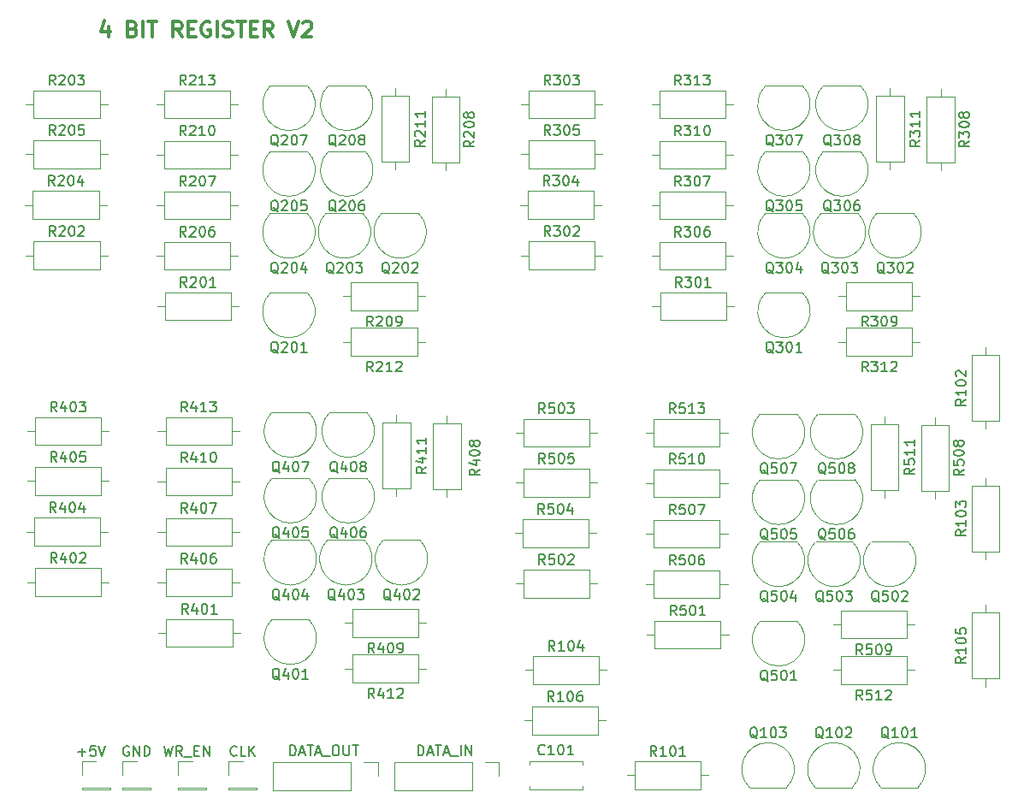
<source format=gbr>
%TF.GenerationSoftware,KiCad,Pcbnew,9.0.7*%
%TF.CreationDate,2026-01-14T18:58:22+00:00*%
%TF.ProjectId,reg,7265672e-6b69-4636-9164-5f7063625858,rev?*%
%TF.SameCoordinates,Original*%
%TF.FileFunction,Legend,Top*%
%TF.FilePolarity,Positive*%
%FSLAX46Y46*%
G04 Gerber Fmt 4.6, Leading zero omitted, Abs format (unit mm)*
G04 Created by KiCad (PCBNEW 9.0.7) date 2026-01-14 18:58:22*
%MOMM*%
%LPD*%
G01*
G04 APERTURE LIST*
%ADD10C,0.300000*%
%ADD11C,0.150000*%
%ADD12C,0.120000*%
G04 APERTURE END LIST*
D10*
X25697368Y-18800828D02*
X25697368Y-19800828D01*
X25340225Y-18229400D02*
X24983082Y-19300828D01*
X24983082Y-19300828D02*
X25911653Y-19300828D01*
X28125938Y-19015114D02*
X28340224Y-19086542D01*
X28340224Y-19086542D02*
X28411653Y-19157971D01*
X28411653Y-19157971D02*
X28483081Y-19300828D01*
X28483081Y-19300828D02*
X28483081Y-19515114D01*
X28483081Y-19515114D02*
X28411653Y-19657971D01*
X28411653Y-19657971D02*
X28340224Y-19729400D01*
X28340224Y-19729400D02*
X28197367Y-19800828D01*
X28197367Y-19800828D02*
X27625938Y-19800828D01*
X27625938Y-19800828D02*
X27625938Y-18300828D01*
X27625938Y-18300828D02*
X28125938Y-18300828D01*
X28125938Y-18300828D02*
X28268796Y-18372257D01*
X28268796Y-18372257D02*
X28340224Y-18443685D01*
X28340224Y-18443685D02*
X28411653Y-18586542D01*
X28411653Y-18586542D02*
X28411653Y-18729400D01*
X28411653Y-18729400D02*
X28340224Y-18872257D01*
X28340224Y-18872257D02*
X28268796Y-18943685D01*
X28268796Y-18943685D02*
X28125938Y-19015114D01*
X28125938Y-19015114D02*
X27625938Y-19015114D01*
X29125938Y-19800828D02*
X29125938Y-18300828D01*
X29625939Y-18300828D02*
X30483082Y-18300828D01*
X30054510Y-19800828D02*
X30054510Y-18300828D01*
X32983081Y-19800828D02*
X32483081Y-19086542D01*
X32125938Y-19800828D02*
X32125938Y-18300828D01*
X32125938Y-18300828D02*
X32697367Y-18300828D01*
X32697367Y-18300828D02*
X32840224Y-18372257D01*
X32840224Y-18372257D02*
X32911653Y-18443685D01*
X32911653Y-18443685D02*
X32983081Y-18586542D01*
X32983081Y-18586542D02*
X32983081Y-18800828D01*
X32983081Y-18800828D02*
X32911653Y-18943685D01*
X32911653Y-18943685D02*
X32840224Y-19015114D01*
X32840224Y-19015114D02*
X32697367Y-19086542D01*
X32697367Y-19086542D02*
X32125938Y-19086542D01*
X33625938Y-19015114D02*
X34125938Y-19015114D01*
X34340224Y-19800828D02*
X33625938Y-19800828D01*
X33625938Y-19800828D02*
X33625938Y-18300828D01*
X33625938Y-18300828D02*
X34340224Y-18300828D01*
X35768796Y-18372257D02*
X35625939Y-18300828D01*
X35625939Y-18300828D02*
X35411653Y-18300828D01*
X35411653Y-18300828D02*
X35197367Y-18372257D01*
X35197367Y-18372257D02*
X35054510Y-18515114D01*
X35054510Y-18515114D02*
X34983081Y-18657971D01*
X34983081Y-18657971D02*
X34911653Y-18943685D01*
X34911653Y-18943685D02*
X34911653Y-19157971D01*
X34911653Y-19157971D02*
X34983081Y-19443685D01*
X34983081Y-19443685D02*
X35054510Y-19586542D01*
X35054510Y-19586542D02*
X35197367Y-19729400D01*
X35197367Y-19729400D02*
X35411653Y-19800828D01*
X35411653Y-19800828D02*
X35554510Y-19800828D01*
X35554510Y-19800828D02*
X35768796Y-19729400D01*
X35768796Y-19729400D02*
X35840224Y-19657971D01*
X35840224Y-19657971D02*
X35840224Y-19157971D01*
X35840224Y-19157971D02*
X35554510Y-19157971D01*
X36483081Y-19800828D02*
X36483081Y-18300828D01*
X37125939Y-19729400D02*
X37340225Y-19800828D01*
X37340225Y-19800828D02*
X37697367Y-19800828D01*
X37697367Y-19800828D02*
X37840225Y-19729400D01*
X37840225Y-19729400D02*
X37911653Y-19657971D01*
X37911653Y-19657971D02*
X37983082Y-19515114D01*
X37983082Y-19515114D02*
X37983082Y-19372257D01*
X37983082Y-19372257D02*
X37911653Y-19229400D01*
X37911653Y-19229400D02*
X37840225Y-19157971D01*
X37840225Y-19157971D02*
X37697367Y-19086542D01*
X37697367Y-19086542D02*
X37411653Y-19015114D01*
X37411653Y-19015114D02*
X37268796Y-18943685D01*
X37268796Y-18943685D02*
X37197367Y-18872257D01*
X37197367Y-18872257D02*
X37125939Y-18729400D01*
X37125939Y-18729400D02*
X37125939Y-18586542D01*
X37125939Y-18586542D02*
X37197367Y-18443685D01*
X37197367Y-18443685D02*
X37268796Y-18372257D01*
X37268796Y-18372257D02*
X37411653Y-18300828D01*
X37411653Y-18300828D02*
X37768796Y-18300828D01*
X37768796Y-18300828D02*
X37983082Y-18372257D01*
X38411653Y-18300828D02*
X39268796Y-18300828D01*
X38840224Y-19800828D02*
X38840224Y-18300828D01*
X39768795Y-19015114D02*
X40268795Y-19015114D01*
X40483081Y-19800828D02*
X39768795Y-19800828D01*
X39768795Y-19800828D02*
X39768795Y-18300828D01*
X39768795Y-18300828D02*
X40483081Y-18300828D01*
X41983081Y-19800828D02*
X41483081Y-19086542D01*
X41125938Y-19800828D02*
X41125938Y-18300828D01*
X41125938Y-18300828D02*
X41697367Y-18300828D01*
X41697367Y-18300828D02*
X41840224Y-18372257D01*
X41840224Y-18372257D02*
X41911653Y-18443685D01*
X41911653Y-18443685D02*
X41983081Y-18586542D01*
X41983081Y-18586542D02*
X41983081Y-18800828D01*
X41983081Y-18800828D02*
X41911653Y-18943685D01*
X41911653Y-18943685D02*
X41840224Y-19015114D01*
X41840224Y-19015114D02*
X41697367Y-19086542D01*
X41697367Y-19086542D02*
X41125938Y-19086542D01*
X43554510Y-18300828D02*
X44054510Y-19800828D01*
X44054510Y-19800828D02*
X44554510Y-18300828D01*
X44983081Y-18443685D02*
X45054509Y-18372257D01*
X45054509Y-18372257D02*
X45197367Y-18300828D01*
X45197367Y-18300828D02*
X45554509Y-18300828D01*
X45554509Y-18300828D02*
X45697367Y-18372257D01*
X45697367Y-18372257D02*
X45768795Y-18443685D01*
X45768795Y-18443685D02*
X45840224Y-18586542D01*
X45840224Y-18586542D02*
X45840224Y-18729400D01*
X45840224Y-18729400D02*
X45768795Y-18943685D01*
X45768795Y-18943685D02*
X44911652Y-19800828D01*
X44911652Y-19800828D02*
X45840224Y-19800828D01*
D11*
X43690476Y-90954819D02*
X43690476Y-89954819D01*
X43690476Y-89954819D02*
X43928571Y-89954819D01*
X43928571Y-89954819D02*
X44071428Y-90002438D01*
X44071428Y-90002438D02*
X44166666Y-90097676D01*
X44166666Y-90097676D02*
X44214285Y-90192914D01*
X44214285Y-90192914D02*
X44261904Y-90383390D01*
X44261904Y-90383390D02*
X44261904Y-90526247D01*
X44261904Y-90526247D02*
X44214285Y-90716723D01*
X44214285Y-90716723D02*
X44166666Y-90811961D01*
X44166666Y-90811961D02*
X44071428Y-90907200D01*
X44071428Y-90907200D02*
X43928571Y-90954819D01*
X43928571Y-90954819D02*
X43690476Y-90954819D01*
X44642857Y-90669104D02*
X45119047Y-90669104D01*
X44547619Y-90954819D02*
X44880952Y-89954819D01*
X44880952Y-89954819D02*
X45214285Y-90954819D01*
X45404762Y-89954819D02*
X45976190Y-89954819D01*
X45690476Y-90954819D02*
X45690476Y-89954819D01*
X46261905Y-90669104D02*
X46738095Y-90669104D01*
X46166667Y-90954819D02*
X46500000Y-89954819D01*
X46500000Y-89954819D02*
X46833333Y-90954819D01*
X46928572Y-91050057D02*
X47690476Y-91050057D01*
X48119048Y-89954819D02*
X48309524Y-89954819D01*
X48309524Y-89954819D02*
X48404762Y-90002438D01*
X48404762Y-90002438D02*
X48500000Y-90097676D01*
X48500000Y-90097676D02*
X48547619Y-90288152D01*
X48547619Y-90288152D02*
X48547619Y-90621485D01*
X48547619Y-90621485D02*
X48500000Y-90811961D01*
X48500000Y-90811961D02*
X48404762Y-90907200D01*
X48404762Y-90907200D02*
X48309524Y-90954819D01*
X48309524Y-90954819D02*
X48119048Y-90954819D01*
X48119048Y-90954819D02*
X48023810Y-90907200D01*
X48023810Y-90907200D02*
X47928572Y-90811961D01*
X47928572Y-90811961D02*
X47880953Y-90621485D01*
X47880953Y-90621485D02*
X47880953Y-90288152D01*
X47880953Y-90288152D02*
X47928572Y-90097676D01*
X47928572Y-90097676D02*
X48023810Y-90002438D01*
X48023810Y-90002438D02*
X48119048Y-89954819D01*
X48976191Y-89954819D02*
X48976191Y-90764342D01*
X48976191Y-90764342D02*
X49023810Y-90859580D01*
X49023810Y-90859580D02*
X49071429Y-90907200D01*
X49071429Y-90907200D02*
X49166667Y-90954819D01*
X49166667Y-90954819D02*
X49357143Y-90954819D01*
X49357143Y-90954819D02*
X49452381Y-90907200D01*
X49452381Y-90907200D02*
X49500000Y-90859580D01*
X49500000Y-90859580D02*
X49547619Y-90764342D01*
X49547619Y-90764342D02*
X49547619Y-89954819D01*
X49880953Y-89954819D02*
X50452381Y-89954819D01*
X50166667Y-90954819D02*
X50166667Y-89954819D01*
X81840952Y-62084819D02*
X81507619Y-61608628D01*
X81269524Y-62084819D02*
X81269524Y-61084819D01*
X81269524Y-61084819D02*
X81650476Y-61084819D01*
X81650476Y-61084819D02*
X81745714Y-61132438D01*
X81745714Y-61132438D02*
X81793333Y-61180057D01*
X81793333Y-61180057D02*
X81840952Y-61275295D01*
X81840952Y-61275295D02*
X81840952Y-61418152D01*
X81840952Y-61418152D02*
X81793333Y-61513390D01*
X81793333Y-61513390D02*
X81745714Y-61561009D01*
X81745714Y-61561009D02*
X81650476Y-61608628D01*
X81650476Y-61608628D02*
X81269524Y-61608628D01*
X82745714Y-61084819D02*
X82269524Y-61084819D01*
X82269524Y-61084819D02*
X82221905Y-61561009D01*
X82221905Y-61561009D02*
X82269524Y-61513390D01*
X82269524Y-61513390D02*
X82364762Y-61465771D01*
X82364762Y-61465771D02*
X82602857Y-61465771D01*
X82602857Y-61465771D02*
X82698095Y-61513390D01*
X82698095Y-61513390D02*
X82745714Y-61561009D01*
X82745714Y-61561009D02*
X82793333Y-61656247D01*
X82793333Y-61656247D02*
X82793333Y-61894342D01*
X82793333Y-61894342D02*
X82745714Y-61989580D01*
X82745714Y-61989580D02*
X82698095Y-62037200D01*
X82698095Y-62037200D02*
X82602857Y-62084819D01*
X82602857Y-62084819D02*
X82364762Y-62084819D01*
X82364762Y-62084819D02*
X82269524Y-62037200D01*
X82269524Y-62037200D02*
X82221905Y-61989580D01*
X83745714Y-62084819D02*
X83174286Y-62084819D01*
X83460000Y-62084819D02*
X83460000Y-61084819D01*
X83460000Y-61084819D02*
X83364762Y-61227676D01*
X83364762Y-61227676D02*
X83269524Y-61322914D01*
X83269524Y-61322914D02*
X83174286Y-61370533D01*
X84364762Y-61084819D02*
X84460000Y-61084819D01*
X84460000Y-61084819D02*
X84555238Y-61132438D01*
X84555238Y-61132438D02*
X84602857Y-61180057D01*
X84602857Y-61180057D02*
X84650476Y-61275295D01*
X84650476Y-61275295D02*
X84698095Y-61465771D01*
X84698095Y-61465771D02*
X84698095Y-61703866D01*
X84698095Y-61703866D02*
X84650476Y-61894342D01*
X84650476Y-61894342D02*
X84602857Y-61989580D01*
X84602857Y-61989580D02*
X84555238Y-62037200D01*
X84555238Y-62037200D02*
X84460000Y-62084819D01*
X84460000Y-62084819D02*
X84364762Y-62084819D01*
X84364762Y-62084819D02*
X84269524Y-62037200D01*
X84269524Y-62037200D02*
X84221905Y-61989580D01*
X84221905Y-61989580D02*
X84174286Y-61894342D01*
X84174286Y-61894342D02*
X84126667Y-61703866D01*
X84126667Y-61703866D02*
X84126667Y-61465771D01*
X84126667Y-61465771D02*
X84174286Y-61275295D01*
X84174286Y-61275295D02*
X84221905Y-61180057D01*
X84221905Y-61180057D02*
X84269524Y-61132438D01*
X84269524Y-61132438D02*
X84364762Y-61084819D01*
X90992380Y-63110057D02*
X90897142Y-63062438D01*
X90897142Y-63062438D02*
X90801904Y-62967200D01*
X90801904Y-62967200D02*
X90659047Y-62824342D01*
X90659047Y-62824342D02*
X90563809Y-62776723D01*
X90563809Y-62776723D02*
X90468571Y-62776723D01*
X90516190Y-63014819D02*
X90420952Y-62967200D01*
X90420952Y-62967200D02*
X90325714Y-62871961D01*
X90325714Y-62871961D02*
X90278095Y-62681485D01*
X90278095Y-62681485D02*
X90278095Y-62348152D01*
X90278095Y-62348152D02*
X90325714Y-62157676D01*
X90325714Y-62157676D02*
X90420952Y-62062438D01*
X90420952Y-62062438D02*
X90516190Y-62014819D01*
X90516190Y-62014819D02*
X90706666Y-62014819D01*
X90706666Y-62014819D02*
X90801904Y-62062438D01*
X90801904Y-62062438D02*
X90897142Y-62157676D01*
X90897142Y-62157676D02*
X90944761Y-62348152D01*
X90944761Y-62348152D02*
X90944761Y-62681485D01*
X90944761Y-62681485D02*
X90897142Y-62871961D01*
X90897142Y-62871961D02*
X90801904Y-62967200D01*
X90801904Y-62967200D02*
X90706666Y-63014819D01*
X90706666Y-63014819D02*
X90516190Y-63014819D01*
X91849523Y-62014819D02*
X91373333Y-62014819D01*
X91373333Y-62014819D02*
X91325714Y-62491009D01*
X91325714Y-62491009D02*
X91373333Y-62443390D01*
X91373333Y-62443390D02*
X91468571Y-62395771D01*
X91468571Y-62395771D02*
X91706666Y-62395771D01*
X91706666Y-62395771D02*
X91801904Y-62443390D01*
X91801904Y-62443390D02*
X91849523Y-62491009D01*
X91849523Y-62491009D02*
X91897142Y-62586247D01*
X91897142Y-62586247D02*
X91897142Y-62824342D01*
X91897142Y-62824342D02*
X91849523Y-62919580D01*
X91849523Y-62919580D02*
X91801904Y-62967200D01*
X91801904Y-62967200D02*
X91706666Y-63014819D01*
X91706666Y-63014819D02*
X91468571Y-63014819D01*
X91468571Y-63014819D02*
X91373333Y-62967200D01*
X91373333Y-62967200D02*
X91325714Y-62919580D01*
X92516190Y-62014819D02*
X92611428Y-62014819D01*
X92611428Y-62014819D02*
X92706666Y-62062438D01*
X92706666Y-62062438D02*
X92754285Y-62110057D01*
X92754285Y-62110057D02*
X92801904Y-62205295D01*
X92801904Y-62205295D02*
X92849523Y-62395771D01*
X92849523Y-62395771D02*
X92849523Y-62633866D01*
X92849523Y-62633866D02*
X92801904Y-62824342D01*
X92801904Y-62824342D02*
X92754285Y-62919580D01*
X92754285Y-62919580D02*
X92706666Y-62967200D01*
X92706666Y-62967200D02*
X92611428Y-63014819D01*
X92611428Y-63014819D02*
X92516190Y-63014819D01*
X92516190Y-63014819D02*
X92420952Y-62967200D01*
X92420952Y-62967200D02*
X92373333Y-62919580D01*
X92373333Y-62919580D02*
X92325714Y-62824342D01*
X92325714Y-62824342D02*
X92278095Y-62633866D01*
X92278095Y-62633866D02*
X92278095Y-62395771D01*
X92278095Y-62395771D02*
X92325714Y-62205295D01*
X92325714Y-62205295D02*
X92373333Y-62110057D01*
X92373333Y-62110057D02*
X92420952Y-62062438D01*
X92420952Y-62062438D02*
X92516190Y-62014819D01*
X93182857Y-62014819D02*
X93849523Y-62014819D01*
X93849523Y-62014819D02*
X93420952Y-63014819D01*
X96722380Y-69610057D02*
X96627142Y-69562438D01*
X96627142Y-69562438D02*
X96531904Y-69467200D01*
X96531904Y-69467200D02*
X96389047Y-69324342D01*
X96389047Y-69324342D02*
X96293809Y-69276723D01*
X96293809Y-69276723D02*
X96198571Y-69276723D01*
X96246190Y-69514819D02*
X96150952Y-69467200D01*
X96150952Y-69467200D02*
X96055714Y-69371961D01*
X96055714Y-69371961D02*
X96008095Y-69181485D01*
X96008095Y-69181485D02*
X96008095Y-68848152D01*
X96008095Y-68848152D02*
X96055714Y-68657676D01*
X96055714Y-68657676D02*
X96150952Y-68562438D01*
X96150952Y-68562438D02*
X96246190Y-68514819D01*
X96246190Y-68514819D02*
X96436666Y-68514819D01*
X96436666Y-68514819D02*
X96531904Y-68562438D01*
X96531904Y-68562438D02*
X96627142Y-68657676D01*
X96627142Y-68657676D02*
X96674761Y-68848152D01*
X96674761Y-68848152D02*
X96674761Y-69181485D01*
X96674761Y-69181485D02*
X96627142Y-69371961D01*
X96627142Y-69371961D02*
X96531904Y-69467200D01*
X96531904Y-69467200D02*
X96436666Y-69514819D01*
X96436666Y-69514819D02*
X96246190Y-69514819D01*
X97579523Y-68514819D02*
X97103333Y-68514819D01*
X97103333Y-68514819D02*
X97055714Y-68991009D01*
X97055714Y-68991009D02*
X97103333Y-68943390D01*
X97103333Y-68943390D02*
X97198571Y-68895771D01*
X97198571Y-68895771D02*
X97436666Y-68895771D01*
X97436666Y-68895771D02*
X97531904Y-68943390D01*
X97531904Y-68943390D02*
X97579523Y-68991009D01*
X97579523Y-68991009D02*
X97627142Y-69086247D01*
X97627142Y-69086247D02*
X97627142Y-69324342D01*
X97627142Y-69324342D02*
X97579523Y-69419580D01*
X97579523Y-69419580D02*
X97531904Y-69467200D01*
X97531904Y-69467200D02*
X97436666Y-69514819D01*
X97436666Y-69514819D02*
X97198571Y-69514819D01*
X97198571Y-69514819D02*
X97103333Y-69467200D01*
X97103333Y-69467200D02*
X97055714Y-69419580D01*
X98246190Y-68514819D02*
X98341428Y-68514819D01*
X98341428Y-68514819D02*
X98436666Y-68562438D01*
X98436666Y-68562438D02*
X98484285Y-68610057D01*
X98484285Y-68610057D02*
X98531904Y-68705295D01*
X98531904Y-68705295D02*
X98579523Y-68895771D01*
X98579523Y-68895771D02*
X98579523Y-69133866D01*
X98579523Y-69133866D02*
X98531904Y-69324342D01*
X98531904Y-69324342D02*
X98484285Y-69419580D01*
X98484285Y-69419580D02*
X98436666Y-69467200D01*
X98436666Y-69467200D02*
X98341428Y-69514819D01*
X98341428Y-69514819D02*
X98246190Y-69514819D01*
X98246190Y-69514819D02*
X98150952Y-69467200D01*
X98150952Y-69467200D02*
X98103333Y-69419580D01*
X98103333Y-69419580D02*
X98055714Y-69324342D01*
X98055714Y-69324342D02*
X98008095Y-69133866D01*
X98008095Y-69133866D02*
X98008095Y-68895771D01*
X98008095Y-68895771D02*
X98055714Y-68705295D01*
X98055714Y-68705295D02*
X98103333Y-68610057D01*
X98103333Y-68610057D02*
X98150952Y-68562438D01*
X98150952Y-68562438D02*
X98246190Y-68514819D01*
X99436666Y-68514819D02*
X99246190Y-68514819D01*
X99246190Y-68514819D02*
X99150952Y-68562438D01*
X99150952Y-68562438D02*
X99103333Y-68610057D01*
X99103333Y-68610057D02*
X99008095Y-68752914D01*
X99008095Y-68752914D02*
X98960476Y-68943390D01*
X98960476Y-68943390D02*
X98960476Y-69324342D01*
X98960476Y-69324342D02*
X99008095Y-69419580D01*
X99008095Y-69419580D02*
X99055714Y-69467200D01*
X99055714Y-69467200D02*
X99150952Y-69514819D01*
X99150952Y-69514819D02*
X99341428Y-69514819D01*
X99341428Y-69514819D02*
X99436666Y-69467200D01*
X99436666Y-69467200D02*
X99484285Y-69419580D01*
X99484285Y-69419580D02*
X99531904Y-69324342D01*
X99531904Y-69324342D02*
X99531904Y-69086247D01*
X99531904Y-69086247D02*
X99484285Y-68991009D01*
X99484285Y-68991009D02*
X99436666Y-68943390D01*
X99436666Y-68943390D02*
X99341428Y-68895771D01*
X99341428Y-68895771D02*
X99150952Y-68895771D01*
X99150952Y-68895771D02*
X99055714Y-68943390D01*
X99055714Y-68943390D02*
X99008095Y-68991009D01*
X99008095Y-68991009D02*
X98960476Y-69086247D01*
X68840952Y-67034819D02*
X68507619Y-66558628D01*
X68269524Y-67034819D02*
X68269524Y-66034819D01*
X68269524Y-66034819D02*
X68650476Y-66034819D01*
X68650476Y-66034819D02*
X68745714Y-66082438D01*
X68745714Y-66082438D02*
X68793333Y-66130057D01*
X68793333Y-66130057D02*
X68840952Y-66225295D01*
X68840952Y-66225295D02*
X68840952Y-66368152D01*
X68840952Y-66368152D02*
X68793333Y-66463390D01*
X68793333Y-66463390D02*
X68745714Y-66511009D01*
X68745714Y-66511009D02*
X68650476Y-66558628D01*
X68650476Y-66558628D02*
X68269524Y-66558628D01*
X69745714Y-66034819D02*
X69269524Y-66034819D01*
X69269524Y-66034819D02*
X69221905Y-66511009D01*
X69221905Y-66511009D02*
X69269524Y-66463390D01*
X69269524Y-66463390D02*
X69364762Y-66415771D01*
X69364762Y-66415771D02*
X69602857Y-66415771D01*
X69602857Y-66415771D02*
X69698095Y-66463390D01*
X69698095Y-66463390D02*
X69745714Y-66511009D01*
X69745714Y-66511009D02*
X69793333Y-66606247D01*
X69793333Y-66606247D02*
X69793333Y-66844342D01*
X69793333Y-66844342D02*
X69745714Y-66939580D01*
X69745714Y-66939580D02*
X69698095Y-66987200D01*
X69698095Y-66987200D02*
X69602857Y-67034819D01*
X69602857Y-67034819D02*
X69364762Y-67034819D01*
X69364762Y-67034819D02*
X69269524Y-66987200D01*
X69269524Y-66987200D02*
X69221905Y-66939580D01*
X70412381Y-66034819D02*
X70507619Y-66034819D01*
X70507619Y-66034819D02*
X70602857Y-66082438D01*
X70602857Y-66082438D02*
X70650476Y-66130057D01*
X70650476Y-66130057D02*
X70698095Y-66225295D01*
X70698095Y-66225295D02*
X70745714Y-66415771D01*
X70745714Y-66415771D02*
X70745714Y-66653866D01*
X70745714Y-66653866D02*
X70698095Y-66844342D01*
X70698095Y-66844342D02*
X70650476Y-66939580D01*
X70650476Y-66939580D02*
X70602857Y-66987200D01*
X70602857Y-66987200D02*
X70507619Y-67034819D01*
X70507619Y-67034819D02*
X70412381Y-67034819D01*
X70412381Y-67034819D02*
X70317143Y-66987200D01*
X70317143Y-66987200D02*
X70269524Y-66939580D01*
X70269524Y-66939580D02*
X70221905Y-66844342D01*
X70221905Y-66844342D02*
X70174286Y-66653866D01*
X70174286Y-66653866D02*
X70174286Y-66415771D01*
X70174286Y-66415771D02*
X70221905Y-66225295D01*
X70221905Y-66225295D02*
X70269524Y-66130057D01*
X70269524Y-66130057D02*
X70317143Y-66082438D01*
X70317143Y-66082438D02*
X70412381Y-66034819D01*
X71602857Y-66368152D02*
X71602857Y-67034819D01*
X71364762Y-65987200D02*
X71126667Y-66701485D01*
X71126667Y-66701485D02*
X71745714Y-66701485D01*
X68920952Y-57084819D02*
X68587619Y-56608628D01*
X68349524Y-57084819D02*
X68349524Y-56084819D01*
X68349524Y-56084819D02*
X68730476Y-56084819D01*
X68730476Y-56084819D02*
X68825714Y-56132438D01*
X68825714Y-56132438D02*
X68873333Y-56180057D01*
X68873333Y-56180057D02*
X68920952Y-56275295D01*
X68920952Y-56275295D02*
X68920952Y-56418152D01*
X68920952Y-56418152D02*
X68873333Y-56513390D01*
X68873333Y-56513390D02*
X68825714Y-56561009D01*
X68825714Y-56561009D02*
X68730476Y-56608628D01*
X68730476Y-56608628D02*
X68349524Y-56608628D01*
X69825714Y-56084819D02*
X69349524Y-56084819D01*
X69349524Y-56084819D02*
X69301905Y-56561009D01*
X69301905Y-56561009D02*
X69349524Y-56513390D01*
X69349524Y-56513390D02*
X69444762Y-56465771D01*
X69444762Y-56465771D02*
X69682857Y-56465771D01*
X69682857Y-56465771D02*
X69778095Y-56513390D01*
X69778095Y-56513390D02*
X69825714Y-56561009D01*
X69825714Y-56561009D02*
X69873333Y-56656247D01*
X69873333Y-56656247D02*
X69873333Y-56894342D01*
X69873333Y-56894342D02*
X69825714Y-56989580D01*
X69825714Y-56989580D02*
X69778095Y-57037200D01*
X69778095Y-57037200D02*
X69682857Y-57084819D01*
X69682857Y-57084819D02*
X69444762Y-57084819D01*
X69444762Y-57084819D02*
X69349524Y-57037200D01*
X69349524Y-57037200D02*
X69301905Y-56989580D01*
X70492381Y-56084819D02*
X70587619Y-56084819D01*
X70587619Y-56084819D02*
X70682857Y-56132438D01*
X70682857Y-56132438D02*
X70730476Y-56180057D01*
X70730476Y-56180057D02*
X70778095Y-56275295D01*
X70778095Y-56275295D02*
X70825714Y-56465771D01*
X70825714Y-56465771D02*
X70825714Y-56703866D01*
X70825714Y-56703866D02*
X70778095Y-56894342D01*
X70778095Y-56894342D02*
X70730476Y-56989580D01*
X70730476Y-56989580D02*
X70682857Y-57037200D01*
X70682857Y-57037200D02*
X70587619Y-57084819D01*
X70587619Y-57084819D02*
X70492381Y-57084819D01*
X70492381Y-57084819D02*
X70397143Y-57037200D01*
X70397143Y-57037200D02*
X70349524Y-56989580D01*
X70349524Y-56989580D02*
X70301905Y-56894342D01*
X70301905Y-56894342D02*
X70254286Y-56703866D01*
X70254286Y-56703866D02*
X70254286Y-56465771D01*
X70254286Y-56465771D02*
X70301905Y-56275295D01*
X70301905Y-56275295D02*
X70349524Y-56180057D01*
X70349524Y-56180057D02*
X70397143Y-56132438D01*
X70397143Y-56132438D02*
X70492381Y-56084819D01*
X71159048Y-56084819D02*
X71778095Y-56084819D01*
X71778095Y-56084819D02*
X71444762Y-56465771D01*
X71444762Y-56465771D02*
X71587619Y-56465771D01*
X71587619Y-56465771D02*
X71682857Y-56513390D01*
X71682857Y-56513390D02*
X71730476Y-56561009D01*
X71730476Y-56561009D02*
X71778095Y-56656247D01*
X71778095Y-56656247D02*
X71778095Y-56894342D01*
X71778095Y-56894342D02*
X71730476Y-56989580D01*
X71730476Y-56989580D02*
X71682857Y-57037200D01*
X71682857Y-57037200D02*
X71587619Y-57084819D01*
X71587619Y-57084819D02*
X71301905Y-57084819D01*
X71301905Y-57084819D02*
X71206667Y-57037200D01*
X71206667Y-57037200D02*
X71159048Y-56989580D01*
X100340952Y-80954819D02*
X100007619Y-80478628D01*
X99769524Y-80954819D02*
X99769524Y-79954819D01*
X99769524Y-79954819D02*
X100150476Y-79954819D01*
X100150476Y-79954819D02*
X100245714Y-80002438D01*
X100245714Y-80002438D02*
X100293333Y-80050057D01*
X100293333Y-80050057D02*
X100340952Y-80145295D01*
X100340952Y-80145295D02*
X100340952Y-80288152D01*
X100340952Y-80288152D02*
X100293333Y-80383390D01*
X100293333Y-80383390D02*
X100245714Y-80431009D01*
X100245714Y-80431009D02*
X100150476Y-80478628D01*
X100150476Y-80478628D02*
X99769524Y-80478628D01*
X101245714Y-79954819D02*
X100769524Y-79954819D01*
X100769524Y-79954819D02*
X100721905Y-80431009D01*
X100721905Y-80431009D02*
X100769524Y-80383390D01*
X100769524Y-80383390D02*
X100864762Y-80335771D01*
X100864762Y-80335771D02*
X101102857Y-80335771D01*
X101102857Y-80335771D02*
X101198095Y-80383390D01*
X101198095Y-80383390D02*
X101245714Y-80431009D01*
X101245714Y-80431009D02*
X101293333Y-80526247D01*
X101293333Y-80526247D02*
X101293333Y-80764342D01*
X101293333Y-80764342D02*
X101245714Y-80859580D01*
X101245714Y-80859580D02*
X101198095Y-80907200D01*
X101198095Y-80907200D02*
X101102857Y-80954819D01*
X101102857Y-80954819D02*
X100864762Y-80954819D01*
X100864762Y-80954819D02*
X100769524Y-80907200D01*
X100769524Y-80907200D02*
X100721905Y-80859580D01*
X101912381Y-79954819D02*
X102007619Y-79954819D01*
X102007619Y-79954819D02*
X102102857Y-80002438D01*
X102102857Y-80002438D02*
X102150476Y-80050057D01*
X102150476Y-80050057D02*
X102198095Y-80145295D01*
X102198095Y-80145295D02*
X102245714Y-80335771D01*
X102245714Y-80335771D02*
X102245714Y-80573866D01*
X102245714Y-80573866D02*
X102198095Y-80764342D01*
X102198095Y-80764342D02*
X102150476Y-80859580D01*
X102150476Y-80859580D02*
X102102857Y-80907200D01*
X102102857Y-80907200D02*
X102007619Y-80954819D01*
X102007619Y-80954819D02*
X101912381Y-80954819D01*
X101912381Y-80954819D02*
X101817143Y-80907200D01*
X101817143Y-80907200D02*
X101769524Y-80859580D01*
X101769524Y-80859580D02*
X101721905Y-80764342D01*
X101721905Y-80764342D02*
X101674286Y-80573866D01*
X101674286Y-80573866D02*
X101674286Y-80335771D01*
X101674286Y-80335771D02*
X101721905Y-80145295D01*
X101721905Y-80145295D02*
X101769524Y-80050057D01*
X101769524Y-80050057D02*
X101817143Y-80002438D01*
X101817143Y-80002438D02*
X101912381Y-79954819D01*
X102721905Y-80954819D02*
X102912381Y-80954819D01*
X102912381Y-80954819D02*
X103007619Y-80907200D01*
X103007619Y-80907200D02*
X103055238Y-80859580D01*
X103055238Y-80859580D02*
X103150476Y-80716723D01*
X103150476Y-80716723D02*
X103198095Y-80526247D01*
X103198095Y-80526247D02*
X103198095Y-80145295D01*
X103198095Y-80145295D02*
X103150476Y-80050057D01*
X103150476Y-80050057D02*
X103102857Y-80002438D01*
X103102857Y-80002438D02*
X103007619Y-79954819D01*
X103007619Y-79954819D02*
X102817143Y-79954819D01*
X102817143Y-79954819D02*
X102721905Y-80002438D01*
X102721905Y-80002438D02*
X102674286Y-80050057D01*
X102674286Y-80050057D02*
X102626667Y-80145295D01*
X102626667Y-80145295D02*
X102626667Y-80383390D01*
X102626667Y-80383390D02*
X102674286Y-80478628D01*
X102674286Y-80478628D02*
X102721905Y-80526247D01*
X102721905Y-80526247D02*
X102817143Y-80573866D01*
X102817143Y-80573866D02*
X103007619Y-80573866D01*
X103007619Y-80573866D02*
X103102857Y-80526247D01*
X103102857Y-80526247D02*
X103150476Y-80478628D01*
X103150476Y-80478628D02*
X103198095Y-80383390D01*
X110364819Y-62619047D02*
X109888628Y-62952380D01*
X110364819Y-63190475D02*
X109364819Y-63190475D01*
X109364819Y-63190475D02*
X109364819Y-62809523D01*
X109364819Y-62809523D02*
X109412438Y-62714285D01*
X109412438Y-62714285D02*
X109460057Y-62666666D01*
X109460057Y-62666666D02*
X109555295Y-62619047D01*
X109555295Y-62619047D02*
X109698152Y-62619047D01*
X109698152Y-62619047D02*
X109793390Y-62666666D01*
X109793390Y-62666666D02*
X109841009Y-62714285D01*
X109841009Y-62714285D02*
X109888628Y-62809523D01*
X109888628Y-62809523D02*
X109888628Y-63190475D01*
X109364819Y-61714285D02*
X109364819Y-62190475D01*
X109364819Y-62190475D02*
X109841009Y-62238094D01*
X109841009Y-62238094D02*
X109793390Y-62190475D01*
X109793390Y-62190475D02*
X109745771Y-62095237D01*
X109745771Y-62095237D02*
X109745771Y-61857142D01*
X109745771Y-61857142D02*
X109793390Y-61761904D01*
X109793390Y-61761904D02*
X109841009Y-61714285D01*
X109841009Y-61714285D02*
X109936247Y-61666666D01*
X109936247Y-61666666D02*
X110174342Y-61666666D01*
X110174342Y-61666666D02*
X110269580Y-61714285D01*
X110269580Y-61714285D02*
X110317200Y-61761904D01*
X110317200Y-61761904D02*
X110364819Y-61857142D01*
X110364819Y-61857142D02*
X110364819Y-62095237D01*
X110364819Y-62095237D02*
X110317200Y-62190475D01*
X110317200Y-62190475D02*
X110269580Y-62238094D01*
X109364819Y-61047618D02*
X109364819Y-60952380D01*
X109364819Y-60952380D02*
X109412438Y-60857142D01*
X109412438Y-60857142D02*
X109460057Y-60809523D01*
X109460057Y-60809523D02*
X109555295Y-60761904D01*
X109555295Y-60761904D02*
X109745771Y-60714285D01*
X109745771Y-60714285D02*
X109983866Y-60714285D01*
X109983866Y-60714285D02*
X110174342Y-60761904D01*
X110174342Y-60761904D02*
X110269580Y-60809523D01*
X110269580Y-60809523D02*
X110317200Y-60857142D01*
X110317200Y-60857142D02*
X110364819Y-60952380D01*
X110364819Y-60952380D02*
X110364819Y-61047618D01*
X110364819Y-61047618D02*
X110317200Y-61142856D01*
X110317200Y-61142856D02*
X110269580Y-61190475D01*
X110269580Y-61190475D02*
X110174342Y-61238094D01*
X110174342Y-61238094D02*
X109983866Y-61285713D01*
X109983866Y-61285713D02*
X109745771Y-61285713D01*
X109745771Y-61285713D02*
X109555295Y-61238094D01*
X109555295Y-61238094D02*
X109460057Y-61190475D01*
X109460057Y-61190475D02*
X109412438Y-61142856D01*
X109412438Y-61142856D02*
X109364819Y-61047618D01*
X109793390Y-60142856D02*
X109745771Y-60238094D01*
X109745771Y-60238094D02*
X109698152Y-60285713D01*
X109698152Y-60285713D02*
X109602914Y-60333332D01*
X109602914Y-60333332D02*
X109555295Y-60333332D01*
X109555295Y-60333332D02*
X109460057Y-60285713D01*
X109460057Y-60285713D02*
X109412438Y-60238094D01*
X109412438Y-60238094D02*
X109364819Y-60142856D01*
X109364819Y-60142856D02*
X109364819Y-59952380D01*
X109364819Y-59952380D02*
X109412438Y-59857142D01*
X109412438Y-59857142D02*
X109460057Y-59809523D01*
X109460057Y-59809523D02*
X109555295Y-59761904D01*
X109555295Y-59761904D02*
X109602914Y-59761904D01*
X109602914Y-59761904D02*
X109698152Y-59809523D01*
X109698152Y-59809523D02*
X109745771Y-59857142D01*
X109745771Y-59857142D02*
X109793390Y-59952380D01*
X109793390Y-59952380D02*
X109793390Y-60142856D01*
X109793390Y-60142856D02*
X109841009Y-60238094D01*
X109841009Y-60238094D02*
X109888628Y-60285713D01*
X109888628Y-60285713D02*
X109983866Y-60333332D01*
X109983866Y-60333332D02*
X110174342Y-60333332D01*
X110174342Y-60333332D02*
X110269580Y-60285713D01*
X110269580Y-60285713D02*
X110317200Y-60238094D01*
X110317200Y-60238094D02*
X110364819Y-60142856D01*
X110364819Y-60142856D02*
X110364819Y-59952380D01*
X110364819Y-59952380D02*
X110317200Y-59857142D01*
X110317200Y-59857142D02*
X110269580Y-59809523D01*
X110269580Y-59809523D02*
X110174342Y-59761904D01*
X110174342Y-59761904D02*
X109983866Y-59761904D01*
X109983866Y-59761904D02*
X109888628Y-59809523D01*
X109888628Y-59809523D02*
X109841009Y-59857142D01*
X109841009Y-59857142D02*
X109793390Y-59952380D01*
X81840952Y-57084819D02*
X81507619Y-56608628D01*
X81269524Y-57084819D02*
X81269524Y-56084819D01*
X81269524Y-56084819D02*
X81650476Y-56084819D01*
X81650476Y-56084819D02*
X81745714Y-56132438D01*
X81745714Y-56132438D02*
X81793333Y-56180057D01*
X81793333Y-56180057D02*
X81840952Y-56275295D01*
X81840952Y-56275295D02*
X81840952Y-56418152D01*
X81840952Y-56418152D02*
X81793333Y-56513390D01*
X81793333Y-56513390D02*
X81745714Y-56561009D01*
X81745714Y-56561009D02*
X81650476Y-56608628D01*
X81650476Y-56608628D02*
X81269524Y-56608628D01*
X82745714Y-56084819D02*
X82269524Y-56084819D01*
X82269524Y-56084819D02*
X82221905Y-56561009D01*
X82221905Y-56561009D02*
X82269524Y-56513390D01*
X82269524Y-56513390D02*
X82364762Y-56465771D01*
X82364762Y-56465771D02*
X82602857Y-56465771D01*
X82602857Y-56465771D02*
X82698095Y-56513390D01*
X82698095Y-56513390D02*
X82745714Y-56561009D01*
X82745714Y-56561009D02*
X82793333Y-56656247D01*
X82793333Y-56656247D02*
X82793333Y-56894342D01*
X82793333Y-56894342D02*
X82745714Y-56989580D01*
X82745714Y-56989580D02*
X82698095Y-57037200D01*
X82698095Y-57037200D02*
X82602857Y-57084819D01*
X82602857Y-57084819D02*
X82364762Y-57084819D01*
X82364762Y-57084819D02*
X82269524Y-57037200D01*
X82269524Y-57037200D02*
X82221905Y-56989580D01*
X83745714Y-57084819D02*
X83174286Y-57084819D01*
X83460000Y-57084819D02*
X83460000Y-56084819D01*
X83460000Y-56084819D02*
X83364762Y-56227676D01*
X83364762Y-56227676D02*
X83269524Y-56322914D01*
X83269524Y-56322914D02*
X83174286Y-56370533D01*
X84079048Y-56084819D02*
X84698095Y-56084819D01*
X84698095Y-56084819D02*
X84364762Y-56465771D01*
X84364762Y-56465771D02*
X84507619Y-56465771D01*
X84507619Y-56465771D02*
X84602857Y-56513390D01*
X84602857Y-56513390D02*
X84650476Y-56561009D01*
X84650476Y-56561009D02*
X84698095Y-56656247D01*
X84698095Y-56656247D02*
X84698095Y-56894342D01*
X84698095Y-56894342D02*
X84650476Y-56989580D01*
X84650476Y-56989580D02*
X84602857Y-57037200D01*
X84602857Y-57037200D02*
X84507619Y-57084819D01*
X84507619Y-57084819D02*
X84221905Y-57084819D01*
X84221905Y-57084819D02*
X84126667Y-57037200D01*
X84126667Y-57037200D02*
X84079048Y-56989580D01*
X81920952Y-77084819D02*
X81587619Y-76608628D01*
X81349524Y-77084819D02*
X81349524Y-76084819D01*
X81349524Y-76084819D02*
X81730476Y-76084819D01*
X81730476Y-76084819D02*
X81825714Y-76132438D01*
X81825714Y-76132438D02*
X81873333Y-76180057D01*
X81873333Y-76180057D02*
X81920952Y-76275295D01*
X81920952Y-76275295D02*
X81920952Y-76418152D01*
X81920952Y-76418152D02*
X81873333Y-76513390D01*
X81873333Y-76513390D02*
X81825714Y-76561009D01*
X81825714Y-76561009D02*
X81730476Y-76608628D01*
X81730476Y-76608628D02*
X81349524Y-76608628D01*
X82825714Y-76084819D02*
X82349524Y-76084819D01*
X82349524Y-76084819D02*
X82301905Y-76561009D01*
X82301905Y-76561009D02*
X82349524Y-76513390D01*
X82349524Y-76513390D02*
X82444762Y-76465771D01*
X82444762Y-76465771D02*
X82682857Y-76465771D01*
X82682857Y-76465771D02*
X82778095Y-76513390D01*
X82778095Y-76513390D02*
X82825714Y-76561009D01*
X82825714Y-76561009D02*
X82873333Y-76656247D01*
X82873333Y-76656247D02*
X82873333Y-76894342D01*
X82873333Y-76894342D02*
X82825714Y-76989580D01*
X82825714Y-76989580D02*
X82778095Y-77037200D01*
X82778095Y-77037200D02*
X82682857Y-77084819D01*
X82682857Y-77084819D02*
X82444762Y-77084819D01*
X82444762Y-77084819D02*
X82349524Y-77037200D01*
X82349524Y-77037200D02*
X82301905Y-76989580D01*
X83492381Y-76084819D02*
X83587619Y-76084819D01*
X83587619Y-76084819D02*
X83682857Y-76132438D01*
X83682857Y-76132438D02*
X83730476Y-76180057D01*
X83730476Y-76180057D02*
X83778095Y-76275295D01*
X83778095Y-76275295D02*
X83825714Y-76465771D01*
X83825714Y-76465771D02*
X83825714Y-76703866D01*
X83825714Y-76703866D02*
X83778095Y-76894342D01*
X83778095Y-76894342D02*
X83730476Y-76989580D01*
X83730476Y-76989580D02*
X83682857Y-77037200D01*
X83682857Y-77037200D02*
X83587619Y-77084819D01*
X83587619Y-77084819D02*
X83492381Y-77084819D01*
X83492381Y-77084819D02*
X83397143Y-77037200D01*
X83397143Y-77037200D02*
X83349524Y-76989580D01*
X83349524Y-76989580D02*
X83301905Y-76894342D01*
X83301905Y-76894342D02*
X83254286Y-76703866D01*
X83254286Y-76703866D02*
X83254286Y-76465771D01*
X83254286Y-76465771D02*
X83301905Y-76275295D01*
X83301905Y-76275295D02*
X83349524Y-76180057D01*
X83349524Y-76180057D02*
X83397143Y-76132438D01*
X83397143Y-76132438D02*
X83492381Y-76084819D01*
X84778095Y-77084819D02*
X84206667Y-77084819D01*
X84492381Y-77084819D02*
X84492381Y-76084819D01*
X84492381Y-76084819D02*
X84397143Y-76227676D01*
X84397143Y-76227676D02*
X84301905Y-76322914D01*
X84301905Y-76322914D02*
X84206667Y-76370533D01*
X100340952Y-85454819D02*
X100007619Y-84978628D01*
X99769524Y-85454819D02*
X99769524Y-84454819D01*
X99769524Y-84454819D02*
X100150476Y-84454819D01*
X100150476Y-84454819D02*
X100245714Y-84502438D01*
X100245714Y-84502438D02*
X100293333Y-84550057D01*
X100293333Y-84550057D02*
X100340952Y-84645295D01*
X100340952Y-84645295D02*
X100340952Y-84788152D01*
X100340952Y-84788152D02*
X100293333Y-84883390D01*
X100293333Y-84883390D02*
X100245714Y-84931009D01*
X100245714Y-84931009D02*
X100150476Y-84978628D01*
X100150476Y-84978628D02*
X99769524Y-84978628D01*
X101245714Y-84454819D02*
X100769524Y-84454819D01*
X100769524Y-84454819D02*
X100721905Y-84931009D01*
X100721905Y-84931009D02*
X100769524Y-84883390D01*
X100769524Y-84883390D02*
X100864762Y-84835771D01*
X100864762Y-84835771D02*
X101102857Y-84835771D01*
X101102857Y-84835771D02*
X101198095Y-84883390D01*
X101198095Y-84883390D02*
X101245714Y-84931009D01*
X101245714Y-84931009D02*
X101293333Y-85026247D01*
X101293333Y-85026247D02*
X101293333Y-85264342D01*
X101293333Y-85264342D02*
X101245714Y-85359580D01*
X101245714Y-85359580D02*
X101198095Y-85407200D01*
X101198095Y-85407200D02*
X101102857Y-85454819D01*
X101102857Y-85454819D02*
X100864762Y-85454819D01*
X100864762Y-85454819D02*
X100769524Y-85407200D01*
X100769524Y-85407200D02*
X100721905Y-85359580D01*
X102245714Y-85454819D02*
X101674286Y-85454819D01*
X101960000Y-85454819D02*
X101960000Y-84454819D01*
X101960000Y-84454819D02*
X101864762Y-84597676D01*
X101864762Y-84597676D02*
X101769524Y-84692914D01*
X101769524Y-84692914D02*
X101674286Y-84740533D01*
X102626667Y-84550057D02*
X102674286Y-84502438D01*
X102674286Y-84502438D02*
X102769524Y-84454819D01*
X102769524Y-84454819D02*
X103007619Y-84454819D01*
X103007619Y-84454819D02*
X103102857Y-84502438D01*
X103102857Y-84502438D02*
X103150476Y-84550057D01*
X103150476Y-84550057D02*
X103198095Y-84645295D01*
X103198095Y-84645295D02*
X103198095Y-84740533D01*
X103198095Y-84740533D02*
X103150476Y-84883390D01*
X103150476Y-84883390D02*
X102579048Y-85454819D01*
X102579048Y-85454819D02*
X103198095Y-85454819D01*
X81840952Y-72084819D02*
X81507619Y-71608628D01*
X81269524Y-72084819D02*
X81269524Y-71084819D01*
X81269524Y-71084819D02*
X81650476Y-71084819D01*
X81650476Y-71084819D02*
X81745714Y-71132438D01*
X81745714Y-71132438D02*
X81793333Y-71180057D01*
X81793333Y-71180057D02*
X81840952Y-71275295D01*
X81840952Y-71275295D02*
X81840952Y-71418152D01*
X81840952Y-71418152D02*
X81793333Y-71513390D01*
X81793333Y-71513390D02*
X81745714Y-71561009D01*
X81745714Y-71561009D02*
X81650476Y-71608628D01*
X81650476Y-71608628D02*
X81269524Y-71608628D01*
X82745714Y-71084819D02*
X82269524Y-71084819D01*
X82269524Y-71084819D02*
X82221905Y-71561009D01*
X82221905Y-71561009D02*
X82269524Y-71513390D01*
X82269524Y-71513390D02*
X82364762Y-71465771D01*
X82364762Y-71465771D02*
X82602857Y-71465771D01*
X82602857Y-71465771D02*
X82698095Y-71513390D01*
X82698095Y-71513390D02*
X82745714Y-71561009D01*
X82745714Y-71561009D02*
X82793333Y-71656247D01*
X82793333Y-71656247D02*
X82793333Y-71894342D01*
X82793333Y-71894342D02*
X82745714Y-71989580D01*
X82745714Y-71989580D02*
X82698095Y-72037200D01*
X82698095Y-72037200D02*
X82602857Y-72084819D01*
X82602857Y-72084819D02*
X82364762Y-72084819D01*
X82364762Y-72084819D02*
X82269524Y-72037200D01*
X82269524Y-72037200D02*
X82221905Y-71989580D01*
X83412381Y-71084819D02*
X83507619Y-71084819D01*
X83507619Y-71084819D02*
X83602857Y-71132438D01*
X83602857Y-71132438D02*
X83650476Y-71180057D01*
X83650476Y-71180057D02*
X83698095Y-71275295D01*
X83698095Y-71275295D02*
X83745714Y-71465771D01*
X83745714Y-71465771D02*
X83745714Y-71703866D01*
X83745714Y-71703866D02*
X83698095Y-71894342D01*
X83698095Y-71894342D02*
X83650476Y-71989580D01*
X83650476Y-71989580D02*
X83602857Y-72037200D01*
X83602857Y-72037200D02*
X83507619Y-72084819D01*
X83507619Y-72084819D02*
X83412381Y-72084819D01*
X83412381Y-72084819D02*
X83317143Y-72037200D01*
X83317143Y-72037200D02*
X83269524Y-71989580D01*
X83269524Y-71989580D02*
X83221905Y-71894342D01*
X83221905Y-71894342D02*
X83174286Y-71703866D01*
X83174286Y-71703866D02*
X83174286Y-71465771D01*
X83174286Y-71465771D02*
X83221905Y-71275295D01*
X83221905Y-71275295D02*
X83269524Y-71180057D01*
X83269524Y-71180057D02*
X83317143Y-71132438D01*
X83317143Y-71132438D02*
X83412381Y-71084819D01*
X84602857Y-71084819D02*
X84412381Y-71084819D01*
X84412381Y-71084819D02*
X84317143Y-71132438D01*
X84317143Y-71132438D02*
X84269524Y-71180057D01*
X84269524Y-71180057D02*
X84174286Y-71322914D01*
X84174286Y-71322914D02*
X84126667Y-71513390D01*
X84126667Y-71513390D02*
X84126667Y-71894342D01*
X84126667Y-71894342D02*
X84174286Y-71989580D01*
X84174286Y-71989580D02*
X84221905Y-72037200D01*
X84221905Y-72037200D02*
X84317143Y-72084819D01*
X84317143Y-72084819D02*
X84507619Y-72084819D01*
X84507619Y-72084819D02*
X84602857Y-72037200D01*
X84602857Y-72037200D02*
X84650476Y-71989580D01*
X84650476Y-71989580D02*
X84698095Y-71894342D01*
X84698095Y-71894342D02*
X84698095Y-71656247D01*
X84698095Y-71656247D02*
X84650476Y-71561009D01*
X84650476Y-71561009D02*
X84602857Y-71513390D01*
X84602857Y-71513390D02*
X84507619Y-71465771D01*
X84507619Y-71465771D02*
X84317143Y-71465771D01*
X84317143Y-71465771D02*
X84221905Y-71513390D01*
X84221905Y-71513390D02*
X84174286Y-71561009D01*
X84174286Y-71561009D02*
X84126667Y-71656247D01*
X68920952Y-72034819D02*
X68587619Y-71558628D01*
X68349524Y-72034819D02*
X68349524Y-71034819D01*
X68349524Y-71034819D02*
X68730476Y-71034819D01*
X68730476Y-71034819D02*
X68825714Y-71082438D01*
X68825714Y-71082438D02*
X68873333Y-71130057D01*
X68873333Y-71130057D02*
X68920952Y-71225295D01*
X68920952Y-71225295D02*
X68920952Y-71368152D01*
X68920952Y-71368152D02*
X68873333Y-71463390D01*
X68873333Y-71463390D02*
X68825714Y-71511009D01*
X68825714Y-71511009D02*
X68730476Y-71558628D01*
X68730476Y-71558628D02*
X68349524Y-71558628D01*
X69825714Y-71034819D02*
X69349524Y-71034819D01*
X69349524Y-71034819D02*
X69301905Y-71511009D01*
X69301905Y-71511009D02*
X69349524Y-71463390D01*
X69349524Y-71463390D02*
X69444762Y-71415771D01*
X69444762Y-71415771D02*
X69682857Y-71415771D01*
X69682857Y-71415771D02*
X69778095Y-71463390D01*
X69778095Y-71463390D02*
X69825714Y-71511009D01*
X69825714Y-71511009D02*
X69873333Y-71606247D01*
X69873333Y-71606247D02*
X69873333Y-71844342D01*
X69873333Y-71844342D02*
X69825714Y-71939580D01*
X69825714Y-71939580D02*
X69778095Y-71987200D01*
X69778095Y-71987200D02*
X69682857Y-72034819D01*
X69682857Y-72034819D02*
X69444762Y-72034819D01*
X69444762Y-72034819D02*
X69349524Y-71987200D01*
X69349524Y-71987200D02*
X69301905Y-71939580D01*
X70492381Y-71034819D02*
X70587619Y-71034819D01*
X70587619Y-71034819D02*
X70682857Y-71082438D01*
X70682857Y-71082438D02*
X70730476Y-71130057D01*
X70730476Y-71130057D02*
X70778095Y-71225295D01*
X70778095Y-71225295D02*
X70825714Y-71415771D01*
X70825714Y-71415771D02*
X70825714Y-71653866D01*
X70825714Y-71653866D02*
X70778095Y-71844342D01*
X70778095Y-71844342D02*
X70730476Y-71939580D01*
X70730476Y-71939580D02*
X70682857Y-71987200D01*
X70682857Y-71987200D02*
X70587619Y-72034819D01*
X70587619Y-72034819D02*
X70492381Y-72034819D01*
X70492381Y-72034819D02*
X70397143Y-71987200D01*
X70397143Y-71987200D02*
X70349524Y-71939580D01*
X70349524Y-71939580D02*
X70301905Y-71844342D01*
X70301905Y-71844342D02*
X70254286Y-71653866D01*
X70254286Y-71653866D02*
X70254286Y-71415771D01*
X70254286Y-71415771D02*
X70301905Y-71225295D01*
X70301905Y-71225295D02*
X70349524Y-71130057D01*
X70349524Y-71130057D02*
X70397143Y-71082438D01*
X70397143Y-71082438D02*
X70492381Y-71034819D01*
X71206667Y-71130057D02*
X71254286Y-71082438D01*
X71254286Y-71082438D02*
X71349524Y-71034819D01*
X71349524Y-71034819D02*
X71587619Y-71034819D01*
X71587619Y-71034819D02*
X71682857Y-71082438D01*
X71682857Y-71082438D02*
X71730476Y-71130057D01*
X71730476Y-71130057D02*
X71778095Y-71225295D01*
X71778095Y-71225295D02*
X71778095Y-71320533D01*
X71778095Y-71320533D02*
X71730476Y-71463390D01*
X71730476Y-71463390D02*
X71159048Y-72034819D01*
X71159048Y-72034819D02*
X71778095Y-72034819D01*
X105494819Y-62539047D02*
X105018628Y-62872380D01*
X105494819Y-63110475D02*
X104494819Y-63110475D01*
X104494819Y-63110475D02*
X104494819Y-62729523D01*
X104494819Y-62729523D02*
X104542438Y-62634285D01*
X104542438Y-62634285D02*
X104590057Y-62586666D01*
X104590057Y-62586666D02*
X104685295Y-62539047D01*
X104685295Y-62539047D02*
X104828152Y-62539047D01*
X104828152Y-62539047D02*
X104923390Y-62586666D01*
X104923390Y-62586666D02*
X104971009Y-62634285D01*
X104971009Y-62634285D02*
X105018628Y-62729523D01*
X105018628Y-62729523D02*
X105018628Y-63110475D01*
X104494819Y-61634285D02*
X104494819Y-62110475D01*
X104494819Y-62110475D02*
X104971009Y-62158094D01*
X104971009Y-62158094D02*
X104923390Y-62110475D01*
X104923390Y-62110475D02*
X104875771Y-62015237D01*
X104875771Y-62015237D02*
X104875771Y-61777142D01*
X104875771Y-61777142D02*
X104923390Y-61681904D01*
X104923390Y-61681904D02*
X104971009Y-61634285D01*
X104971009Y-61634285D02*
X105066247Y-61586666D01*
X105066247Y-61586666D02*
X105304342Y-61586666D01*
X105304342Y-61586666D02*
X105399580Y-61634285D01*
X105399580Y-61634285D02*
X105447200Y-61681904D01*
X105447200Y-61681904D02*
X105494819Y-61777142D01*
X105494819Y-61777142D02*
X105494819Y-62015237D01*
X105494819Y-62015237D02*
X105447200Y-62110475D01*
X105447200Y-62110475D02*
X105399580Y-62158094D01*
X105494819Y-60634285D02*
X105494819Y-61205713D01*
X105494819Y-60919999D02*
X104494819Y-60919999D01*
X104494819Y-60919999D02*
X104637676Y-61015237D01*
X104637676Y-61015237D02*
X104732914Y-61110475D01*
X104732914Y-61110475D02*
X104780533Y-61205713D01*
X105494819Y-59681904D02*
X105494819Y-60253332D01*
X105494819Y-59967618D02*
X104494819Y-59967618D01*
X104494819Y-59967618D02*
X104637676Y-60062856D01*
X104637676Y-60062856D02*
X104732914Y-60158094D01*
X104732914Y-60158094D02*
X104780533Y-60253332D01*
X90992380Y-69610057D02*
X90897142Y-69562438D01*
X90897142Y-69562438D02*
X90801904Y-69467200D01*
X90801904Y-69467200D02*
X90659047Y-69324342D01*
X90659047Y-69324342D02*
X90563809Y-69276723D01*
X90563809Y-69276723D02*
X90468571Y-69276723D01*
X90516190Y-69514819D02*
X90420952Y-69467200D01*
X90420952Y-69467200D02*
X90325714Y-69371961D01*
X90325714Y-69371961D02*
X90278095Y-69181485D01*
X90278095Y-69181485D02*
X90278095Y-68848152D01*
X90278095Y-68848152D02*
X90325714Y-68657676D01*
X90325714Y-68657676D02*
X90420952Y-68562438D01*
X90420952Y-68562438D02*
X90516190Y-68514819D01*
X90516190Y-68514819D02*
X90706666Y-68514819D01*
X90706666Y-68514819D02*
X90801904Y-68562438D01*
X90801904Y-68562438D02*
X90897142Y-68657676D01*
X90897142Y-68657676D02*
X90944761Y-68848152D01*
X90944761Y-68848152D02*
X90944761Y-69181485D01*
X90944761Y-69181485D02*
X90897142Y-69371961D01*
X90897142Y-69371961D02*
X90801904Y-69467200D01*
X90801904Y-69467200D02*
X90706666Y-69514819D01*
X90706666Y-69514819D02*
X90516190Y-69514819D01*
X91849523Y-68514819D02*
X91373333Y-68514819D01*
X91373333Y-68514819D02*
X91325714Y-68991009D01*
X91325714Y-68991009D02*
X91373333Y-68943390D01*
X91373333Y-68943390D02*
X91468571Y-68895771D01*
X91468571Y-68895771D02*
X91706666Y-68895771D01*
X91706666Y-68895771D02*
X91801904Y-68943390D01*
X91801904Y-68943390D02*
X91849523Y-68991009D01*
X91849523Y-68991009D02*
X91897142Y-69086247D01*
X91897142Y-69086247D02*
X91897142Y-69324342D01*
X91897142Y-69324342D02*
X91849523Y-69419580D01*
X91849523Y-69419580D02*
X91801904Y-69467200D01*
X91801904Y-69467200D02*
X91706666Y-69514819D01*
X91706666Y-69514819D02*
X91468571Y-69514819D01*
X91468571Y-69514819D02*
X91373333Y-69467200D01*
X91373333Y-69467200D02*
X91325714Y-69419580D01*
X92516190Y-68514819D02*
X92611428Y-68514819D01*
X92611428Y-68514819D02*
X92706666Y-68562438D01*
X92706666Y-68562438D02*
X92754285Y-68610057D01*
X92754285Y-68610057D02*
X92801904Y-68705295D01*
X92801904Y-68705295D02*
X92849523Y-68895771D01*
X92849523Y-68895771D02*
X92849523Y-69133866D01*
X92849523Y-69133866D02*
X92801904Y-69324342D01*
X92801904Y-69324342D02*
X92754285Y-69419580D01*
X92754285Y-69419580D02*
X92706666Y-69467200D01*
X92706666Y-69467200D02*
X92611428Y-69514819D01*
X92611428Y-69514819D02*
X92516190Y-69514819D01*
X92516190Y-69514819D02*
X92420952Y-69467200D01*
X92420952Y-69467200D02*
X92373333Y-69419580D01*
X92373333Y-69419580D02*
X92325714Y-69324342D01*
X92325714Y-69324342D02*
X92278095Y-69133866D01*
X92278095Y-69133866D02*
X92278095Y-68895771D01*
X92278095Y-68895771D02*
X92325714Y-68705295D01*
X92325714Y-68705295D02*
X92373333Y-68610057D01*
X92373333Y-68610057D02*
X92420952Y-68562438D01*
X92420952Y-68562438D02*
X92516190Y-68514819D01*
X93754285Y-68514819D02*
X93278095Y-68514819D01*
X93278095Y-68514819D02*
X93230476Y-68991009D01*
X93230476Y-68991009D02*
X93278095Y-68943390D01*
X93278095Y-68943390D02*
X93373333Y-68895771D01*
X93373333Y-68895771D02*
X93611428Y-68895771D01*
X93611428Y-68895771D02*
X93706666Y-68943390D01*
X93706666Y-68943390D02*
X93754285Y-68991009D01*
X93754285Y-68991009D02*
X93801904Y-69086247D01*
X93801904Y-69086247D02*
X93801904Y-69324342D01*
X93801904Y-69324342D02*
X93754285Y-69419580D01*
X93754285Y-69419580D02*
X93706666Y-69467200D01*
X93706666Y-69467200D02*
X93611428Y-69514819D01*
X93611428Y-69514819D02*
X93373333Y-69514819D01*
X93373333Y-69514819D02*
X93278095Y-69467200D01*
X93278095Y-69467200D02*
X93230476Y-69419580D01*
X96722380Y-63110057D02*
X96627142Y-63062438D01*
X96627142Y-63062438D02*
X96531904Y-62967200D01*
X96531904Y-62967200D02*
X96389047Y-62824342D01*
X96389047Y-62824342D02*
X96293809Y-62776723D01*
X96293809Y-62776723D02*
X96198571Y-62776723D01*
X96246190Y-63014819D02*
X96150952Y-62967200D01*
X96150952Y-62967200D02*
X96055714Y-62871961D01*
X96055714Y-62871961D02*
X96008095Y-62681485D01*
X96008095Y-62681485D02*
X96008095Y-62348152D01*
X96008095Y-62348152D02*
X96055714Y-62157676D01*
X96055714Y-62157676D02*
X96150952Y-62062438D01*
X96150952Y-62062438D02*
X96246190Y-62014819D01*
X96246190Y-62014819D02*
X96436666Y-62014819D01*
X96436666Y-62014819D02*
X96531904Y-62062438D01*
X96531904Y-62062438D02*
X96627142Y-62157676D01*
X96627142Y-62157676D02*
X96674761Y-62348152D01*
X96674761Y-62348152D02*
X96674761Y-62681485D01*
X96674761Y-62681485D02*
X96627142Y-62871961D01*
X96627142Y-62871961D02*
X96531904Y-62967200D01*
X96531904Y-62967200D02*
X96436666Y-63014819D01*
X96436666Y-63014819D02*
X96246190Y-63014819D01*
X97579523Y-62014819D02*
X97103333Y-62014819D01*
X97103333Y-62014819D02*
X97055714Y-62491009D01*
X97055714Y-62491009D02*
X97103333Y-62443390D01*
X97103333Y-62443390D02*
X97198571Y-62395771D01*
X97198571Y-62395771D02*
X97436666Y-62395771D01*
X97436666Y-62395771D02*
X97531904Y-62443390D01*
X97531904Y-62443390D02*
X97579523Y-62491009D01*
X97579523Y-62491009D02*
X97627142Y-62586247D01*
X97627142Y-62586247D02*
X97627142Y-62824342D01*
X97627142Y-62824342D02*
X97579523Y-62919580D01*
X97579523Y-62919580D02*
X97531904Y-62967200D01*
X97531904Y-62967200D02*
X97436666Y-63014819D01*
X97436666Y-63014819D02*
X97198571Y-63014819D01*
X97198571Y-63014819D02*
X97103333Y-62967200D01*
X97103333Y-62967200D02*
X97055714Y-62919580D01*
X98246190Y-62014819D02*
X98341428Y-62014819D01*
X98341428Y-62014819D02*
X98436666Y-62062438D01*
X98436666Y-62062438D02*
X98484285Y-62110057D01*
X98484285Y-62110057D02*
X98531904Y-62205295D01*
X98531904Y-62205295D02*
X98579523Y-62395771D01*
X98579523Y-62395771D02*
X98579523Y-62633866D01*
X98579523Y-62633866D02*
X98531904Y-62824342D01*
X98531904Y-62824342D02*
X98484285Y-62919580D01*
X98484285Y-62919580D02*
X98436666Y-62967200D01*
X98436666Y-62967200D02*
X98341428Y-63014819D01*
X98341428Y-63014819D02*
X98246190Y-63014819D01*
X98246190Y-63014819D02*
X98150952Y-62967200D01*
X98150952Y-62967200D02*
X98103333Y-62919580D01*
X98103333Y-62919580D02*
X98055714Y-62824342D01*
X98055714Y-62824342D02*
X98008095Y-62633866D01*
X98008095Y-62633866D02*
X98008095Y-62395771D01*
X98008095Y-62395771D02*
X98055714Y-62205295D01*
X98055714Y-62205295D02*
X98103333Y-62110057D01*
X98103333Y-62110057D02*
X98150952Y-62062438D01*
X98150952Y-62062438D02*
X98246190Y-62014819D01*
X99150952Y-62443390D02*
X99055714Y-62395771D01*
X99055714Y-62395771D02*
X99008095Y-62348152D01*
X99008095Y-62348152D02*
X98960476Y-62252914D01*
X98960476Y-62252914D02*
X98960476Y-62205295D01*
X98960476Y-62205295D02*
X99008095Y-62110057D01*
X99008095Y-62110057D02*
X99055714Y-62062438D01*
X99055714Y-62062438D02*
X99150952Y-62014819D01*
X99150952Y-62014819D02*
X99341428Y-62014819D01*
X99341428Y-62014819D02*
X99436666Y-62062438D01*
X99436666Y-62062438D02*
X99484285Y-62110057D01*
X99484285Y-62110057D02*
X99531904Y-62205295D01*
X99531904Y-62205295D02*
X99531904Y-62252914D01*
X99531904Y-62252914D02*
X99484285Y-62348152D01*
X99484285Y-62348152D02*
X99436666Y-62395771D01*
X99436666Y-62395771D02*
X99341428Y-62443390D01*
X99341428Y-62443390D02*
X99150952Y-62443390D01*
X99150952Y-62443390D02*
X99055714Y-62491009D01*
X99055714Y-62491009D02*
X99008095Y-62538628D01*
X99008095Y-62538628D02*
X98960476Y-62633866D01*
X98960476Y-62633866D02*
X98960476Y-62824342D01*
X98960476Y-62824342D02*
X99008095Y-62919580D01*
X99008095Y-62919580D02*
X99055714Y-62967200D01*
X99055714Y-62967200D02*
X99150952Y-63014819D01*
X99150952Y-63014819D02*
X99341428Y-63014819D01*
X99341428Y-63014819D02*
X99436666Y-62967200D01*
X99436666Y-62967200D02*
X99484285Y-62919580D01*
X99484285Y-62919580D02*
X99531904Y-62824342D01*
X99531904Y-62824342D02*
X99531904Y-62633866D01*
X99531904Y-62633866D02*
X99484285Y-62538628D01*
X99484285Y-62538628D02*
X99436666Y-62491009D01*
X99436666Y-62491009D02*
X99341428Y-62443390D01*
X96492380Y-75750057D02*
X96397142Y-75702438D01*
X96397142Y-75702438D02*
X96301904Y-75607200D01*
X96301904Y-75607200D02*
X96159047Y-75464342D01*
X96159047Y-75464342D02*
X96063809Y-75416723D01*
X96063809Y-75416723D02*
X95968571Y-75416723D01*
X96016190Y-75654819D02*
X95920952Y-75607200D01*
X95920952Y-75607200D02*
X95825714Y-75511961D01*
X95825714Y-75511961D02*
X95778095Y-75321485D01*
X95778095Y-75321485D02*
X95778095Y-74988152D01*
X95778095Y-74988152D02*
X95825714Y-74797676D01*
X95825714Y-74797676D02*
X95920952Y-74702438D01*
X95920952Y-74702438D02*
X96016190Y-74654819D01*
X96016190Y-74654819D02*
X96206666Y-74654819D01*
X96206666Y-74654819D02*
X96301904Y-74702438D01*
X96301904Y-74702438D02*
X96397142Y-74797676D01*
X96397142Y-74797676D02*
X96444761Y-74988152D01*
X96444761Y-74988152D02*
X96444761Y-75321485D01*
X96444761Y-75321485D02*
X96397142Y-75511961D01*
X96397142Y-75511961D02*
X96301904Y-75607200D01*
X96301904Y-75607200D02*
X96206666Y-75654819D01*
X96206666Y-75654819D02*
X96016190Y-75654819D01*
X97349523Y-74654819D02*
X96873333Y-74654819D01*
X96873333Y-74654819D02*
X96825714Y-75131009D01*
X96825714Y-75131009D02*
X96873333Y-75083390D01*
X96873333Y-75083390D02*
X96968571Y-75035771D01*
X96968571Y-75035771D02*
X97206666Y-75035771D01*
X97206666Y-75035771D02*
X97301904Y-75083390D01*
X97301904Y-75083390D02*
X97349523Y-75131009D01*
X97349523Y-75131009D02*
X97397142Y-75226247D01*
X97397142Y-75226247D02*
X97397142Y-75464342D01*
X97397142Y-75464342D02*
X97349523Y-75559580D01*
X97349523Y-75559580D02*
X97301904Y-75607200D01*
X97301904Y-75607200D02*
X97206666Y-75654819D01*
X97206666Y-75654819D02*
X96968571Y-75654819D01*
X96968571Y-75654819D02*
X96873333Y-75607200D01*
X96873333Y-75607200D02*
X96825714Y-75559580D01*
X98016190Y-74654819D02*
X98111428Y-74654819D01*
X98111428Y-74654819D02*
X98206666Y-74702438D01*
X98206666Y-74702438D02*
X98254285Y-74750057D01*
X98254285Y-74750057D02*
X98301904Y-74845295D01*
X98301904Y-74845295D02*
X98349523Y-75035771D01*
X98349523Y-75035771D02*
X98349523Y-75273866D01*
X98349523Y-75273866D02*
X98301904Y-75464342D01*
X98301904Y-75464342D02*
X98254285Y-75559580D01*
X98254285Y-75559580D02*
X98206666Y-75607200D01*
X98206666Y-75607200D02*
X98111428Y-75654819D01*
X98111428Y-75654819D02*
X98016190Y-75654819D01*
X98016190Y-75654819D02*
X97920952Y-75607200D01*
X97920952Y-75607200D02*
X97873333Y-75559580D01*
X97873333Y-75559580D02*
X97825714Y-75464342D01*
X97825714Y-75464342D02*
X97778095Y-75273866D01*
X97778095Y-75273866D02*
X97778095Y-75035771D01*
X97778095Y-75035771D02*
X97825714Y-74845295D01*
X97825714Y-74845295D02*
X97873333Y-74750057D01*
X97873333Y-74750057D02*
X97920952Y-74702438D01*
X97920952Y-74702438D02*
X98016190Y-74654819D01*
X98682857Y-74654819D02*
X99301904Y-74654819D01*
X99301904Y-74654819D02*
X98968571Y-75035771D01*
X98968571Y-75035771D02*
X99111428Y-75035771D01*
X99111428Y-75035771D02*
X99206666Y-75083390D01*
X99206666Y-75083390D02*
X99254285Y-75131009D01*
X99254285Y-75131009D02*
X99301904Y-75226247D01*
X99301904Y-75226247D02*
X99301904Y-75464342D01*
X99301904Y-75464342D02*
X99254285Y-75559580D01*
X99254285Y-75559580D02*
X99206666Y-75607200D01*
X99206666Y-75607200D02*
X99111428Y-75654819D01*
X99111428Y-75654819D02*
X98825714Y-75654819D01*
X98825714Y-75654819D02*
X98730476Y-75607200D01*
X98730476Y-75607200D02*
X98682857Y-75559580D01*
X101992380Y-75750057D02*
X101897142Y-75702438D01*
X101897142Y-75702438D02*
X101801904Y-75607200D01*
X101801904Y-75607200D02*
X101659047Y-75464342D01*
X101659047Y-75464342D02*
X101563809Y-75416723D01*
X101563809Y-75416723D02*
X101468571Y-75416723D01*
X101516190Y-75654819D02*
X101420952Y-75607200D01*
X101420952Y-75607200D02*
X101325714Y-75511961D01*
X101325714Y-75511961D02*
X101278095Y-75321485D01*
X101278095Y-75321485D02*
X101278095Y-74988152D01*
X101278095Y-74988152D02*
X101325714Y-74797676D01*
X101325714Y-74797676D02*
X101420952Y-74702438D01*
X101420952Y-74702438D02*
X101516190Y-74654819D01*
X101516190Y-74654819D02*
X101706666Y-74654819D01*
X101706666Y-74654819D02*
X101801904Y-74702438D01*
X101801904Y-74702438D02*
X101897142Y-74797676D01*
X101897142Y-74797676D02*
X101944761Y-74988152D01*
X101944761Y-74988152D02*
X101944761Y-75321485D01*
X101944761Y-75321485D02*
X101897142Y-75511961D01*
X101897142Y-75511961D02*
X101801904Y-75607200D01*
X101801904Y-75607200D02*
X101706666Y-75654819D01*
X101706666Y-75654819D02*
X101516190Y-75654819D01*
X102849523Y-74654819D02*
X102373333Y-74654819D01*
X102373333Y-74654819D02*
X102325714Y-75131009D01*
X102325714Y-75131009D02*
X102373333Y-75083390D01*
X102373333Y-75083390D02*
X102468571Y-75035771D01*
X102468571Y-75035771D02*
X102706666Y-75035771D01*
X102706666Y-75035771D02*
X102801904Y-75083390D01*
X102801904Y-75083390D02*
X102849523Y-75131009D01*
X102849523Y-75131009D02*
X102897142Y-75226247D01*
X102897142Y-75226247D02*
X102897142Y-75464342D01*
X102897142Y-75464342D02*
X102849523Y-75559580D01*
X102849523Y-75559580D02*
X102801904Y-75607200D01*
X102801904Y-75607200D02*
X102706666Y-75654819D01*
X102706666Y-75654819D02*
X102468571Y-75654819D01*
X102468571Y-75654819D02*
X102373333Y-75607200D01*
X102373333Y-75607200D02*
X102325714Y-75559580D01*
X103516190Y-74654819D02*
X103611428Y-74654819D01*
X103611428Y-74654819D02*
X103706666Y-74702438D01*
X103706666Y-74702438D02*
X103754285Y-74750057D01*
X103754285Y-74750057D02*
X103801904Y-74845295D01*
X103801904Y-74845295D02*
X103849523Y-75035771D01*
X103849523Y-75035771D02*
X103849523Y-75273866D01*
X103849523Y-75273866D02*
X103801904Y-75464342D01*
X103801904Y-75464342D02*
X103754285Y-75559580D01*
X103754285Y-75559580D02*
X103706666Y-75607200D01*
X103706666Y-75607200D02*
X103611428Y-75654819D01*
X103611428Y-75654819D02*
X103516190Y-75654819D01*
X103516190Y-75654819D02*
X103420952Y-75607200D01*
X103420952Y-75607200D02*
X103373333Y-75559580D01*
X103373333Y-75559580D02*
X103325714Y-75464342D01*
X103325714Y-75464342D02*
X103278095Y-75273866D01*
X103278095Y-75273866D02*
X103278095Y-75035771D01*
X103278095Y-75035771D02*
X103325714Y-74845295D01*
X103325714Y-74845295D02*
X103373333Y-74750057D01*
X103373333Y-74750057D02*
X103420952Y-74702438D01*
X103420952Y-74702438D02*
X103516190Y-74654819D01*
X104230476Y-74750057D02*
X104278095Y-74702438D01*
X104278095Y-74702438D02*
X104373333Y-74654819D01*
X104373333Y-74654819D02*
X104611428Y-74654819D01*
X104611428Y-74654819D02*
X104706666Y-74702438D01*
X104706666Y-74702438D02*
X104754285Y-74750057D01*
X104754285Y-74750057D02*
X104801904Y-74845295D01*
X104801904Y-74845295D02*
X104801904Y-74940533D01*
X104801904Y-74940533D02*
X104754285Y-75083390D01*
X104754285Y-75083390D02*
X104182857Y-75654819D01*
X104182857Y-75654819D02*
X104801904Y-75654819D01*
X68920952Y-62034819D02*
X68587619Y-61558628D01*
X68349524Y-62034819D02*
X68349524Y-61034819D01*
X68349524Y-61034819D02*
X68730476Y-61034819D01*
X68730476Y-61034819D02*
X68825714Y-61082438D01*
X68825714Y-61082438D02*
X68873333Y-61130057D01*
X68873333Y-61130057D02*
X68920952Y-61225295D01*
X68920952Y-61225295D02*
X68920952Y-61368152D01*
X68920952Y-61368152D02*
X68873333Y-61463390D01*
X68873333Y-61463390D02*
X68825714Y-61511009D01*
X68825714Y-61511009D02*
X68730476Y-61558628D01*
X68730476Y-61558628D02*
X68349524Y-61558628D01*
X69825714Y-61034819D02*
X69349524Y-61034819D01*
X69349524Y-61034819D02*
X69301905Y-61511009D01*
X69301905Y-61511009D02*
X69349524Y-61463390D01*
X69349524Y-61463390D02*
X69444762Y-61415771D01*
X69444762Y-61415771D02*
X69682857Y-61415771D01*
X69682857Y-61415771D02*
X69778095Y-61463390D01*
X69778095Y-61463390D02*
X69825714Y-61511009D01*
X69825714Y-61511009D02*
X69873333Y-61606247D01*
X69873333Y-61606247D02*
X69873333Y-61844342D01*
X69873333Y-61844342D02*
X69825714Y-61939580D01*
X69825714Y-61939580D02*
X69778095Y-61987200D01*
X69778095Y-61987200D02*
X69682857Y-62034819D01*
X69682857Y-62034819D02*
X69444762Y-62034819D01*
X69444762Y-62034819D02*
X69349524Y-61987200D01*
X69349524Y-61987200D02*
X69301905Y-61939580D01*
X70492381Y-61034819D02*
X70587619Y-61034819D01*
X70587619Y-61034819D02*
X70682857Y-61082438D01*
X70682857Y-61082438D02*
X70730476Y-61130057D01*
X70730476Y-61130057D02*
X70778095Y-61225295D01*
X70778095Y-61225295D02*
X70825714Y-61415771D01*
X70825714Y-61415771D02*
X70825714Y-61653866D01*
X70825714Y-61653866D02*
X70778095Y-61844342D01*
X70778095Y-61844342D02*
X70730476Y-61939580D01*
X70730476Y-61939580D02*
X70682857Y-61987200D01*
X70682857Y-61987200D02*
X70587619Y-62034819D01*
X70587619Y-62034819D02*
X70492381Y-62034819D01*
X70492381Y-62034819D02*
X70397143Y-61987200D01*
X70397143Y-61987200D02*
X70349524Y-61939580D01*
X70349524Y-61939580D02*
X70301905Y-61844342D01*
X70301905Y-61844342D02*
X70254286Y-61653866D01*
X70254286Y-61653866D02*
X70254286Y-61415771D01*
X70254286Y-61415771D02*
X70301905Y-61225295D01*
X70301905Y-61225295D02*
X70349524Y-61130057D01*
X70349524Y-61130057D02*
X70397143Y-61082438D01*
X70397143Y-61082438D02*
X70492381Y-61034819D01*
X71730476Y-61034819D02*
X71254286Y-61034819D01*
X71254286Y-61034819D02*
X71206667Y-61511009D01*
X71206667Y-61511009D02*
X71254286Y-61463390D01*
X71254286Y-61463390D02*
X71349524Y-61415771D01*
X71349524Y-61415771D02*
X71587619Y-61415771D01*
X71587619Y-61415771D02*
X71682857Y-61463390D01*
X71682857Y-61463390D02*
X71730476Y-61511009D01*
X71730476Y-61511009D02*
X71778095Y-61606247D01*
X71778095Y-61606247D02*
X71778095Y-61844342D01*
X71778095Y-61844342D02*
X71730476Y-61939580D01*
X71730476Y-61939580D02*
X71682857Y-61987200D01*
X71682857Y-61987200D02*
X71587619Y-62034819D01*
X71587619Y-62034819D02*
X71349524Y-62034819D01*
X71349524Y-62034819D02*
X71254286Y-61987200D01*
X71254286Y-61987200D02*
X71206667Y-61939580D01*
X90992380Y-75750057D02*
X90897142Y-75702438D01*
X90897142Y-75702438D02*
X90801904Y-75607200D01*
X90801904Y-75607200D02*
X90659047Y-75464342D01*
X90659047Y-75464342D02*
X90563809Y-75416723D01*
X90563809Y-75416723D02*
X90468571Y-75416723D01*
X90516190Y-75654819D02*
X90420952Y-75607200D01*
X90420952Y-75607200D02*
X90325714Y-75511961D01*
X90325714Y-75511961D02*
X90278095Y-75321485D01*
X90278095Y-75321485D02*
X90278095Y-74988152D01*
X90278095Y-74988152D02*
X90325714Y-74797676D01*
X90325714Y-74797676D02*
X90420952Y-74702438D01*
X90420952Y-74702438D02*
X90516190Y-74654819D01*
X90516190Y-74654819D02*
X90706666Y-74654819D01*
X90706666Y-74654819D02*
X90801904Y-74702438D01*
X90801904Y-74702438D02*
X90897142Y-74797676D01*
X90897142Y-74797676D02*
X90944761Y-74988152D01*
X90944761Y-74988152D02*
X90944761Y-75321485D01*
X90944761Y-75321485D02*
X90897142Y-75511961D01*
X90897142Y-75511961D02*
X90801904Y-75607200D01*
X90801904Y-75607200D02*
X90706666Y-75654819D01*
X90706666Y-75654819D02*
X90516190Y-75654819D01*
X91849523Y-74654819D02*
X91373333Y-74654819D01*
X91373333Y-74654819D02*
X91325714Y-75131009D01*
X91325714Y-75131009D02*
X91373333Y-75083390D01*
X91373333Y-75083390D02*
X91468571Y-75035771D01*
X91468571Y-75035771D02*
X91706666Y-75035771D01*
X91706666Y-75035771D02*
X91801904Y-75083390D01*
X91801904Y-75083390D02*
X91849523Y-75131009D01*
X91849523Y-75131009D02*
X91897142Y-75226247D01*
X91897142Y-75226247D02*
X91897142Y-75464342D01*
X91897142Y-75464342D02*
X91849523Y-75559580D01*
X91849523Y-75559580D02*
X91801904Y-75607200D01*
X91801904Y-75607200D02*
X91706666Y-75654819D01*
X91706666Y-75654819D02*
X91468571Y-75654819D01*
X91468571Y-75654819D02*
X91373333Y-75607200D01*
X91373333Y-75607200D02*
X91325714Y-75559580D01*
X92516190Y-74654819D02*
X92611428Y-74654819D01*
X92611428Y-74654819D02*
X92706666Y-74702438D01*
X92706666Y-74702438D02*
X92754285Y-74750057D01*
X92754285Y-74750057D02*
X92801904Y-74845295D01*
X92801904Y-74845295D02*
X92849523Y-75035771D01*
X92849523Y-75035771D02*
X92849523Y-75273866D01*
X92849523Y-75273866D02*
X92801904Y-75464342D01*
X92801904Y-75464342D02*
X92754285Y-75559580D01*
X92754285Y-75559580D02*
X92706666Y-75607200D01*
X92706666Y-75607200D02*
X92611428Y-75654819D01*
X92611428Y-75654819D02*
X92516190Y-75654819D01*
X92516190Y-75654819D02*
X92420952Y-75607200D01*
X92420952Y-75607200D02*
X92373333Y-75559580D01*
X92373333Y-75559580D02*
X92325714Y-75464342D01*
X92325714Y-75464342D02*
X92278095Y-75273866D01*
X92278095Y-75273866D02*
X92278095Y-75035771D01*
X92278095Y-75035771D02*
X92325714Y-74845295D01*
X92325714Y-74845295D02*
X92373333Y-74750057D01*
X92373333Y-74750057D02*
X92420952Y-74702438D01*
X92420952Y-74702438D02*
X92516190Y-74654819D01*
X93706666Y-74988152D02*
X93706666Y-75654819D01*
X93468571Y-74607200D02*
X93230476Y-75321485D01*
X93230476Y-75321485D02*
X93849523Y-75321485D01*
X90992380Y-83610057D02*
X90897142Y-83562438D01*
X90897142Y-83562438D02*
X90801904Y-83467200D01*
X90801904Y-83467200D02*
X90659047Y-83324342D01*
X90659047Y-83324342D02*
X90563809Y-83276723D01*
X90563809Y-83276723D02*
X90468571Y-83276723D01*
X90516190Y-83514819D02*
X90420952Y-83467200D01*
X90420952Y-83467200D02*
X90325714Y-83371961D01*
X90325714Y-83371961D02*
X90278095Y-83181485D01*
X90278095Y-83181485D02*
X90278095Y-82848152D01*
X90278095Y-82848152D02*
X90325714Y-82657676D01*
X90325714Y-82657676D02*
X90420952Y-82562438D01*
X90420952Y-82562438D02*
X90516190Y-82514819D01*
X90516190Y-82514819D02*
X90706666Y-82514819D01*
X90706666Y-82514819D02*
X90801904Y-82562438D01*
X90801904Y-82562438D02*
X90897142Y-82657676D01*
X90897142Y-82657676D02*
X90944761Y-82848152D01*
X90944761Y-82848152D02*
X90944761Y-83181485D01*
X90944761Y-83181485D02*
X90897142Y-83371961D01*
X90897142Y-83371961D02*
X90801904Y-83467200D01*
X90801904Y-83467200D02*
X90706666Y-83514819D01*
X90706666Y-83514819D02*
X90516190Y-83514819D01*
X91849523Y-82514819D02*
X91373333Y-82514819D01*
X91373333Y-82514819D02*
X91325714Y-82991009D01*
X91325714Y-82991009D02*
X91373333Y-82943390D01*
X91373333Y-82943390D02*
X91468571Y-82895771D01*
X91468571Y-82895771D02*
X91706666Y-82895771D01*
X91706666Y-82895771D02*
X91801904Y-82943390D01*
X91801904Y-82943390D02*
X91849523Y-82991009D01*
X91849523Y-82991009D02*
X91897142Y-83086247D01*
X91897142Y-83086247D02*
X91897142Y-83324342D01*
X91897142Y-83324342D02*
X91849523Y-83419580D01*
X91849523Y-83419580D02*
X91801904Y-83467200D01*
X91801904Y-83467200D02*
X91706666Y-83514819D01*
X91706666Y-83514819D02*
X91468571Y-83514819D01*
X91468571Y-83514819D02*
X91373333Y-83467200D01*
X91373333Y-83467200D02*
X91325714Y-83419580D01*
X92516190Y-82514819D02*
X92611428Y-82514819D01*
X92611428Y-82514819D02*
X92706666Y-82562438D01*
X92706666Y-82562438D02*
X92754285Y-82610057D01*
X92754285Y-82610057D02*
X92801904Y-82705295D01*
X92801904Y-82705295D02*
X92849523Y-82895771D01*
X92849523Y-82895771D02*
X92849523Y-83133866D01*
X92849523Y-83133866D02*
X92801904Y-83324342D01*
X92801904Y-83324342D02*
X92754285Y-83419580D01*
X92754285Y-83419580D02*
X92706666Y-83467200D01*
X92706666Y-83467200D02*
X92611428Y-83514819D01*
X92611428Y-83514819D02*
X92516190Y-83514819D01*
X92516190Y-83514819D02*
X92420952Y-83467200D01*
X92420952Y-83467200D02*
X92373333Y-83419580D01*
X92373333Y-83419580D02*
X92325714Y-83324342D01*
X92325714Y-83324342D02*
X92278095Y-83133866D01*
X92278095Y-83133866D02*
X92278095Y-82895771D01*
X92278095Y-82895771D02*
X92325714Y-82705295D01*
X92325714Y-82705295D02*
X92373333Y-82610057D01*
X92373333Y-82610057D02*
X92420952Y-82562438D01*
X92420952Y-82562438D02*
X92516190Y-82514819D01*
X93801904Y-83514819D02*
X93230476Y-83514819D01*
X93516190Y-83514819D02*
X93516190Y-82514819D01*
X93516190Y-82514819D02*
X93420952Y-82657676D01*
X93420952Y-82657676D02*
X93325714Y-82752914D01*
X93325714Y-82752914D02*
X93230476Y-82800533D01*
X81840952Y-67084819D02*
X81507619Y-66608628D01*
X81269524Y-67084819D02*
X81269524Y-66084819D01*
X81269524Y-66084819D02*
X81650476Y-66084819D01*
X81650476Y-66084819D02*
X81745714Y-66132438D01*
X81745714Y-66132438D02*
X81793333Y-66180057D01*
X81793333Y-66180057D02*
X81840952Y-66275295D01*
X81840952Y-66275295D02*
X81840952Y-66418152D01*
X81840952Y-66418152D02*
X81793333Y-66513390D01*
X81793333Y-66513390D02*
X81745714Y-66561009D01*
X81745714Y-66561009D02*
X81650476Y-66608628D01*
X81650476Y-66608628D02*
X81269524Y-66608628D01*
X82745714Y-66084819D02*
X82269524Y-66084819D01*
X82269524Y-66084819D02*
X82221905Y-66561009D01*
X82221905Y-66561009D02*
X82269524Y-66513390D01*
X82269524Y-66513390D02*
X82364762Y-66465771D01*
X82364762Y-66465771D02*
X82602857Y-66465771D01*
X82602857Y-66465771D02*
X82698095Y-66513390D01*
X82698095Y-66513390D02*
X82745714Y-66561009D01*
X82745714Y-66561009D02*
X82793333Y-66656247D01*
X82793333Y-66656247D02*
X82793333Y-66894342D01*
X82793333Y-66894342D02*
X82745714Y-66989580D01*
X82745714Y-66989580D02*
X82698095Y-67037200D01*
X82698095Y-67037200D02*
X82602857Y-67084819D01*
X82602857Y-67084819D02*
X82364762Y-67084819D01*
X82364762Y-67084819D02*
X82269524Y-67037200D01*
X82269524Y-67037200D02*
X82221905Y-66989580D01*
X83412381Y-66084819D02*
X83507619Y-66084819D01*
X83507619Y-66084819D02*
X83602857Y-66132438D01*
X83602857Y-66132438D02*
X83650476Y-66180057D01*
X83650476Y-66180057D02*
X83698095Y-66275295D01*
X83698095Y-66275295D02*
X83745714Y-66465771D01*
X83745714Y-66465771D02*
X83745714Y-66703866D01*
X83745714Y-66703866D02*
X83698095Y-66894342D01*
X83698095Y-66894342D02*
X83650476Y-66989580D01*
X83650476Y-66989580D02*
X83602857Y-67037200D01*
X83602857Y-67037200D02*
X83507619Y-67084819D01*
X83507619Y-67084819D02*
X83412381Y-67084819D01*
X83412381Y-67084819D02*
X83317143Y-67037200D01*
X83317143Y-67037200D02*
X83269524Y-66989580D01*
X83269524Y-66989580D02*
X83221905Y-66894342D01*
X83221905Y-66894342D02*
X83174286Y-66703866D01*
X83174286Y-66703866D02*
X83174286Y-66465771D01*
X83174286Y-66465771D02*
X83221905Y-66275295D01*
X83221905Y-66275295D02*
X83269524Y-66180057D01*
X83269524Y-66180057D02*
X83317143Y-66132438D01*
X83317143Y-66132438D02*
X83412381Y-66084819D01*
X84079048Y-66084819D02*
X84745714Y-66084819D01*
X84745714Y-66084819D02*
X84317143Y-67084819D01*
X69380952Y-34534819D02*
X69047619Y-34058628D01*
X68809524Y-34534819D02*
X68809524Y-33534819D01*
X68809524Y-33534819D02*
X69190476Y-33534819D01*
X69190476Y-33534819D02*
X69285714Y-33582438D01*
X69285714Y-33582438D02*
X69333333Y-33630057D01*
X69333333Y-33630057D02*
X69380952Y-33725295D01*
X69380952Y-33725295D02*
X69380952Y-33868152D01*
X69380952Y-33868152D02*
X69333333Y-33963390D01*
X69333333Y-33963390D02*
X69285714Y-34011009D01*
X69285714Y-34011009D02*
X69190476Y-34058628D01*
X69190476Y-34058628D02*
X68809524Y-34058628D01*
X69714286Y-33534819D02*
X70333333Y-33534819D01*
X70333333Y-33534819D02*
X70000000Y-33915771D01*
X70000000Y-33915771D02*
X70142857Y-33915771D01*
X70142857Y-33915771D02*
X70238095Y-33963390D01*
X70238095Y-33963390D02*
X70285714Y-34011009D01*
X70285714Y-34011009D02*
X70333333Y-34106247D01*
X70333333Y-34106247D02*
X70333333Y-34344342D01*
X70333333Y-34344342D02*
X70285714Y-34439580D01*
X70285714Y-34439580D02*
X70238095Y-34487200D01*
X70238095Y-34487200D02*
X70142857Y-34534819D01*
X70142857Y-34534819D02*
X69857143Y-34534819D01*
X69857143Y-34534819D02*
X69761905Y-34487200D01*
X69761905Y-34487200D02*
X69714286Y-34439580D01*
X70952381Y-33534819D02*
X71047619Y-33534819D01*
X71047619Y-33534819D02*
X71142857Y-33582438D01*
X71142857Y-33582438D02*
X71190476Y-33630057D01*
X71190476Y-33630057D02*
X71238095Y-33725295D01*
X71238095Y-33725295D02*
X71285714Y-33915771D01*
X71285714Y-33915771D02*
X71285714Y-34153866D01*
X71285714Y-34153866D02*
X71238095Y-34344342D01*
X71238095Y-34344342D02*
X71190476Y-34439580D01*
X71190476Y-34439580D02*
X71142857Y-34487200D01*
X71142857Y-34487200D02*
X71047619Y-34534819D01*
X71047619Y-34534819D02*
X70952381Y-34534819D01*
X70952381Y-34534819D02*
X70857143Y-34487200D01*
X70857143Y-34487200D02*
X70809524Y-34439580D01*
X70809524Y-34439580D02*
X70761905Y-34344342D01*
X70761905Y-34344342D02*
X70714286Y-34153866D01*
X70714286Y-34153866D02*
X70714286Y-33915771D01*
X70714286Y-33915771D02*
X70761905Y-33725295D01*
X70761905Y-33725295D02*
X70809524Y-33630057D01*
X70809524Y-33630057D02*
X70857143Y-33582438D01*
X70857143Y-33582438D02*
X70952381Y-33534819D01*
X72142857Y-33868152D02*
X72142857Y-34534819D01*
X71904762Y-33487200D02*
X71666667Y-34201485D01*
X71666667Y-34201485D02*
X72285714Y-34201485D01*
X79960952Y-91004819D02*
X79627619Y-90528628D01*
X79389524Y-91004819D02*
X79389524Y-90004819D01*
X79389524Y-90004819D02*
X79770476Y-90004819D01*
X79770476Y-90004819D02*
X79865714Y-90052438D01*
X79865714Y-90052438D02*
X79913333Y-90100057D01*
X79913333Y-90100057D02*
X79960952Y-90195295D01*
X79960952Y-90195295D02*
X79960952Y-90338152D01*
X79960952Y-90338152D02*
X79913333Y-90433390D01*
X79913333Y-90433390D02*
X79865714Y-90481009D01*
X79865714Y-90481009D02*
X79770476Y-90528628D01*
X79770476Y-90528628D02*
X79389524Y-90528628D01*
X80913333Y-91004819D02*
X80341905Y-91004819D01*
X80627619Y-91004819D02*
X80627619Y-90004819D01*
X80627619Y-90004819D02*
X80532381Y-90147676D01*
X80532381Y-90147676D02*
X80437143Y-90242914D01*
X80437143Y-90242914D02*
X80341905Y-90290533D01*
X81532381Y-90004819D02*
X81627619Y-90004819D01*
X81627619Y-90004819D02*
X81722857Y-90052438D01*
X81722857Y-90052438D02*
X81770476Y-90100057D01*
X81770476Y-90100057D02*
X81818095Y-90195295D01*
X81818095Y-90195295D02*
X81865714Y-90385771D01*
X81865714Y-90385771D02*
X81865714Y-90623866D01*
X81865714Y-90623866D02*
X81818095Y-90814342D01*
X81818095Y-90814342D02*
X81770476Y-90909580D01*
X81770476Y-90909580D02*
X81722857Y-90957200D01*
X81722857Y-90957200D02*
X81627619Y-91004819D01*
X81627619Y-91004819D02*
X81532381Y-91004819D01*
X81532381Y-91004819D02*
X81437143Y-90957200D01*
X81437143Y-90957200D02*
X81389524Y-90909580D01*
X81389524Y-90909580D02*
X81341905Y-90814342D01*
X81341905Y-90814342D02*
X81294286Y-90623866D01*
X81294286Y-90623866D02*
X81294286Y-90385771D01*
X81294286Y-90385771D02*
X81341905Y-90195295D01*
X81341905Y-90195295D02*
X81389524Y-90100057D01*
X81389524Y-90100057D02*
X81437143Y-90052438D01*
X81437143Y-90052438D02*
X81532381Y-90004819D01*
X82818095Y-91004819D02*
X82246667Y-91004819D01*
X82532381Y-91004819D02*
X82532381Y-90004819D01*
X82532381Y-90004819D02*
X82437143Y-90147676D01*
X82437143Y-90147676D02*
X82341905Y-90242914D01*
X82341905Y-90242914D02*
X82246667Y-90290533D01*
X51880952Y-48454819D02*
X51547619Y-47978628D01*
X51309524Y-48454819D02*
X51309524Y-47454819D01*
X51309524Y-47454819D02*
X51690476Y-47454819D01*
X51690476Y-47454819D02*
X51785714Y-47502438D01*
X51785714Y-47502438D02*
X51833333Y-47550057D01*
X51833333Y-47550057D02*
X51880952Y-47645295D01*
X51880952Y-47645295D02*
X51880952Y-47788152D01*
X51880952Y-47788152D02*
X51833333Y-47883390D01*
X51833333Y-47883390D02*
X51785714Y-47931009D01*
X51785714Y-47931009D02*
X51690476Y-47978628D01*
X51690476Y-47978628D02*
X51309524Y-47978628D01*
X52261905Y-47550057D02*
X52309524Y-47502438D01*
X52309524Y-47502438D02*
X52404762Y-47454819D01*
X52404762Y-47454819D02*
X52642857Y-47454819D01*
X52642857Y-47454819D02*
X52738095Y-47502438D01*
X52738095Y-47502438D02*
X52785714Y-47550057D01*
X52785714Y-47550057D02*
X52833333Y-47645295D01*
X52833333Y-47645295D02*
X52833333Y-47740533D01*
X52833333Y-47740533D02*
X52785714Y-47883390D01*
X52785714Y-47883390D02*
X52214286Y-48454819D01*
X52214286Y-48454819D02*
X52833333Y-48454819D01*
X53452381Y-47454819D02*
X53547619Y-47454819D01*
X53547619Y-47454819D02*
X53642857Y-47502438D01*
X53642857Y-47502438D02*
X53690476Y-47550057D01*
X53690476Y-47550057D02*
X53738095Y-47645295D01*
X53738095Y-47645295D02*
X53785714Y-47835771D01*
X53785714Y-47835771D02*
X53785714Y-48073866D01*
X53785714Y-48073866D02*
X53738095Y-48264342D01*
X53738095Y-48264342D02*
X53690476Y-48359580D01*
X53690476Y-48359580D02*
X53642857Y-48407200D01*
X53642857Y-48407200D02*
X53547619Y-48454819D01*
X53547619Y-48454819D02*
X53452381Y-48454819D01*
X53452381Y-48454819D02*
X53357143Y-48407200D01*
X53357143Y-48407200D02*
X53309524Y-48359580D01*
X53309524Y-48359580D02*
X53261905Y-48264342D01*
X53261905Y-48264342D02*
X53214286Y-48073866D01*
X53214286Y-48073866D02*
X53214286Y-47835771D01*
X53214286Y-47835771D02*
X53261905Y-47645295D01*
X53261905Y-47645295D02*
X53309524Y-47550057D01*
X53309524Y-47550057D02*
X53357143Y-47502438D01*
X53357143Y-47502438D02*
X53452381Y-47454819D01*
X54261905Y-48454819D02*
X54452381Y-48454819D01*
X54452381Y-48454819D02*
X54547619Y-48407200D01*
X54547619Y-48407200D02*
X54595238Y-48359580D01*
X54595238Y-48359580D02*
X54690476Y-48216723D01*
X54690476Y-48216723D02*
X54738095Y-48026247D01*
X54738095Y-48026247D02*
X54738095Y-47645295D01*
X54738095Y-47645295D02*
X54690476Y-47550057D01*
X54690476Y-47550057D02*
X54642857Y-47502438D01*
X54642857Y-47502438D02*
X54547619Y-47454819D01*
X54547619Y-47454819D02*
X54357143Y-47454819D01*
X54357143Y-47454819D02*
X54261905Y-47502438D01*
X54261905Y-47502438D02*
X54214286Y-47550057D01*
X54214286Y-47550057D02*
X54166667Y-47645295D01*
X54166667Y-47645295D02*
X54166667Y-47883390D01*
X54166667Y-47883390D02*
X54214286Y-47978628D01*
X54214286Y-47978628D02*
X54261905Y-48026247D01*
X54261905Y-48026247D02*
X54357143Y-48073866D01*
X54357143Y-48073866D02*
X54547619Y-48073866D01*
X54547619Y-48073866D02*
X54642857Y-48026247D01*
X54642857Y-48026247D02*
X54690476Y-47978628D01*
X54690476Y-47978628D02*
X54738095Y-47883390D01*
X51880952Y-52954819D02*
X51547619Y-52478628D01*
X51309524Y-52954819D02*
X51309524Y-51954819D01*
X51309524Y-51954819D02*
X51690476Y-51954819D01*
X51690476Y-51954819D02*
X51785714Y-52002438D01*
X51785714Y-52002438D02*
X51833333Y-52050057D01*
X51833333Y-52050057D02*
X51880952Y-52145295D01*
X51880952Y-52145295D02*
X51880952Y-52288152D01*
X51880952Y-52288152D02*
X51833333Y-52383390D01*
X51833333Y-52383390D02*
X51785714Y-52431009D01*
X51785714Y-52431009D02*
X51690476Y-52478628D01*
X51690476Y-52478628D02*
X51309524Y-52478628D01*
X52261905Y-52050057D02*
X52309524Y-52002438D01*
X52309524Y-52002438D02*
X52404762Y-51954819D01*
X52404762Y-51954819D02*
X52642857Y-51954819D01*
X52642857Y-51954819D02*
X52738095Y-52002438D01*
X52738095Y-52002438D02*
X52785714Y-52050057D01*
X52785714Y-52050057D02*
X52833333Y-52145295D01*
X52833333Y-52145295D02*
X52833333Y-52240533D01*
X52833333Y-52240533D02*
X52785714Y-52383390D01*
X52785714Y-52383390D02*
X52214286Y-52954819D01*
X52214286Y-52954819D02*
X52833333Y-52954819D01*
X53785714Y-52954819D02*
X53214286Y-52954819D01*
X53500000Y-52954819D02*
X53500000Y-51954819D01*
X53500000Y-51954819D02*
X53404762Y-52097676D01*
X53404762Y-52097676D02*
X53309524Y-52192914D01*
X53309524Y-52192914D02*
X53214286Y-52240533D01*
X54166667Y-52050057D02*
X54214286Y-52002438D01*
X54214286Y-52002438D02*
X54309524Y-51954819D01*
X54309524Y-51954819D02*
X54547619Y-51954819D01*
X54547619Y-51954819D02*
X54642857Y-52002438D01*
X54642857Y-52002438D02*
X54690476Y-52050057D01*
X54690476Y-52050057D02*
X54738095Y-52145295D01*
X54738095Y-52145295D02*
X54738095Y-52240533D01*
X54738095Y-52240533D02*
X54690476Y-52383390D01*
X54690476Y-52383390D02*
X54119048Y-52954819D01*
X54119048Y-52954819D02*
X54738095Y-52954819D01*
X42674380Y-75595057D02*
X42579142Y-75547438D01*
X42579142Y-75547438D02*
X42483904Y-75452200D01*
X42483904Y-75452200D02*
X42341047Y-75309342D01*
X42341047Y-75309342D02*
X42245809Y-75261723D01*
X42245809Y-75261723D02*
X42150571Y-75261723D01*
X42198190Y-75499819D02*
X42102952Y-75452200D01*
X42102952Y-75452200D02*
X42007714Y-75356961D01*
X42007714Y-75356961D02*
X41960095Y-75166485D01*
X41960095Y-75166485D02*
X41960095Y-74833152D01*
X41960095Y-74833152D02*
X42007714Y-74642676D01*
X42007714Y-74642676D02*
X42102952Y-74547438D01*
X42102952Y-74547438D02*
X42198190Y-74499819D01*
X42198190Y-74499819D02*
X42388666Y-74499819D01*
X42388666Y-74499819D02*
X42483904Y-74547438D01*
X42483904Y-74547438D02*
X42579142Y-74642676D01*
X42579142Y-74642676D02*
X42626761Y-74833152D01*
X42626761Y-74833152D02*
X42626761Y-75166485D01*
X42626761Y-75166485D02*
X42579142Y-75356961D01*
X42579142Y-75356961D02*
X42483904Y-75452200D01*
X42483904Y-75452200D02*
X42388666Y-75499819D01*
X42388666Y-75499819D02*
X42198190Y-75499819D01*
X43483904Y-74833152D02*
X43483904Y-75499819D01*
X43245809Y-74452200D02*
X43007714Y-75166485D01*
X43007714Y-75166485D02*
X43626761Y-75166485D01*
X44198190Y-74499819D02*
X44293428Y-74499819D01*
X44293428Y-74499819D02*
X44388666Y-74547438D01*
X44388666Y-74547438D02*
X44436285Y-74595057D01*
X44436285Y-74595057D02*
X44483904Y-74690295D01*
X44483904Y-74690295D02*
X44531523Y-74880771D01*
X44531523Y-74880771D02*
X44531523Y-75118866D01*
X44531523Y-75118866D02*
X44483904Y-75309342D01*
X44483904Y-75309342D02*
X44436285Y-75404580D01*
X44436285Y-75404580D02*
X44388666Y-75452200D01*
X44388666Y-75452200D02*
X44293428Y-75499819D01*
X44293428Y-75499819D02*
X44198190Y-75499819D01*
X44198190Y-75499819D02*
X44102952Y-75452200D01*
X44102952Y-75452200D02*
X44055333Y-75404580D01*
X44055333Y-75404580D02*
X44007714Y-75309342D01*
X44007714Y-75309342D02*
X43960095Y-75118866D01*
X43960095Y-75118866D02*
X43960095Y-74880771D01*
X43960095Y-74880771D02*
X44007714Y-74690295D01*
X44007714Y-74690295D02*
X44055333Y-74595057D01*
X44055333Y-74595057D02*
X44102952Y-74547438D01*
X44102952Y-74547438D02*
X44198190Y-74499819D01*
X45388666Y-74833152D02*
X45388666Y-75499819D01*
X45150571Y-74452200D02*
X44912476Y-75166485D01*
X44912476Y-75166485D02*
X45531523Y-75166485D01*
X38404761Y-90899580D02*
X38357142Y-90947200D01*
X38357142Y-90947200D02*
X38214285Y-90994819D01*
X38214285Y-90994819D02*
X38119047Y-90994819D01*
X38119047Y-90994819D02*
X37976190Y-90947200D01*
X37976190Y-90947200D02*
X37880952Y-90851961D01*
X37880952Y-90851961D02*
X37833333Y-90756723D01*
X37833333Y-90756723D02*
X37785714Y-90566247D01*
X37785714Y-90566247D02*
X37785714Y-90423390D01*
X37785714Y-90423390D02*
X37833333Y-90232914D01*
X37833333Y-90232914D02*
X37880952Y-90137676D01*
X37880952Y-90137676D02*
X37976190Y-90042438D01*
X37976190Y-90042438D02*
X38119047Y-89994819D01*
X38119047Y-89994819D02*
X38214285Y-89994819D01*
X38214285Y-89994819D02*
X38357142Y-90042438D01*
X38357142Y-90042438D02*
X38404761Y-90090057D01*
X39309523Y-90994819D02*
X38833333Y-90994819D01*
X38833333Y-90994819D02*
X38833333Y-89994819D01*
X39642857Y-90994819D02*
X39642857Y-89994819D01*
X40214285Y-90994819D02*
X39785714Y-90423390D01*
X40214285Y-89994819D02*
X39642857Y-90566247D01*
X48262380Y-37110057D02*
X48167142Y-37062438D01*
X48167142Y-37062438D02*
X48071904Y-36967200D01*
X48071904Y-36967200D02*
X47929047Y-36824342D01*
X47929047Y-36824342D02*
X47833809Y-36776723D01*
X47833809Y-36776723D02*
X47738571Y-36776723D01*
X47786190Y-37014819D02*
X47690952Y-36967200D01*
X47690952Y-36967200D02*
X47595714Y-36871961D01*
X47595714Y-36871961D02*
X47548095Y-36681485D01*
X47548095Y-36681485D02*
X47548095Y-36348152D01*
X47548095Y-36348152D02*
X47595714Y-36157676D01*
X47595714Y-36157676D02*
X47690952Y-36062438D01*
X47690952Y-36062438D02*
X47786190Y-36014819D01*
X47786190Y-36014819D02*
X47976666Y-36014819D01*
X47976666Y-36014819D02*
X48071904Y-36062438D01*
X48071904Y-36062438D02*
X48167142Y-36157676D01*
X48167142Y-36157676D02*
X48214761Y-36348152D01*
X48214761Y-36348152D02*
X48214761Y-36681485D01*
X48214761Y-36681485D02*
X48167142Y-36871961D01*
X48167142Y-36871961D02*
X48071904Y-36967200D01*
X48071904Y-36967200D02*
X47976666Y-37014819D01*
X47976666Y-37014819D02*
X47786190Y-37014819D01*
X48595714Y-36110057D02*
X48643333Y-36062438D01*
X48643333Y-36062438D02*
X48738571Y-36014819D01*
X48738571Y-36014819D02*
X48976666Y-36014819D01*
X48976666Y-36014819D02*
X49071904Y-36062438D01*
X49071904Y-36062438D02*
X49119523Y-36110057D01*
X49119523Y-36110057D02*
X49167142Y-36205295D01*
X49167142Y-36205295D02*
X49167142Y-36300533D01*
X49167142Y-36300533D02*
X49119523Y-36443390D01*
X49119523Y-36443390D02*
X48548095Y-37014819D01*
X48548095Y-37014819D02*
X49167142Y-37014819D01*
X49786190Y-36014819D02*
X49881428Y-36014819D01*
X49881428Y-36014819D02*
X49976666Y-36062438D01*
X49976666Y-36062438D02*
X50024285Y-36110057D01*
X50024285Y-36110057D02*
X50071904Y-36205295D01*
X50071904Y-36205295D02*
X50119523Y-36395771D01*
X50119523Y-36395771D02*
X50119523Y-36633866D01*
X50119523Y-36633866D02*
X50071904Y-36824342D01*
X50071904Y-36824342D02*
X50024285Y-36919580D01*
X50024285Y-36919580D02*
X49976666Y-36967200D01*
X49976666Y-36967200D02*
X49881428Y-37014819D01*
X49881428Y-37014819D02*
X49786190Y-37014819D01*
X49786190Y-37014819D02*
X49690952Y-36967200D01*
X49690952Y-36967200D02*
X49643333Y-36919580D01*
X49643333Y-36919580D02*
X49595714Y-36824342D01*
X49595714Y-36824342D02*
X49548095Y-36633866D01*
X49548095Y-36633866D02*
X49548095Y-36395771D01*
X49548095Y-36395771D02*
X49595714Y-36205295D01*
X49595714Y-36205295D02*
X49643333Y-36110057D01*
X49643333Y-36110057D02*
X49690952Y-36062438D01*
X49690952Y-36062438D02*
X49786190Y-36014819D01*
X50976666Y-36014819D02*
X50786190Y-36014819D01*
X50786190Y-36014819D02*
X50690952Y-36062438D01*
X50690952Y-36062438D02*
X50643333Y-36110057D01*
X50643333Y-36110057D02*
X50548095Y-36252914D01*
X50548095Y-36252914D02*
X50500476Y-36443390D01*
X50500476Y-36443390D02*
X50500476Y-36824342D01*
X50500476Y-36824342D02*
X50548095Y-36919580D01*
X50548095Y-36919580D02*
X50595714Y-36967200D01*
X50595714Y-36967200D02*
X50690952Y-37014819D01*
X50690952Y-37014819D02*
X50881428Y-37014819D01*
X50881428Y-37014819D02*
X50976666Y-36967200D01*
X50976666Y-36967200D02*
X51024285Y-36919580D01*
X51024285Y-36919580D02*
X51071904Y-36824342D01*
X51071904Y-36824342D02*
X51071904Y-36586247D01*
X51071904Y-36586247D02*
X51024285Y-36491009D01*
X51024285Y-36491009D02*
X50976666Y-36443390D01*
X50976666Y-36443390D02*
X50881428Y-36395771D01*
X50881428Y-36395771D02*
X50690952Y-36395771D01*
X50690952Y-36395771D02*
X50595714Y-36443390D01*
X50595714Y-36443390D02*
X50548095Y-36491009D01*
X50548095Y-36491009D02*
X50500476Y-36586247D01*
X61904819Y-30119047D02*
X61428628Y-30452380D01*
X61904819Y-30690475D02*
X60904819Y-30690475D01*
X60904819Y-30690475D02*
X60904819Y-30309523D01*
X60904819Y-30309523D02*
X60952438Y-30214285D01*
X60952438Y-30214285D02*
X61000057Y-30166666D01*
X61000057Y-30166666D02*
X61095295Y-30119047D01*
X61095295Y-30119047D02*
X61238152Y-30119047D01*
X61238152Y-30119047D02*
X61333390Y-30166666D01*
X61333390Y-30166666D02*
X61381009Y-30214285D01*
X61381009Y-30214285D02*
X61428628Y-30309523D01*
X61428628Y-30309523D02*
X61428628Y-30690475D01*
X61000057Y-29738094D02*
X60952438Y-29690475D01*
X60952438Y-29690475D02*
X60904819Y-29595237D01*
X60904819Y-29595237D02*
X60904819Y-29357142D01*
X60904819Y-29357142D02*
X60952438Y-29261904D01*
X60952438Y-29261904D02*
X61000057Y-29214285D01*
X61000057Y-29214285D02*
X61095295Y-29166666D01*
X61095295Y-29166666D02*
X61190533Y-29166666D01*
X61190533Y-29166666D02*
X61333390Y-29214285D01*
X61333390Y-29214285D02*
X61904819Y-29785713D01*
X61904819Y-29785713D02*
X61904819Y-29166666D01*
X60904819Y-28547618D02*
X60904819Y-28452380D01*
X60904819Y-28452380D02*
X60952438Y-28357142D01*
X60952438Y-28357142D02*
X61000057Y-28309523D01*
X61000057Y-28309523D02*
X61095295Y-28261904D01*
X61095295Y-28261904D02*
X61285771Y-28214285D01*
X61285771Y-28214285D02*
X61523866Y-28214285D01*
X61523866Y-28214285D02*
X61714342Y-28261904D01*
X61714342Y-28261904D02*
X61809580Y-28309523D01*
X61809580Y-28309523D02*
X61857200Y-28357142D01*
X61857200Y-28357142D02*
X61904819Y-28452380D01*
X61904819Y-28452380D02*
X61904819Y-28547618D01*
X61904819Y-28547618D02*
X61857200Y-28642856D01*
X61857200Y-28642856D02*
X61809580Y-28690475D01*
X61809580Y-28690475D02*
X61714342Y-28738094D01*
X61714342Y-28738094D02*
X61523866Y-28785713D01*
X61523866Y-28785713D02*
X61285771Y-28785713D01*
X61285771Y-28785713D02*
X61095295Y-28738094D01*
X61095295Y-28738094D02*
X61000057Y-28690475D01*
X61000057Y-28690475D02*
X60952438Y-28642856D01*
X60952438Y-28642856D02*
X60904819Y-28547618D01*
X61333390Y-27642856D02*
X61285771Y-27738094D01*
X61285771Y-27738094D02*
X61238152Y-27785713D01*
X61238152Y-27785713D02*
X61142914Y-27833332D01*
X61142914Y-27833332D02*
X61095295Y-27833332D01*
X61095295Y-27833332D02*
X61000057Y-27785713D01*
X61000057Y-27785713D02*
X60952438Y-27738094D01*
X60952438Y-27738094D02*
X60904819Y-27642856D01*
X60904819Y-27642856D02*
X60904819Y-27452380D01*
X60904819Y-27452380D02*
X60952438Y-27357142D01*
X60952438Y-27357142D02*
X61000057Y-27309523D01*
X61000057Y-27309523D02*
X61095295Y-27261904D01*
X61095295Y-27261904D02*
X61142914Y-27261904D01*
X61142914Y-27261904D02*
X61238152Y-27309523D01*
X61238152Y-27309523D02*
X61285771Y-27357142D01*
X61285771Y-27357142D02*
X61333390Y-27452380D01*
X61333390Y-27452380D02*
X61333390Y-27642856D01*
X61333390Y-27642856D02*
X61381009Y-27738094D01*
X61381009Y-27738094D02*
X61428628Y-27785713D01*
X61428628Y-27785713D02*
X61523866Y-27833332D01*
X61523866Y-27833332D02*
X61714342Y-27833332D01*
X61714342Y-27833332D02*
X61809580Y-27785713D01*
X61809580Y-27785713D02*
X61857200Y-27738094D01*
X61857200Y-27738094D02*
X61904819Y-27642856D01*
X61904819Y-27642856D02*
X61904819Y-27452380D01*
X61904819Y-27452380D02*
X61857200Y-27357142D01*
X61857200Y-27357142D02*
X61809580Y-27309523D01*
X61809580Y-27309523D02*
X61714342Y-27261904D01*
X61714342Y-27261904D02*
X61523866Y-27261904D01*
X61523866Y-27261904D02*
X61428628Y-27309523D01*
X61428628Y-27309523D02*
X61381009Y-27357142D01*
X61381009Y-27357142D02*
X61333390Y-27452380D01*
X91532380Y-37110057D02*
X91437142Y-37062438D01*
X91437142Y-37062438D02*
X91341904Y-36967200D01*
X91341904Y-36967200D02*
X91199047Y-36824342D01*
X91199047Y-36824342D02*
X91103809Y-36776723D01*
X91103809Y-36776723D02*
X91008571Y-36776723D01*
X91056190Y-37014819D02*
X90960952Y-36967200D01*
X90960952Y-36967200D02*
X90865714Y-36871961D01*
X90865714Y-36871961D02*
X90818095Y-36681485D01*
X90818095Y-36681485D02*
X90818095Y-36348152D01*
X90818095Y-36348152D02*
X90865714Y-36157676D01*
X90865714Y-36157676D02*
X90960952Y-36062438D01*
X90960952Y-36062438D02*
X91056190Y-36014819D01*
X91056190Y-36014819D02*
X91246666Y-36014819D01*
X91246666Y-36014819D02*
X91341904Y-36062438D01*
X91341904Y-36062438D02*
X91437142Y-36157676D01*
X91437142Y-36157676D02*
X91484761Y-36348152D01*
X91484761Y-36348152D02*
X91484761Y-36681485D01*
X91484761Y-36681485D02*
X91437142Y-36871961D01*
X91437142Y-36871961D02*
X91341904Y-36967200D01*
X91341904Y-36967200D02*
X91246666Y-37014819D01*
X91246666Y-37014819D02*
X91056190Y-37014819D01*
X91818095Y-36014819D02*
X92437142Y-36014819D01*
X92437142Y-36014819D02*
X92103809Y-36395771D01*
X92103809Y-36395771D02*
X92246666Y-36395771D01*
X92246666Y-36395771D02*
X92341904Y-36443390D01*
X92341904Y-36443390D02*
X92389523Y-36491009D01*
X92389523Y-36491009D02*
X92437142Y-36586247D01*
X92437142Y-36586247D02*
X92437142Y-36824342D01*
X92437142Y-36824342D02*
X92389523Y-36919580D01*
X92389523Y-36919580D02*
X92341904Y-36967200D01*
X92341904Y-36967200D02*
X92246666Y-37014819D01*
X92246666Y-37014819D02*
X91960952Y-37014819D01*
X91960952Y-37014819D02*
X91865714Y-36967200D01*
X91865714Y-36967200D02*
X91818095Y-36919580D01*
X93056190Y-36014819D02*
X93151428Y-36014819D01*
X93151428Y-36014819D02*
X93246666Y-36062438D01*
X93246666Y-36062438D02*
X93294285Y-36110057D01*
X93294285Y-36110057D02*
X93341904Y-36205295D01*
X93341904Y-36205295D02*
X93389523Y-36395771D01*
X93389523Y-36395771D02*
X93389523Y-36633866D01*
X93389523Y-36633866D02*
X93341904Y-36824342D01*
X93341904Y-36824342D02*
X93294285Y-36919580D01*
X93294285Y-36919580D02*
X93246666Y-36967200D01*
X93246666Y-36967200D02*
X93151428Y-37014819D01*
X93151428Y-37014819D02*
X93056190Y-37014819D01*
X93056190Y-37014819D02*
X92960952Y-36967200D01*
X92960952Y-36967200D02*
X92913333Y-36919580D01*
X92913333Y-36919580D02*
X92865714Y-36824342D01*
X92865714Y-36824342D02*
X92818095Y-36633866D01*
X92818095Y-36633866D02*
X92818095Y-36395771D01*
X92818095Y-36395771D02*
X92865714Y-36205295D01*
X92865714Y-36205295D02*
X92913333Y-36110057D01*
X92913333Y-36110057D02*
X92960952Y-36062438D01*
X92960952Y-36062438D02*
X93056190Y-36014819D01*
X94294285Y-36014819D02*
X93818095Y-36014819D01*
X93818095Y-36014819D02*
X93770476Y-36491009D01*
X93770476Y-36491009D02*
X93818095Y-36443390D01*
X93818095Y-36443390D02*
X93913333Y-36395771D01*
X93913333Y-36395771D02*
X94151428Y-36395771D01*
X94151428Y-36395771D02*
X94246666Y-36443390D01*
X94246666Y-36443390D02*
X94294285Y-36491009D01*
X94294285Y-36491009D02*
X94341904Y-36586247D01*
X94341904Y-36586247D02*
X94341904Y-36824342D01*
X94341904Y-36824342D02*
X94294285Y-36919580D01*
X94294285Y-36919580D02*
X94246666Y-36967200D01*
X94246666Y-36967200D02*
X94151428Y-37014819D01*
X94151428Y-37014819D02*
X93913333Y-37014819D01*
X93913333Y-37014819D02*
X93818095Y-36967200D01*
X93818095Y-36967200D02*
X93770476Y-36919580D01*
X33460952Y-44584819D02*
X33127619Y-44108628D01*
X32889524Y-44584819D02*
X32889524Y-43584819D01*
X32889524Y-43584819D02*
X33270476Y-43584819D01*
X33270476Y-43584819D02*
X33365714Y-43632438D01*
X33365714Y-43632438D02*
X33413333Y-43680057D01*
X33413333Y-43680057D02*
X33460952Y-43775295D01*
X33460952Y-43775295D02*
X33460952Y-43918152D01*
X33460952Y-43918152D02*
X33413333Y-44013390D01*
X33413333Y-44013390D02*
X33365714Y-44061009D01*
X33365714Y-44061009D02*
X33270476Y-44108628D01*
X33270476Y-44108628D02*
X32889524Y-44108628D01*
X33841905Y-43680057D02*
X33889524Y-43632438D01*
X33889524Y-43632438D02*
X33984762Y-43584819D01*
X33984762Y-43584819D02*
X34222857Y-43584819D01*
X34222857Y-43584819D02*
X34318095Y-43632438D01*
X34318095Y-43632438D02*
X34365714Y-43680057D01*
X34365714Y-43680057D02*
X34413333Y-43775295D01*
X34413333Y-43775295D02*
X34413333Y-43870533D01*
X34413333Y-43870533D02*
X34365714Y-44013390D01*
X34365714Y-44013390D02*
X33794286Y-44584819D01*
X33794286Y-44584819D02*
X34413333Y-44584819D01*
X35032381Y-43584819D02*
X35127619Y-43584819D01*
X35127619Y-43584819D02*
X35222857Y-43632438D01*
X35222857Y-43632438D02*
X35270476Y-43680057D01*
X35270476Y-43680057D02*
X35318095Y-43775295D01*
X35318095Y-43775295D02*
X35365714Y-43965771D01*
X35365714Y-43965771D02*
X35365714Y-44203866D01*
X35365714Y-44203866D02*
X35318095Y-44394342D01*
X35318095Y-44394342D02*
X35270476Y-44489580D01*
X35270476Y-44489580D02*
X35222857Y-44537200D01*
X35222857Y-44537200D02*
X35127619Y-44584819D01*
X35127619Y-44584819D02*
X35032381Y-44584819D01*
X35032381Y-44584819D02*
X34937143Y-44537200D01*
X34937143Y-44537200D02*
X34889524Y-44489580D01*
X34889524Y-44489580D02*
X34841905Y-44394342D01*
X34841905Y-44394342D02*
X34794286Y-44203866D01*
X34794286Y-44203866D02*
X34794286Y-43965771D01*
X34794286Y-43965771D02*
X34841905Y-43775295D01*
X34841905Y-43775295D02*
X34889524Y-43680057D01*
X34889524Y-43680057D02*
X34937143Y-43632438D01*
X34937143Y-43632438D02*
X35032381Y-43584819D01*
X36318095Y-44584819D02*
X35746667Y-44584819D01*
X36032381Y-44584819D02*
X36032381Y-43584819D01*
X36032381Y-43584819D02*
X35937143Y-43727676D01*
X35937143Y-43727676D02*
X35841905Y-43822914D01*
X35841905Y-43822914D02*
X35746667Y-43870533D01*
X110584819Y-55699047D02*
X110108628Y-56032380D01*
X110584819Y-56270475D02*
X109584819Y-56270475D01*
X109584819Y-56270475D02*
X109584819Y-55889523D01*
X109584819Y-55889523D02*
X109632438Y-55794285D01*
X109632438Y-55794285D02*
X109680057Y-55746666D01*
X109680057Y-55746666D02*
X109775295Y-55699047D01*
X109775295Y-55699047D02*
X109918152Y-55699047D01*
X109918152Y-55699047D02*
X110013390Y-55746666D01*
X110013390Y-55746666D02*
X110061009Y-55794285D01*
X110061009Y-55794285D02*
X110108628Y-55889523D01*
X110108628Y-55889523D02*
X110108628Y-56270475D01*
X110584819Y-54746666D02*
X110584819Y-55318094D01*
X110584819Y-55032380D02*
X109584819Y-55032380D01*
X109584819Y-55032380D02*
X109727676Y-55127618D01*
X109727676Y-55127618D02*
X109822914Y-55222856D01*
X109822914Y-55222856D02*
X109870533Y-55318094D01*
X109584819Y-54127618D02*
X109584819Y-54032380D01*
X109584819Y-54032380D02*
X109632438Y-53937142D01*
X109632438Y-53937142D02*
X109680057Y-53889523D01*
X109680057Y-53889523D02*
X109775295Y-53841904D01*
X109775295Y-53841904D02*
X109965771Y-53794285D01*
X109965771Y-53794285D02*
X110203866Y-53794285D01*
X110203866Y-53794285D02*
X110394342Y-53841904D01*
X110394342Y-53841904D02*
X110489580Y-53889523D01*
X110489580Y-53889523D02*
X110537200Y-53937142D01*
X110537200Y-53937142D02*
X110584819Y-54032380D01*
X110584819Y-54032380D02*
X110584819Y-54127618D01*
X110584819Y-54127618D02*
X110537200Y-54222856D01*
X110537200Y-54222856D02*
X110489580Y-54270475D01*
X110489580Y-54270475D02*
X110394342Y-54318094D01*
X110394342Y-54318094D02*
X110203866Y-54365713D01*
X110203866Y-54365713D02*
X109965771Y-54365713D01*
X109965771Y-54365713D02*
X109775295Y-54318094D01*
X109775295Y-54318094D02*
X109680057Y-54270475D01*
X109680057Y-54270475D02*
X109632438Y-54222856D01*
X109632438Y-54222856D02*
X109584819Y-54127618D01*
X109680057Y-53413332D02*
X109632438Y-53365713D01*
X109632438Y-53365713D02*
X109584819Y-53270475D01*
X109584819Y-53270475D02*
X109584819Y-53032380D01*
X109584819Y-53032380D02*
X109632438Y-52937142D01*
X109632438Y-52937142D02*
X109680057Y-52889523D01*
X109680057Y-52889523D02*
X109775295Y-52841904D01*
X109775295Y-52841904D02*
X109870533Y-52841904D01*
X109870533Y-52841904D02*
X110013390Y-52889523D01*
X110013390Y-52889523D02*
X110584819Y-53460951D01*
X110584819Y-53460951D02*
X110584819Y-52841904D01*
X31214286Y-89994819D02*
X31452381Y-90994819D01*
X31452381Y-90994819D02*
X31642857Y-90280533D01*
X31642857Y-90280533D02*
X31833333Y-90994819D01*
X31833333Y-90994819D02*
X32071429Y-89994819D01*
X33023809Y-90994819D02*
X32690476Y-90518628D01*
X32452381Y-90994819D02*
X32452381Y-89994819D01*
X32452381Y-89994819D02*
X32833333Y-89994819D01*
X32833333Y-89994819D02*
X32928571Y-90042438D01*
X32928571Y-90042438D02*
X32976190Y-90090057D01*
X32976190Y-90090057D02*
X33023809Y-90185295D01*
X33023809Y-90185295D02*
X33023809Y-90328152D01*
X33023809Y-90328152D02*
X32976190Y-90423390D01*
X32976190Y-90423390D02*
X32928571Y-90471009D01*
X32928571Y-90471009D02*
X32833333Y-90518628D01*
X32833333Y-90518628D02*
X32452381Y-90518628D01*
X33214286Y-91090057D02*
X33976190Y-91090057D01*
X34214286Y-90471009D02*
X34547619Y-90471009D01*
X34690476Y-90994819D02*
X34214286Y-90994819D01*
X34214286Y-90994819D02*
X34214286Y-89994819D01*
X34214286Y-89994819D02*
X34690476Y-89994819D01*
X35119048Y-90994819D02*
X35119048Y-89994819D01*
X35119048Y-89994819D02*
X35690476Y-90994819D01*
X35690476Y-90994819D02*
X35690476Y-89994819D01*
X82380952Y-34584819D02*
X82047619Y-34108628D01*
X81809524Y-34584819D02*
X81809524Y-33584819D01*
X81809524Y-33584819D02*
X82190476Y-33584819D01*
X82190476Y-33584819D02*
X82285714Y-33632438D01*
X82285714Y-33632438D02*
X82333333Y-33680057D01*
X82333333Y-33680057D02*
X82380952Y-33775295D01*
X82380952Y-33775295D02*
X82380952Y-33918152D01*
X82380952Y-33918152D02*
X82333333Y-34013390D01*
X82333333Y-34013390D02*
X82285714Y-34061009D01*
X82285714Y-34061009D02*
X82190476Y-34108628D01*
X82190476Y-34108628D02*
X81809524Y-34108628D01*
X82714286Y-33584819D02*
X83333333Y-33584819D01*
X83333333Y-33584819D02*
X83000000Y-33965771D01*
X83000000Y-33965771D02*
X83142857Y-33965771D01*
X83142857Y-33965771D02*
X83238095Y-34013390D01*
X83238095Y-34013390D02*
X83285714Y-34061009D01*
X83285714Y-34061009D02*
X83333333Y-34156247D01*
X83333333Y-34156247D02*
X83333333Y-34394342D01*
X83333333Y-34394342D02*
X83285714Y-34489580D01*
X83285714Y-34489580D02*
X83238095Y-34537200D01*
X83238095Y-34537200D02*
X83142857Y-34584819D01*
X83142857Y-34584819D02*
X82857143Y-34584819D01*
X82857143Y-34584819D02*
X82761905Y-34537200D01*
X82761905Y-34537200D02*
X82714286Y-34489580D01*
X83952381Y-33584819D02*
X84047619Y-33584819D01*
X84047619Y-33584819D02*
X84142857Y-33632438D01*
X84142857Y-33632438D02*
X84190476Y-33680057D01*
X84190476Y-33680057D02*
X84238095Y-33775295D01*
X84238095Y-33775295D02*
X84285714Y-33965771D01*
X84285714Y-33965771D02*
X84285714Y-34203866D01*
X84285714Y-34203866D02*
X84238095Y-34394342D01*
X84238095Y-34394342D02*
X84190476Y-34489580D01*
X84190476Y-34489580D02*
X84142857Y-34537200D01*
X84142857Y-34537200D02*
X84047619Y-34584819D01*
X84047619Y-34584819D02*
X83952381Y-34584819D01*
X83952381Y-34584819D02*
X83857143Y-34537200D01*
X83857143Y-34537200D02*
X83809524Y-34489580D01*
X83809524Y-34489580D02*
X83761905Y-34394342D01*
X83761905Y-34394342D02*
X83714286Y-34203866D01*
X83714286Y-34203866D02*
X83714286Y-33965771D01*
X83714286Y-33965771D02*
X83761905Y-33775295D01*
X83761905Y-33775295D02*
X83809524Y-33680057D01*
X83809524Y-33680057D02*
X83857143Y-33632438D01*
X83857143Y-33632438D02*
X83952381Y-33584819D01*
X84619048Y-33584819D02*
X85285714Y-33584819D01*
X85285714Y-33584819D02*
X84857143Y-34584819D01*
X33522952Y-56929819D02*
X33189619Y-56453628D01*
X32951524Y-56929819D02*
X32951524Y-55929819D01*
X32951524Y-55929819D02*
X33332476Y-55929819D01*
X33332476Y-55929819D02*
X33427714Y-55977438D01*
X33427714Y-55977438D02*
X33475333Y-56025057D01*
X33475333Y-56025057D02*
X33522952Y-56120295D01*
X33522952Y-56120295D02*
X33522952Y-56263152D01*
X33522952Y-56263152D02*
X33475333Y-56358390D01*
X33475333Y-56358390D02*
X33427714Y-56406009D01*
X33427714Y-56406009D02*
X33332476Y-56453628D01*
X33332476Y-56453628D02*
X32951524Y-56453628D01*
X34380095Y-56263152D02*
X34380095Y-56929819D01*
X34142000Y-55882200D02*
X33903905Y-56596485D01*
X33903905Y-56596485D02*
X34522952Y-56596485D01*
X35427714Y-56929819D02*
X34856286Y-56929819D01*
X35142000Y-56929819D02*
X35142000Y-55929819D01*
X35142000Y-55929819D02*
X35046762Y-56072676D01*
X35046762Y-56072676D02*
X34951524Y-56167914D01*
X34951524Y-56167914D02*
X34856286Y-56215533D01*
X35761048Y-55929819D02*
X36380095Y-55929819D01*
X36380095Y-55929819D02*
X36046762Y-56310771D01*
X36046762Y-56310771D02*
X36189619Y-56310771D01*
X36189619Y-56310771D02*
X36284857Y-56358390D01*
X36284857Y-56358390D02*
X36332476Y-56406009D01*
X36332476Y-56406009D02*
X36380095Y-56501247D01*
X36380095Y-56501247D02*
X36380095Y-56739342D01*
X36380095Y-56739342D02*
X36332476Y-56834580D01*
X36332476Y-56834580D02*
X36284857Y-56882200D01*
X36284857Y-56882200D02*
X36189619Y-56929819D01*
X36189619Y-56929819D02*
X35903905Y-56929819D01*
X35903905Y-56929819D02*
X35808667Y-56882200D01*
X35808667Y-56882200D02*
X35761048Y-56834580D01*
X52022952Y-85299819D02*
X51689619Y-84823628D01*
X51451524Y-85299819D02*
X51451524Y-84299819D01*
X51451524Y-84299819D02*
X51832476Y-84299819D01*
X51832476Y-84299819D02*
X51927714Y-84347438D01*
X51927714Y-84347438D02*
X51975333Y-84395057D01*
X51975333Y-84395057D02*
X52022952Y-84490295D01*
X52022952Y-84490295D02*
X52022952Y-84633152D01*
X52022952Y-84633152D02*
X51975333Y-84728390D01*
X51975333Y-84728390D02*
X51927714Y-84776009D01*
X51927714Y-84776009D02*
X51832476Y-84823628D01*
X51832476Y-84823628D02*
X51451524Y-84823628D01*
X52880095Y-84633152D02*
X52880095Y-85299819D01*
X52642000Y-84252200D02*
X52403905Y-84966485D01*
X52403905Y-84966485D02*
X53022952Y-84966485D01*
X53927714Y-85299819D02*
X53356286Y-85299819D01*
X53642000Y-85299819D02*
X53642000Y-84299819D01*
X53642000Y-84299819D02*
X53546762Y-84442676D01*
X53546762Y-84442676D02*
X53451524Y-84537914D01*
X53451524Y-84537914D02*
X53356286Y-84585533D01*
X54308667Y-84395057D02*
X54356286Y-84347438D01*
X54356286Y-84347438D02*
X54451524Y-84299819D01*
X54451524Y-84299819D02*
X54689619Y-84299819D01*
X54689619Y-84299819D02*
X54784857Y-84347438D01*
X54784857Y-84347438D02*
X54832476Y-84395057D01*
X54832476Y-84395057D02*
X54880095Y-84490295D01*
X54880095Y-84490295D02*
X54880095Y-84585533D01*
X54880095Y-84585533D02*
X54832476Y-84728390D01*
X54832476Y-84728390D02*
X54261048Y-85299819D01*
X54261048Y-85299819D02*
X54880095Y-85299819D01*
X57176819Y-62384047D02*
X56700628Y-62717380D01*
X57176819Y-62955475D02*
X56176819Y-62955475D01*
X56176819Y-62955475D02*
X56176819Y-62574523D01*
X56176819Y-62574523D02*
X56224438Y-62479285D01*
X56224438Y-62479285D02*
X56272057Y-62431666D01*
X56272057Y-62431666D02*
X56367295Y-62384047D01*
X56367295Y-62384047D02*
X56510152Y-62384047D01*
X56510152Y-62384047D02*
X56605390Y-62431666D01*
X56605390Y-62431666D02*
X56653009Y-62479285D01*
X56653009Y-62479285D02*
X56700628Y-62574523D01*
X56700628Y-62574523D02*
X56700628Y-62955475D01*
X56510152Y-61526904D02*
X57176819Y-61526904D01*
X56129200Y-61764999D02*
X56843485Y-62003094D01*
X56843485Y-62003094D02*
X56843485Y-61384047D01*
X57176819Y-60479285D02*
X57176819Y-61050713D01*
X57176819Y-60764999D02*
X56176819Y-60764999D01*
X56176819Y-60764999D02*
X56319676Y-60860237D01*
X56319676Y-60860237D02*
X56414914Y-60955475D01*
X56414914Y-60955475D02*
X56462533Y-61050713D01*
X57176819Y-59526904D02*
X57176819Y-60098332D01*
X57176819Y-59812618D02*
X56176819Y-59812618D01*
X56176819Y-59812618D02*
X56319676Y-59907856D01*
X56319676Y-59907856D02*
X56414914Y-60003094D01*
X56414914Y-60003094D02*
X56462533Y-60098332D01*
X42532380Y-43250057D02*
X42437142Y-43202438D01*
X42437142Y-43202438D02*
X42341904Y-43107200D01*
X42341904Y-43107200D02*
X42199047Y-42964342D01*
X42199047Y-42964342D02*
X42103809Y-42916723D01*
X42103809Y-42916723D02*
X42008571Y-42916723D01*
X42056190Y-43154819D02*
X41960952Y-43107200D01*
X41960952Y-43107200D02*
X41865714Y-43011961D01*
X41865714Y-43011961D02*
X41818095Y-42821485D01*
X41818095Y-42821485D02*
X41818095Y-42488152D01*
X41818095Y-42488152D02*
X41865714Y-42297676D01*
X41865714Y-42297676D02*
X41960952Y-42202438D01*
X41960952Y-42202438D02*
X42056190Y-42154819D01*
X42056190Y-42154819D02*
X42246666Y-42154819D01*
X42246666Y-42154819D02*
X42341904Y-42202438D01*
X42341904Y-42202438D02*
X42437142Y-42297676D01*
X42437142Y-42297676D02*
X42484761Y-42488152D01*
X42484761Y-42488152D02*
X42484761Y-42821485D01*
X42484761Y-42821485D02*
X42437142Y-43011961D01*
X42437142Y-43011961D02*
X42341904Y-43107200D01*
X42341904Y-43107200D02*
X42246666Y-43154819D01*
X42246666Y-43154819D02*
X42056190Y-43154819D01*
X42865714Y-42250057D02*
X42913333Y-42202438D01*
X42913333Y-42202438D02*
X43008571Y-42154819D01*
X43008571Y-42154819D02*
X43246666Y-42154819D01*
X43246666Y-42154819D02*
X43341904Y-42202438D01*
X43341904Y-42202438D02*
X43389523Y-42250057D01*
X43389523Y-42250057D02*
X43437142Y-42345295D01*
X43437142Y-42345295D02*
X43437142Y-42440533D01*
X43437142Y-42440533D02*
X43389523Y-42583390D01*
X43389523Y-42583390D02*
X42818095Y-43154819D01*
X42818095Y-43154819D02*
X43437142Y-43154819D01*
X44056190Y-42154819D02*
X44151428Y-42154819D01*
X44151428Y-42154819D02*
X44246666Y-42202438D01*
X44246666Y-42202438D02*
X44294285Y-42250057D01*
X44294285Y-42250057D02*
X44341904Y-42345295D01*
X44341904Y-42345295D02*
X44389523Y-42535771D01*
X44389523Y-42535771D02*
X44389523Y-42773866D01*
X44389523Y-42773866D02*
X44341904Y-42964342D01*
X44341904Y-42964342D02*
X44294285Y-43059580D01*
X44294285Y-43059580D02*
X44246666Y-43107200D01*
X44246666Y-43107200D02*
X44151428Y-43154819D01*
X44151428Y-43154819D02*
X44056190Y-43154819D01*
X44056190Y-43154819D02*
X43960952Y-43107200D01*
X43960952Y-43107200D02*
X43913333Y-43059580D01*
X43913333Y-43059580D02*
X43865714Y-42964342D01*
X43865714Y-42964342D02*
X43818095Y-42773866D01*
X43818095Y-42773866D02*
X43818095Y-42535771D01*
X43818095Y-42535771D02*
X43865714Y-42345295D01*
X43865714Y-42345295D02*
X43913333Y-42250057D01*
X43913333Y-42250057D02*
X43960952Y-42202438D01*
X43960952Y-42202438D02*
X44056190Y-42154819D01*
X45246666Y-42488152D02*
X45246666Y-43154819D01*
X45008571Y-42107200D02*
X44770476Y-42821485D01*
X44770476Y-42821485D02*
X45389523Y-42821485D01*
X20380952Y-34534819D02*
X20047619Y-34058628D01*
X19809524Y-34534819D02*
X19809524Y-33534819D01*
X19809524Y-33534819D02*
X20190476Y-33534819D01*
X20190476Y-33534819D02*
X20285714Y-33582438D01*
X20285714Y-33582438D02*
X20333333Y-33630057D01*
X20333333Y-33630057D02*
X20380952Y-33725295D01*
X20380952Y-33725295D02*
X20380952Y-33868152D01*
X20380952Y-33868152D02*
X20333333Y-33963390D01*
X20333333Y-33963390D02*
X20285714Y-34011009D01*
X20285714Y-34011009D02*
X20190476Y-34058628D01*
X20190476Y-34058628D02*
X19809524Y-34058628D01*
X20761905Y-33630057D02*
X20809524Y-33582438D01*
X20809524Y-33582438D02*
X20904762Y-33534819D01*
X20904762Y-33534819D02*
X21142857Y-33534819D01*
X21142857Y-33534819D02*
X21238095Y-33582438D01*
X21238095Y-33582438D02*
X21285714Y-33630057D01*
X21285714Y-33630057D02*
X21333333Y-33725295D01*
X21333333Y-33725295D02*
X21333333Y-33820533D01*
X21333333Y-33820533D02*
X21285714Y-33963390D01*
X21285714Y-33963390D02*
X20714286Y-34534819D01*
X20714286Y-34534819D02*
X21333333Y-34534819D01*
X21952381Y-33534819D02*
X22047619Y-33534819D01*
X22047619Y-33534819D02*
X22142857Y-33582438D01*
X22142857Y-33582438D02*
X22190476Y-33630057D01*
X22190476Y-33630057D02*
X22238095Y-33725295D01*
X22238095Y-33725295D02*
X22285714Y-33915771D01*
X22285714Y-33915771D02*
X22285714Y-34153866D01*
X22285714Y-34153866D02*
X22238095Y-34344342D01*
X22238095Y-34344342D02*
X22190476Y-34439580D01*
X22190476Y-34439580D02*
X22142857Y-34487200D01*
X22142857Y-34487200D02*
X22047619Y-34534819D01*
X22047619Y-34534819D02*
X21952381Y-34534819D01*
X21952381Y-34534819D02*
X21857143Y-34487200D01*
X21857143Y-34487200D02*
X21809524Y-34439580D01*
X21809524Y-34439580D02*
X21761905Y-34344342D01*
X21761905Y-34344342D02*
X21714286Y-34153866D01*
X21714286Y-34153866D02*
X21714286Y-33915771D01*
X21714286Y-33915771D02*
X21761905Y-33725295D01*
X21761905Y-33725295D02*
X21809524Y-33630057D01*
X21809524Y-33630057D02*
X21857143Y-33582438D01*
X21857143Y-33582438D02*
X21952381Y-33534819D01*
X23142857Y-33868152D02*
X23142857Y-34534819D01*
X22904762Y-33487200D02*
X22666667Y-34201485D01*
X22666667Y-34201485D02*
X23285714Y-34201485D01*
X69460952Y-29534819D02*
X69127619Y-29058628D01*
X68889524Y-29534819D02*
X68889524Y-28534819D01*
X68889524Y-28534819D02*
X69270476Y-28534819D01*
X69270476Y-28534819D02*
X69365714Y-28582438D01*
X69365714Y-28582438D02*
X69413333Y-28630057D01*
X69413333Y-28630057D02*
X69460952Y-28725295D01*
X69460952Y-28725295D02*
X69460952Y-28868152D01*
X69460952Y-28868152D02*
X69413333Y-28963390D01*
X69413333Y-28963390D02*
X69365714Y-29011009D01*
X69365714Y-29011009D02*
X69270476Y-29058628D01*
X69270476Y-29058628D02*
X68889524Y-29058628D01*
X69794286Y-28534819D02*
X70413333Y-28534819D01*
X70413333Y-28534819D02*
X70080000Y-28915771D01*
X70080000Y-28915771D02*
X70222857Y-28915771D01*
X70222857Y-28915771D02*
X70318095Y-28963390D01*
X70318095Y-28963390D02*
X70365714Y-29011009D01*
X70365714Y-29011009D02*
X70413333Y-29106247D01*
X70413333Y-29106247D02*
X70413333Y-29344342D01*
X70413333Y-29344342D02*
X70365714Y-29439580D01*
X70365714Y-29439580D02*
X70318095Y-29487200D01*
X70318095Y-29487200D02*
X70222857Y-29534819D01*
X70222857Y-29534819D02*
X69937143Y-29534819D01*
X69937143Y-29534819D02*
X69841905Y-29487200D01*
X69841905Y-29487200D02*
X69794286Y-29439580D01*
X71032381Y-28534819D02*
X71127619Y-28534819D01*
X71127619Y-28534819D02*
X71222857Y-28582438D01*
X71222857Y-28582438D02*
X71270476Y-28630057D01*
X71270476Y-28630057D02*
X71318095Y-28725295D01*
X71318095Y-28725295D02*
X71365714Y-28915771D01*
X71365714Y-28915771D02*
X71365714Y-29153866D01*
X71365714Y-29153866D02*
X71318095Y-29344342D01*
X71318095Y-29344342D02*
X71270476Y-29439580D01*
X71270476Y-29439580D02*
X71222857Y-29487200D01*
X71222857Y-29487200D02*
X71127619Y-29534819D01*
X71127619Y-29534819D02*
X71032381Y-29534819D01*
X71032381Y-29534819D02*
X70937143Y-29487200D01*
X70937143Y-29487200D02*
X70889524Y-29439580D01*
X70889524Y-29439580D02*
X70841905Y-29344342D01*
X70841905Y-29344342D02*
X70794286Y-29153866D01*
X70794286Y-29153866D02*
X70794286Y-28915771D01*
X70794286Y-28915771D02*
X70841905Y-28725295D01*
X70841905Y-28725295D02*
X70889524Y-28630057D01*
X70889524Y-28630057D02*
X70937143Y-28582438D01*
X70937143Y-28582438D02*
X71032381Y-28534819D01*
X72270476Y-28534819D02*
X71794286Y-28534819D01*
X71794286Y-28534819D02*
X71746667Y-29011009D01*
X71746667Y-29011009D02*
X71794286Y-28963390D01*
X71794286Y-28963390D02*
X71889524Y-28915771D01*
X71889524Y-28915771D02*
X72127619Y-28915771D01*
X72127619Y-28915771D02*
X72222857Y-28963390D01*
X72222857Y-28963390D02*
X72270476Y-29011009D01*
X72270476Y-29011009D02*
X72318095Y-29106247D01*
X72318095Y-29106247D02*
X72318095Y-29344342D01*
X72318095Y-29344342D02*
X72270476Y-29439580D01*
X72270476Y-29439580D02*
X72222857Y-29487200D01*
X72222857Y-29487200D02*
X72127619Y-29534819D01*
X72127619Y-29534819D02*
X71889524Y-29534819D01*
X71889524Y-29534819D02*
X71794286Y-29487200D01*
X71794286Y-29487200D02*
X71746667Y-29439580D01*
X82380952Y-24584819D02*
X82047619Y-24108628D01*
X81809524Y-24584819D02*
X81809524Y-23584819D01*
X81809524Y-23584819D02*
X82190476Y-23584819D01*
X82190476Y-23584819D02*
X82285714Y-23632438D01*
X82285714Y-23632438D02*
X82333333Y-23680057D01*
X82333333Y-23680057D02*
X82380952Y-23775295D01*
X82380952Y-23775295D02*
X82380952Y-23918152D01*
X82380952Y-23918152D02*
X82333333Y-24013390D01*
X82333333Y-24013390D02*
X82285714Y-24061009D01*
X82285714Y-24061009D02*
X82190476Y-24108628D01*
X82190476Y-24108628D02*
X81809524Y-24108628D01*
X82714286Y-23584819D02*
X83333333Y-23584819D01*
X83333333Y-23584819D02*
X83000000Y-23965771D01*
X83000000Y-23965771D02*
X83142857Y-23965771D01*
X83142857Y-23965771D02*
X83238095Y-24013390D01*
X83238095Y-24013390D02*
X83285714Y-24061009D01*
X83285714Y-24061009D02*
X83333333Y-24156247D01*
X83333333Y-24156247D02*
X83333333Y-24394342D01*
X83333333Y-24394342D02*
X83285714Y-24489580D01*
X83285714Y-24489580D02*
X83238095Y-24537200D01*
X83238095Y-24537200D02*
X83142857Y-24584819D01*
X83142857Y-24584819D02*
X82857143Y-24584819D01*
X82857143Y-24584819D02*
X82761905Y-24537200D01*
X82761905Y-24537200D02*
X82714286Y-24489580D01*
X84285714Y-24584819D02*
X83714286Y-24584819D01*
X84000000Y-24584819D02*
X84000000Y-23584819D01*
X84000000Y-23584819D02*
X83904762Y-23727676D01*
X83904762Y-23727676D02*
X83809524Y-23822914D01*
X83809524Y-23822914D02*
X83714286Y-23870533D01*
X84619048Y-23584819D02*
X85238095Y-23584819D01*
X85238095Y-23584819D02*
X84904762Y-23965771D01*
X84904762Y-23965771D02*
X85047619Y-23965771D01*
X85047619Y-23965771D02*
X85142857Y-24013390D01*
X85142857Y-24013390D02*
X85190476Y-24061009D01*
X85190476Y-24061009D02*
X85238095Y-24156247D01*
X85238095Y-24156247D02*
X85238095Y-24394342D01*
X85238095Y-24394342D02*
X85190476Y-24489580D01*
X85190476Y-24489580D02*
X85142857Y-24537200D01*
X85142857Y-24537200D02*
X85047619Y-24584819D01*
X85047619Y-24584819D02*
X84761905Y-24584819D01*
X84761905Y-24584819D02*
X84666667Y-24537200D01*
X84666667Y-24537200D02*
X84619048Y-24489580D01*
X102952380Y-89270057D02*
X102857142Y-89222438D01*
X102857142Y-89222438D02*
X102761904Y-89127200D01*
X102761904Y-89127200D02*
X102619047Y-88984342D01*
X102619047Y-88984342D02*
X102523809Y-88936723D01*
X102523809Y-88936723D02*
X102428571Y-88936723D01*
X102476190Y-89174819D02*
X102380952Y-89127200D01*
X102380952Y-89127200D02*
X102285714Y-89031961D01*
X102285714Y-89031961D02*
X102238095Y-88841485D01*
X102238095Y-88841485D02*
X102238095Y-88508152D01*
X102238095Y-88508152D02*
X102285714Y-88317676D01*
X102285714Y-88317676D02*
X102380952Y-88222438D01*
X102380952Y-88222438D02*
X102476190Y-88174819D01*
X102476190Y-88174819D02*
X102666666Y-88174819D01*
X102666666Y-88174819D02*
X102761904Y-88222438D01*
X102761904Y-88222438D02*
X102857142Y-88317676D01*
X102857142Y-88317676D02*
X102904761Y-88508152D01*
X102904761Y-88508152D02*
X102904761Y-88841485D01*
X102904761Y-88841485D02*
X102857142Y-89031961D01*
X102857142Y-89031961D02*
X102761904Y-89127200D01*
X102761904Y-89127200D02*
X102666666Y-89174819D01*
X102666666Y-89174819D02*
X102476190Y-89174819D01*
X103857142Y-89174819D02*
X103285714Y-89174819D01*
X103571428Y-89174819D02*
X103571428Y-88174819D01*
X103571428Y-88174819D02*
X103476190Y-88317676D01*
X103476190Y-88317676D02*
X103380952Y-88412914D01*
X103380952Y-88412914D02*
X103285714Y-88460533D01*
X104476190Y-88174819D02*
X104571428Y-88174819D01*
X104571428Y-88174819D02*
X104666666Y-88222438D01*
X104666666Y-88222438D02*
X104714285Y-88270057D01*
X104714285Y-88270057D02*
X104761904Y-88365295D01*
X104761904Y-88365295D02*
X104809523Y-88555771D01*
X104809523Y-88555771D02*
X104809523Y-88793866D01*
X104809523Y-88793866D02*
X104761904Y-88984342D01*
X104761904Y-88984342D02*
X104714285Y-89079580D01*
X104714285Y-89079580D02*
X104666666Y-89127200D01*
X104666666Y-89127200D02*
X104571428Y-89174819D01*
X104571428Y-89174819D02*
X104476190Y-89174819D01*
X104476190Y-89174819D02*
X104380952Y-89127200D01*
X104380952Y-89127200D02*
X104333333Y-89079580D01*
X104333333Y-89079580D02*
X104285714Y-88984342D01*
X104285714Y-88984342D02*
X104238095Y-88793866D01*
X104238095Y-88793866D02*
X104238095Y-88555771D01*
X104238095Y-88555771D02*
X104285714Y-88365295D01*
X104285714Y-88365295D02*
X104333333Y-88270057D01*
X104333333Y-88270057D02*
X104380952Y-88222438D01*
X104380952Y-88222438D02*
X104476190Y-88174819D01*
X105761904Y-89174819D02*
X105190476Y-89174819D01*
X105476190Y-89174819D02*
X105476190Y-88174819D01*
X105476190Y-88174819D02*
X105380952Y-88317676D01*
X105380952Y-88317676D02*
X105285714Y-88412914D01*
X105285714Y-88412914D02*
X105190476Y-88460533D01*
X33380952Y-24584819D02*
X33047619Y-24108628D01*
X32809524Y-24584819D02*
X32809524Y-23584819D01*
X32809524Y-23584819D02*
X33190476Y-23584819D01*
X33190476Y-23584819D02*
X33285714Y-23632438D01*
X33285714Y-23632438D02*
X33333333Y-23680057D01*
X33333333Y-23680057D02*
X33380952Y-23775295D01*
X33380952Y-23775295D02*
X33380952Y-23918152D01*
X33380952Y-23918152D02*
X33333333Y-24013390D01*
X33333333Y-24013390D02*
X33285714Y-24061009D01*
X33285714Y-24061009D02*
X33190476Y-24108628D01*
X33190476Y-24108628D02*
X32809524Y-24108628D01*
X33761905Y-23680057D02*
X33809524Y-23632438D01*
X33809524Y-23632438D02*
X33904762Y-23584819D01*
X33904762Y-23584819D02*
X34142857Y-23584819D01*
X34142857Y-23584819D02*
X34238095Y-23632438D01*
X34238095Y-23632438D02*
X34285714Y-23680057D01*
X34285714Y-23680057D02*
X34333333Y-23775295D01*
X34333333Y-23775295D02*
X34333333Y-23870533D01*
X34333333Y-23870533D02*
X34285714Y-24013390D01*
X34285714Y-24013390D02*
X33714286Y-24584819D01*
X33714286Y-24584819D02*
X34333333Y-24584819D01*
X35285714Y-24584819D02*
X34714286Y-24584819D01*
X35000000Y-24584819D02*
X35000000Y-23584819D01*
X35000000Y-23584819D02*
X34904762Y-23727676D01*
X34904762Y-23727676D02*
X34809524Y-23822914D01*
X34809524Y-23822914D02*
X34714286Y-23870533D01*
X35619048Y-23584819D02*
X36238095Y-23584819D01*
X36238095Y-23584819D02*
X35904762Y-23965771D01*
X35904762Y-23965771D02*
X36047619Y-23965771D01*
X36047619Y-23965771D02*
X36142857Y-24013390D01*
X36142857Y-24013390D02*
X36190476Y-24061009D01*
X36190476Y-24061009D02*
X36238095Y-24156247D01*
X36238095Y-24156247D02*
X36238095Y-24394342D01*
X36238095Y-24394342D02*
X36190476Y-24489580D01*
X36190476Y-24489580D02*
X36142857Y-24537200D01*
X36142857Y-24537200D02*
X36047619Y-24584819D01*
X36047619Y-24584819D02*
X35761905Y-24584819D01*
X35761905Y-24584819D02*
X35666667Y-24537200D01*
X35666667Y-24537200D02*
X35619048Y-24489580D01*
X82460952Y-44584819D02*
X82127619Y-44108628D01*
X81889524Y-44584819D02*
X81889524Y-43584819D01*
X81889524Y-43584819D02*
X82270476Y-43584819D01*
X82270476Y-43584819D02*
X82365714Y-43632438D01*
X82365714Y-43632438D02*
X82413333Y-43680057D01*
X82413333Y-43680057D02*
X82460952Y-43775295D01*
X82460952Y-43775295D02*
X82460952Y-43918152D01*
X82460952Y-43918152D02*
X82413333Y-44013390D01*
X82413333Y-44013390D02*
X82365714Y-44061009D01*
X82365714Y-44061009D02*
X82270476Y-44108628D01*
X82270476Y-44108628D02*
X81889524Y-44108628D01*
X82794286Y-43584819D02*
X83413333Y-43584819D01*
X83413333Y-43584819D02*
X83080000Y-43965771D01*
X83080000Y-43965771D02*
X83222857Y-43965771D01*
X83222857Y-43965771D02*
X83318095Y-44013390D01*
X83318095Y-44013390D02*
X83365714Y-44061009D01*
X83365714Y-44061009D02*
X83413333Y-44156247D01*
X83413333Y-44156247D02*
X83413333Y-44394342D01*
X83413333Y-44394342D02*
X83365714Y-44489580D01*
X83365714Y-44489580D02*
X83318095Y-44537200D01*
X83318095Y-44537200D02*
X83222857Y-44584819D01*
X83222857Y-44584819D02*
X82937143Y-44584819D01*
X82937143Y-44584819D02*
X82841905Y-44537200D01*
X82841905Y-44537200D02*
X82794286Y-44489580D01*
X84032381Y-43584819D02*
X84127619Y-43584819D01*
X84127619Y-43584819D02*
X84222857Y-43632438D01*
X84222857Y-43632438D02*
X84270476Y-43680057D01*
X84270476Y-43680057D02*
X84318095Y-43775295D01*
X84318095Y-43775295D02*
X84365714Y-43965771D01*
X84365714Y-43965771D02*
X84365714Y-44203866D01*
X84365714Y-44203866D02*
X84318095Y-44394342D01*
X84318095Y-44394342D02*
X84270476Y-44489580D01*
X84270476Y-44489580D02*
X84222857Y-44537200D01*
X84222857Y-44537200D02*
X84127619Y-44584819D01*
X84127619Y-44584819D02*
X84032381Y-44584819D01*
X84032381Y-44584819D02*
X83937143Y-44537200D01*
X83937143Y-44537200D02*
X83889524Y-44489580D01*
X83889524Y-44489580D02*
X83841905Y-44394342D01*
X83841905Y-44394342D02*
X83794286Y-44203866D01*
X83794286Y-44203866D02*
X83794286Y-43965771D01*
X83794286Y-43965771D02*
X83841905Y-43775295D01*
X83841905Y-43775295D02*
X83889524Y-43680057D01*
X83889524Y-43680057D02*
X83937143Y-43632438D01*
X83937143Y-43632438D02*
X84032381Y-43584819D01*
X85318095Y-44584819D02*
X84746667Y-44584819D01*
X85032381Y-44584819D02*
X85032381Y-43584819D01*
X85032381Y-43584819D02*
X84937143Y-43727676D01*
X84937143Y-43727676D02*
X84841905Y-43822914D01*
X84841905Y-43822914D02*
X84746667Y-43870533D01*
X33380952Y-34584819D02*
X33047619Y-34108628D01*
X32809524Y-34584819D02*
X32809524Y-33584819D01*
X32809524Y-33584819D02*
X33190476Y-33584819D01*
X33190476Y-33584819D02*
X33285714Y-33632438D01*
X33285714Y-33632438D02*
X33333333Y-33680057D01*
X33333333Y-33680057D02*
X33380952Y-33775295D01*
X33380952Y-33775295D02*
X33380952Y-33918152D01*
X33380952Y-33918152D02*
X33333333Y-34013390D01*
X33333333Y-34013390D02*
X33285714Y-34061009D01*
X33285714Y-34061009D02*
X33190476Y-34108628D01*
X33190476Y-34108628D02*
X32809524Y-34108628D01*
X33761905Y-33680057D02*
X33809524Y-33632438D01*
X33809524Y-33632438D02*
X33904762Y-33584819D01*
X33904762Y-33584819D02*
X34142857Y-33584819D01*
X34142857Y-33584819D02*
X34238095Y-33632438D01*
X34238095Y-33632438D02*
X34285714Y-33680057D01*
X34285714Y-33680057D02*
X34333333Y-33775295D01*
X34333333Y-33775295D02*
X34333333Y-33870533D01*
X34333333Y-33870533D02*
X34285714Y-34013390D01*
X34285714Y-34013390D02*
X33714286Y-34584819D01*
X33714286Y-34584819D02*
X34333333Y-34584819D01*
X34952381Y-33584819D02*
X35047619Y-33584819D01*
X35047619Y-33584819D02*
X35142857Y-33632438D01*
X35142857Y-33632438D02*
X35190476Y-33680057D01*
X35190476Y-33680057D02*
X35238095Y-33775295D01*
X35238095Y-33775295D02*
X35285714Y-33965771D01*
X35285714Y-33965771D02*
X35285714Y-34203866D01*
X35285714Y-34203866D02*
X35238095Y-34394342D01*
X35238095Y-34394342D02*
X35190476Y-34489580D01*
X35190476Y-34489580D02*
X35142857Y-34537200D01*
X35142857Y-34537200D02*
X35047619Y-34584819D01*
X35047619Y-34584819D02*
X34952381Y-34584819D01*
X34952381Y-34584819D02*
X34857143Y-34537200D01*
X34857143Y-34537200D02*
X34809524Y-34489580D01*
X34809524Y-34489580D02*
X34761905Y-34394342D01*
X34761905Y-34394342D02*
X34714286Y-34203866D01*
X34714286Y-34203866D02*
X34714286Y-33965771D01*
X34714286Y-33965771D02*
X34761905Y-33775295D01*
X34761905Y-33775295D02*
X34809524Y-33680057D01*
X34809524Y-33680057D02*
X34857143Y-33632438D01*
X34857143Y-33632438D02*
X34952381Y-33584819D01*
X35619048Y-33584819D02*
X36285714Y-33584819D01*
X36285714Y-33584819D02*
X35857143Y-34584819D01*
X48404380Y-62955057D02*
X48309142Y-62907438D01*
X48309142Y-62907438D02*
X48213904Y-62812200D01*
X48213904Y-62812200D02*
X48071047Y-62669342D01*
X48071047Y-62669342D02*
X47975809Y-62621723D01*
X47975809Y-62621723D02*
X47880571Y-62621723D01*
X47928190Y-62859819D02*
X47832952Y-62812200D01*
X47832952Y-62812200D02*
X47737714Y-62716961D01*
X47737714Y-62716961D02*
X47690095Y-62526485D01*
X47690095Y-62526485D02*
X47690095Y-62193152D01*
X47690095Y-62193152D02*
X47737714Y-62002676D01*
X47737714Y-62002676D02*
X47832952Y-61907438D01*
X47832952Y-61907438D02*
X47928190Y-61859819D01*
X47928190Y-61859819D02*
X48118666Y-61859819D01*
X48118666Y-61859819D02*
X48213904Y-61907438D01*
X48213904Y-61907438D02*
X48309142Y-62002676D01*
X48309142Y-62002676D02*
X48356761Y-62193152D01*
X48356761Y-62193152D02*
X48356761Y-62526485D01*
X48356761Y-62526485D02*
X48309142Y-62716961D01*
X48309142Y-62716961D02*
X48213904Y-62812200D01*
X48213904Y-62812200D02*
X48118666Y-62859819D01*
X48118666Y-62859819D02*
X47928190Y-62859819D01*
X49213904Y-62193152D02*
X49213904Y-62859819D01*
X48975809Y-61812200D02*
X48737714Y-62526485D01*
X48737714Y-62526485D02*
X49356761Y-62526485D01*
X49928190Y-61859819D02*
X50023428Y-61859819D01*
X50023428Y-61859819D02*
X50118666Y-61907438D01*
X50118666Y-61907438D02*
X50166285Y-61955057D01*
X50166285Y-61955057D02*
X50213904Y-62050295D01*
X50213904Y-62050295D02*
X50261523Y-62240771D01*
X50261523Y-62240771D02*
X50261523Y-62478866D01*
X50261523Y-62478866D02*
X50213904Y-62669342D01*
X50213904Y-62669342D02*
X50166285Y-62764580D01*
X50166285Y-62764580D02*
X50118666Y-62812200D01*
X50118666Y-62812200D02*
X50023428Y-62859819D01*
X50023428Y-62859819D02*
X49928190Y-62859819D01*
X49928190Y-62859819D02*
X49832952Y-62812200D01*
X49832952Y-62812200D02*
X49785333Y-62764580D01*
X49785333Y-62764580D02*
X49737714Y-62669342D01*
X49737714Y-62669342D02*
X49690095Y-62478866D01*
X49690095Y-62478866D02*
X49690095Y-62240771D01*
X49690095Y-62240771D02*
X49737714Y-62050295D01*
X49737714Y-62050295D02*
X49785333Y-61955057D01*
X49785333Y-61955057D02*
X49832952Y-61907438D01*
X49832952Y-61907438D02*
X49928190Y-61859819D01*
X50832952Y-62288390D02*
X50737714Y-62240771D01*
X50737714Y-62240771D02*
X50690095Y-62193152D01*
X50690095Y-62193152D02*
X50642476Y-62097914D01*
X50642476Y-62097914D02*
X50642476Y-62050295D01*
X50642476Y-62050295D02*
X50690095Y-61955057D01*
X50690095Y-61955057D02*
X50737714Y-61907438D01*
X50737714Y-61907438D02*
X50832952Y-61859819D01*
X50832952Y-61859819D02*
X51023428Y-61859819D01*
X51023428Y-61859819D02*
X51118666Y-61907438D01*
X51118666Y-61907438D02*
X51166285Y-61955057D01*
X51166285Y-61955057D02*
X51213904Y-62050295D01*
X51213904Y-62050295D02*
X51213904Y-62097914D01*
X51213904Y-62097914D02*
X51166285Y-62193152D01*
X51166285Y-62193152D02*
X51118666Y-62240771D01*
X51118666Y-62240771D02*
X51023428Y-62288390D01*
X51023428Y-62288390D02*
X50832952Y-62288390D01*
X50832952Y-62288390D02*
X50737714Y-62336009D01*
X50737714Y-62336009D02*
X50690095Y-62383628D01*
X50690095Y-62383628D02*
X50642476Y-62478866D01*
X50642476Y-62478866D02*
X50642476Y-62669342D01*
X50642476Y-62669342D02*
X50690095Y-62764580D01*
X50690095Y-62764580D02*
X50737714Y-62812200D01*
X50737714Y-62812200D02*
X50832952Y-62859819D01*
X50832952Y-62859819D02*
X51023428Y-62859819D01*
X51023428Y-62859819D02*
X51118666Y-62812200D01*
X51118666Y-62812200D02*
X51166285Y-62764580D01*
X51166285Y-62764580D02*
X51213904Y-62669342D01*
X51213904Y-62669342D02*
X51213904Y-62478866D01*
X51213904Y-62478866D02*
X51166285Y-62383628D01*
X51166285Y-62383628D02*
X51118666Y-62336009D01*
X51118666Y-62336009D02*
X51023428Y-62288390D01*
X42532380Y-30610057D02*
X42437142Y-30562438D01*
X42437142Y-30562438D02*
X42341904Y-30467200D01*
X42341904Y-30467200D02*
X42199047Y-30324342D01*
X42199047Y-30324342D02*
X42103809Y-30276723D01*
X42103809Y-30276723D02*
X42008571Y-30276723D01*
X42056190Y-30514819D02*
X41960952Y-30467200D01*
X41960952Y-30467200D02*
X41865714Y-30371961D01*
X41865714Y-30371961D02*
X41818095Y-30181485D01*
X41818095Y-30181485D02*
X41818095Y-29848152D01*
X41818095Y-29848152D02*
X41865714Y-29657676D01*
X41865714Y-29657676D02*
X41960952Y-29562438D01*
X41960952Y-29562438D02*
X42056190Y-29514819D01*
X42056190Y-29514819D02*
X42246666Y-29514819D01*
X42246666Y-29514819D02*
X42341904Y-29562438D01*
X42341904Y-29562438D02*
X42437142Y-29657676D01*
X42437142Y-29657676D02*
X42484761Y-29848152D01*
X42484761Y-29848152D02*
X42484761Y-30181485D01*
X42484761Y-30181485D02*
X42437142Y-30371961D01*
X42437142Y-30371961D02*
X42341904Y-30467200D01*
X42341904Y-30467200D02*
X42246666Y-30514819D01*
X42246666Y-30514819D02*
X42056190Y-30514819D01*
X42865714Y-29610057D02*
X42913333Y-29562438D01*
X42913333Y-29562438D02*
X43008571Y-29514819D01*
X43008571Y-29514819D02*
X43246666Y-29514819D01*
X43246666Y-29514819D02*
X43341904Y-29562438D01*
X43341904Y-29562438D02*
X43389523Y-29610057D01*
X43389523Y-29610057D02*
X43437142Y-29705295D01*
X43437142Y-29705295D02*
X43437142Y-29800533D01*
X43437142Y-29800533D02*
X43389523Y-29943390D01*
X43389523Y-29943390D02*
X42818095Y-30514819D01*
X42818095Y-30514819D02*
X43437142Y-30514819D01*
X44056190Y-29514819D02*
X44151428Y-29514819D01*
X44151428Y-29514819D02*
X44246666Y-29562438D01*
X44246666Y-29562438D02*
X44294285Y-29610057D01*
X44294285Y-29610057D02*
X44341904Y-29705295D01*
X44341904Y-29705295D02*
X44389523Y-29895771D01*
X44389523Y-29895771D02*
X44389523Y-30133866D01*
X44389523Y-30133866D02*
X44341904Y-30324342D01*
X44341904Y-30324342D02*
X44294285Y-30419580D01*
X44294285Y-30419580D02*
X44246666Y-30467200D01*
X44246666Y-30467200D02*
X44151428Y-30514819D01*
X44151428Y-30514819D02*
X44056190Y-30514819D01*
X44056190Y-30514819D02*
X43960952Y-30467200D01*
X43960952Y-30467200D02*
X43913333Y-30419580D01*
X43913333Y-30419580D02*
X43865714Y-30324342D01*
X43865714Y-30324342D02*
X43818095Y-30133866D01*
X43818095Y-30133866D02*
X43818095Y-29895771D01*
X43818095Y-29895771D02*
X43865714Y-29705295D01*
X43865714Y-29705295D02*
X43913333Y-29610057D01*
X43913333Y-29610057D02*
X43960952Y-29562438D01*
X43960952Y-29562438D02*
X44056190Y-29514819D01*
X44722857Y-29514819D02*
X45389523Y-29514819D01*
X45389523Y-29514819D02*
X44960952Y-30514819D01*
X68880952Y-90779580D02*
X68833333Y-90827200D01*
X68833333Y-90827200D02*
X68690476Y-90874819D01*
X68690476Y-90874819D02*
X68595238Y-90874819D01*
X68595238Y-90874819D02*
X68452381Y-90827200D01*
X68452381Y-90827200D02*
X68357143Y-90731961D01*
X68357143Y-90731961D02*
X68309524Y-90636723D01*
X68309524Y-90636723D02*
X68261905Y-90446247D01*
X68261905Y-90446247D02*
X68261905Y-90303390D01*
X68261905Y-90303390D02*
X68309524Y-90112914D01*
X68309524Y-90112914D02*
X68357143Y-90017676D01*
X68357143Y-90017676D02*
X68452381Y-89922438D01*
X68452381Y-89922438D02*
X68595238Y-89874819D01*
X68595238Y-89874819D02*
X68690476Y-89874819D01*
X68690476Y-89874819D02*
X68833333Y-89922438D01*
X68833333Y-89922438D02*
X68880952Y-89970057D01*
X69833333Y-90874819D02*
X69261905Y-90874819D01*
X69547619Y-90874819D02*
X69547619Y-89874819D01*
X69547619Y-89874819D02*
X69452381Y-90017676D01*
X69452381Y-90017676D02*
X69357143Y-90112914D01*
X69357143Y-90112914D02*
X69261905Y-90160533D01*
X70452381Y-89874819D02*
X70547619Y-89874819D01*
X70547619Y-89874819D02*
X70642857Y-89922438D01*
X70642857Y-89922438D02*
X70690476Y-89970057D01*
X70690476Y-89970057D02*
X70738095Y-90065295D01*
X70738095Y-90065295D02*
X70785714Y-90255771D01*
X70785714Y-90255771D02*
X70785714Y-90493866D01*
X70785714Y-90493866D02*
X70738095Y-90684342D01*
X70738095Y-90684342D02*
X70690476Y-90779580D01*
X70690476Y-90779580D02*
X70642857Y-90827200D01*
X70642857Y-90827200D02*
X70547619Y-90874819D01*
X70547619Y-90874819D02*
X70452381Y-90874819D01*
X70452381Y-90874819D02*
X70357143Y-90827200D01*
X70357143Y-90827200D02*
X70309524Y-90779580D01*
X70309524Y-90779580D02*
X70261905Y-90684342D01*
X70261905Y-90684342D02*
X70214286Y-90493866D01*
X70214286Y-90493866D02*
X70214286Y-90255771D01*
X70214286Y-90255771D02*
X70261905Y-90065295D01*
X70261905Y-90065295D02*
X70309524Y-89970057D01*
X70309524Y-89970057D02*
X70357143Y-89922438D01*
X70357143Y-89922438D02*
X70452381Y-89874819D01*
X71738095Y-90874819D02*
X71166667Y-90874819D01*
X71452381Y-90874819D02*
X71452381Y-89874819D01*
X71452381Y-89874819D02*
X71357143Y-90017676D01*
X71357143Y-90017676D02*
X71261905Y-90112914D01*
X71261905Y-90112914D02*
X71166667Y-90160533D01*
X33522952Y-71929819D02*
X33189619Y-71453628D01*
X32951524Y-71929819D02*
X32951524Y-70929819D01*
X32951524Y-70929819D02*
X33332476Y-70929819D01*
X33332476Y-70929819D02*
X33427714Y-70977438D01*
X33427714Y-70977438D02*
X33475333Y-71025057D01*
X33475333Y-71025057D02*
X33522952Y-71120295D01*
X33522952Y-71120295D02*
X33522952Y-71263152D01*
X33522952Y-71263152D02*
X33475333Y-71358390D01*
X33475333Y-71358390D02*
X33427714Y-71406009D01*
X33427714Y-71406009D02*
X33332476Y-71453628D01*
X33332476Y-71453628D02*
X32951524Y-71453628D01*
X34380095Y-71263152D02*
X34380095Y-71929819D01*
X34142000Y-70882200D02*
X33903905Y-71596485D01*
X33903905Y-71596485D02*
X34522952Y-71596485D01*
X35094381Y-70929819D02*
X35189619Y-70929819D01*
X35189619Y-70929819D02*
X35284857Y-70977438D01*
X35284857Y-70977438D02*
X35332476Y-71025057D01*
X35332476Y-71025057D02*
X35380095Y-71120295D01*
X35380095Y-71120295D02*
X35427714Y-71310771D01*
X35427714Y-71310771D02*
X35427714Y-71548866D01*
X35427714Y-71548866D02*
X35380095Y-71739342D01*
X35380095Y-71739342D02*
X35332476Y-71834580D01*
X35332476Y-71834580D02*
X35284857Y-71882200D01*
X35284857Y-71882200D02*
X35189619Y-71929819D01*
X35189619Y-71929819D02*
X35094381Y-71929819D01*
X35094381Y-71929819D02*
X34999143Y-71882200D01*
X34999143Y-71882200D02*
X34951524Y-71834580D01*
X34951524Y-71834580D02*
X34903905Y-71739342D01*
X34903905Y-71739342D02*
X34856286Y-71548866D01*
X34856286Y-71548866D02*
X34856286Y-71310771D01*
X34856286Y-71310771D02*
X34903905Y-71120295D01*
X34903905Y-71120295D02*
X34951524Y-71025057D01*
X34951524Y-71025057D02*
X34999143Y-70977438D01*
X34999143Y-70977438D02*
X35094381Y-70929819D01*
X36284857Y-70929819D02*
X36094381Y-70929819D01*
X36094381Y-70929819D02*
X35999143Y-70977438D01*
X35999143Y-70977438D02*
X35951524Y-71025057D01*
X35951524Y-71025057D02*
X35856286Y-71167914D01*
X35856286Y-71167914D02*
X35808667Y-71358390D01*
X35808667Y-71358390D02*
X35808667Y-71739342D01*
X35808667Y-71739342D02*
X35856286Y-71834580D01*
X35856286Y-71834580D02*
X35903905Y-71882200D01*
X35903905Y-71882200D02*
X35999143Y-71929819D01*
X35999143Y-71929819D02*
X36189619Y-71929819D01*
X36189619Y-71929819D02*
X36284857Y-71882200D01*
X36284857Y-71882200D02*
X36332476Y-71834580D01*
X36332476Y-71834580D02*
X36380095Y-71739342D01*
X36380095Y-71739342D02*
X36380095Y-71501247D01*
X36380095Y-71501247D02*
X36332476Y-71406009D01*
X36332476Y-71406009D02*
X36284857Y-71358390D01*
X36284857Y-71358390D02*
X36189619Y-71310771D01*
X36189619Y-71310771D02*
X35999143Y-71310771D01*
X35999143Y-71310771D02*
X35903905Y-71358390D01*
X35903905Y-71358390D02*
X35856286Y-71406009D01*
X35856286Y-71406009D02*
X35808667Y-71501247D01*
X42532380Y-37110057D02*
X42437142Y-37062438D01*
X42437142Y-37062438D02*
X42341904Y-36967200D01*
X42341904Y-36967200D02*
X42199047Y-36824342D01*
X42199047Y-36824342D02*
X42103809Y-36776723D01*
X42103809Y-36776723D02*
X42008571Y-36776723D01*
X42056190Y-37014819D02*
X41960952Y-36967200D01*
X41960952Y-36967200D02*
X41865714Y-36871961D01*
X41865714Y-36871961D02*
X41818095Y-36681485D01*
X41818095Y-36681485D02*
X41818095Y-36348152D01*
X41818095Y-36348152D02*
X41865714Y-36157676D01*
X41865714Y-36157676D02*
X41960952Y-36062438D01*
X41960952Y-36062438D02*
X42056190Y-36014819D01*
X42056190Y-36014819D02*
X42246666Y-36014819D01*
X42246666Y-36014819D02*
X42341904Y-36062438D01*
X42341904Y-36062438D02*
X42437142Y-36157676D01*
X42437142Y-36157676D02*
X42484761Y-36348152D01*
X42484761Y-36348152D02*
X42484761Y-36681485D01*
X42484761Y-36681485D02*
X42437142Y-36871961D01*
X42437142Y-36871961D02*
X42341904Y-36967200D01*
X42341904Y-36967200D02*
X42246666Y-37014819D01*
X42246666Y-37014819D02*
X42056190Y-37014819D01*
X42865714Y-36110057D02*
X42913333Y-36062438D01*
X42913333Y-36062438D02*
X43008571Y-36014819D01*
X43008571Y-36014819D02*
X43246666Y-36014819D01*
X43246666Y-36014819D02*
X43341904Y-36062438D01*
X43341904Y-36062438D02*
X43389523Y-36110057D01*
X43389523Y-36110057D02*
X43437142Y-36205295D01*
X43437142Y-36205295D02*
X43437142Y-36300533D01*
X43437142Y-36300533D02*
X43389523Y-36443390D01*
X43389523Y-36443390D02*
X42818095Y-37014819D01*
X42818095Y-37014819D02*
X43437142Y-37014819D01*
X44056190Y-36014819D02*
X44151428Y-36014819D01*
X44151428Y-36014819D02*
X44246666Y-36062438D01*
X44246666Y-36062438D02*
X44294285Y-36110057D01*
X44294285Y-36110057D02*
X44341904Y-36205295D01*
X44341904Y-36205295D02*
X44389523Y-36395771D01*
X44389523Y-36395771D02*
X44389523Y-36633866D01*
X44389523Y-36633866D02*
X44341904Y-36824342D01*
X44341904Y-36824342D02*
X44294285Y-36919580D01*
X44294285Y-36919580D02*
X44246666Y-36967200D01*
X44246666Y-36967200D02*
X44151428Y-37014819D01*
X44151428Y-37014819D02*
X44056190Y-37014819D01*
X44056190Y-37014819D02*
X43960952Y-36967200D01*
X43960952Y-36967200D02*
X43913333Y-36919580D01*
X43913333Y-36919580D02*
X43865714Y-36824342D01*
X43865714Y-36824342D02*
X43818095Y-36633866D01*
X43818095Y-36633866D02*
X43818095Y-36395771D01*
X43818095Y-36395771D02*
X43865714Y-36205295D01*
X43865714Y-36205295D02*
X43913333Y-36110057D01*
X43913333Y-36110057D02*
X43960952Y-36062438D01*
X43960952Y-36062438D02*
X44056190Y-36014819D01*
X45294285Y-36014819D02*
X44818095Y-36014819D01*
X44818095Y-36014819D02*
X44770476Y-36491009D01*
X44770476Y-36491009D02*
X44818095Y-36443390D01*
X44818095Y-36443390D02*
X44913333Y-36395771D01*
X44913333Y-36395771D02*
X45151428Y-36395771D01*
X45151428Y-36395771D02*
X45246666Y-36443390D01*
X45246666Y-36443390D02*
X45294285Y-36491009D01*
X45294285Y-36491009D02*
X45341904Y-36586247D01*
X45341904Y-36586247D02*
X45341904Y-36824342D01*
X45341904Y-36824342D02*
X45294285Y-36919580D01*
X45294285Y-36919580D02*
X45246666Y-36967200D01*
X45246666Y-36967200D02*
X45151428Y-37014819D01*
X45151428Y-37014819D02*
X44913333Y-37014819D01*
X44913333Y-37014819D02*
X44818095Y-36967200D01*
X44818095Y-36967200D02*
X44770476Y-36919580D01*
X33522952Y-61929819D02*
X33189619Y-61453628D01*
X32951524Y-61929819D02*
X32951524Y-60929819D01*
X32951524Y-60929819D02*
X33332476Y-60929819D01*
X33332476Y-60929819D02*
X33427714Y-60977438D01*
X33427714Y-60977438D02*
X33475333Y-61025057D01*
X33475333Y-61025057D02*
X33522952Y-61120295D01*
X33522952Y-61120295D02*
X33522952Y-61263152D01*
X33522952Y-61263152D02*
X33475333Y-61358390D01*
X33475333Y-61358390D02*
X33427714Y-61406009D01*
X33427714Y-61406009D02*
X33332476Y-61453628D01*
X33332476Y-61453628D02*
X32951524Y-61453628D01*
X34380095Y-61263152D02*
X34380095Y-61929819D01*
X34142000Y-60882200D02*
X33903905Y-61596485D01*
X33903905Y-61596485D02*
X34522952Y-61596485D01*
X35427714Y-61929819D02*
X34856286Y-61929819D01*
X35142000Y-61929819D02*
X35142000Y-60929819D01*
X35142000Y-60929819D02*
X35046762Y-61072676D01*
X35046762Y-61072676D02*
X34951524Y-61167914D01*
X34951524Y-61167914D02*
X34856286Y-61215533D01*
X36046762Y-60929819D02*
X36142000Y-60929819D01*
X36142000Y-60929819D02*
X36237238Y-60977438D01*
X36237238Y-60977438D02*
X36284857Y-61025057D01*
X36284857Y-61025057D02*
X36332476Y-61120295D01*
X36332476Y-61120295D02*
X36380095Y-61310771D01*
X36380095Y-61310771D02*
X36380095Y-61548866D01*
X36380095Y-61548866D02*
X36332476Y-61739342D01*
X36332476Y-61739342D02*
X36284857Y-61834580D01*
X36284857Y-61834580D02*
X36237238Y-61882200D01*
X36237238Y-61882200D02*
X36142000Y-61929819D01*
X36142000Y-61929819D02*
X36046762Y-61929819D01*
X36046762Y-61929819D02*
X35951524Y-61882200D01*
X35951524Y-61882200D02*
X35903905Y-61834580D01*
X35903905Y-61834580D02*
X35856286Y-61739342D01*
X35856286Y-61739342D02*
X35808667Y-61548866D01*
X35808667Y-61548866D02*
X35808667Y-61310771D01*
X35808667Y-61310771D02*
X35856286Y-61120295D01*
X35856286Y-61120295D02*
X35903905Y-61025057D01*
X35903905Y-61025057D02*
X35951524Y-60977438D01*
X35951524Y-60977438D02*
X36046762Y-60929819D01*
X102532380Y-43250057D02*
X102437142Y-43202438D01*
X102437142Y-43202438D02*
X102341904Y-43107200D01*
X102341904Y-43107200D02*
X102199047Y-42964342D01*
X102199047Y-42964342D02*
X102103809Y-42916723D01*
X102103809Y-42916723D02*
X102008571Y-42916723D01*
X102056190Y-43154819D02*
X101960952Y-43107200D01*
X101960952Y-43107200D02*
X101865714Y-43011961D01*
X101865714Y-43011961D02*
X101818095Y-42821485D01*
X101818095Y-42821485D02*
X101818095Y-42488152D01*
X101818095Y-42488152D02*
X101865714Y-42297676D01*
X101865714Y-42297676D02*
X101960952Y-42202438D01*
X101960952Y-42202438D02*
X102056190Y-42154819D01*
X102056190Y-42154819D02*
X102246666Y-42154819D01*
X102246666Y-42154819D02*
X102341904Y-42202438D01*
X102341904Y-42202438D02*
X102437142Y-42297676D01*
X102437142Y-42297676D02*
X102484761Y-42488152D01*
X102484761Y-42488152D02*
X102484761Y-42821485D01*
X102484761Y-42821485D02*
X102437142Y-43011961D01*
X102437142Y-43011961D02*
X102341904Y-43107200D01*
X102341904Y-43107200D02*
X102246666Y-43154819D01*
X102246666Y-43154819D02*
X102056190Y-43154819D01*
X102818095Y-42154819D02*
X103437142Y-42154819D01*
X103437142Y-42154819D02*
X103103809Y-42535771D01*
X103103809Y-42535771D02*
X103246666Y-42535771D01*
X103246666Y-42535771D02*
X103341904Y-42583390D01*
X103341904Y-42583390D02*
X103389523Y-42631009D01*
X103389523Y-42631009D02*
X103437142Y-42726247D01*
X103437142Y-42726247D02*
X103437142Y-42964342D01*
X103437142Y-42964342D02*
X103389523Y-43059580D01*
X103389523Y-43059580D02*
X103341904Y-43107200D01*
X103341904Y-43107200D02*
X103246666Y-43154819D01*
X103246666Y-43154819D02*
X102960952Y-43154819D01*
X102960952Y-43154819D02*
X102865714Y-43107200D01*
X102865714Y-43107200D02*
X102818095Y-43059580D01*
X104056190Y-42154819D02*
X104151428Y-42154819D01*
X104151428Y-42154819D02*
X104246666Y-42202438D01*
X104246666Y-42202438D02*
X104294285Y-42250057D01*
X104294285Y-42250057D02*
X104341904Y-42345295D01*
X104341904Y-42345295D02*
X104389523Y-42535771D01*
X104389523Y-42535771D02*
X104389523Y-42773866D01*
X104389523Y-42773866D02*
X104341904Y-42964342D01*
X104341904Y-42964342D02*
X104294285Y-43059580D01*
X104294285Y-43059580D02*
X104246666Y-43107200D01*
X104246666Y-43107200D02*
X104151428Y-43154819D01*
X104151428Y-43154819D02*
X104056190Y-43154819D01*
X104056190Y-43154819D02*
X103960952Y-43107200D01*
X103960952Y-43107200D02*
X103913333Y-43059580D01*
X103913333Y-43059580D02*
X103865714Y-42964342D01*
X103865714Y-42964342D02*
X103818095Y-42773866D01*
X103818095Y-42773866D02*
X103818095Y-42535771D01*
X103818095Y-42535771D02*
X103865714Y-42345295D01*
X103865714Y-42345295D02*
X103913333Y-42250057D01*
X103913333Y-42250057D02*
X103960952Y-42202438D01*
X103960952Y-42202438D02*
X104056190Y-42154819D01*
X104770476Y-42250057D02*
X104818095Y-42202438D01*
X104818095Y-42202438D02*
X104913333Y-42154819D01*
X104913333Y-42154819D02*
X105151428Y-42154819D01*
X105151428Y-42154819D02*
X105246666Y-42202438D01*
X105246666Y-42202438D02*
X105294285Y-42250057D01*
X105294285Y-42250057D02*
X105341904Y-42345295D01*
X105341904Y-42345295D02*
X105341904Y-42440533D01*
X105341904Y-42440533D02*
X105294285Y-42583390D01*
X105294285Y-42583390D02*
X104722857Y-43154819D01*
X104722857Y-43154819D02*
X105341904Y-43154819D01*
X20460952Y-29534819D02*
X20127619Y-29058628D01*
X19889524Y-29534819D02*
X19889524Y-28534819D01*
X19889524Y-28534819D02*
X20270476Y-28534819D01*
X20270476Y-28534819D02*
X20365714Y-28582438D01*
X20365714Y-28582438D02*
X20413333Y-28630057D01*
X20413333Y-28630057D02*
X20460952Y-28725295D01*
X20460952Y-28725295D02*
X20460952Y-28868152D01*
X20460952Y-28868152D02*
X20413333Y-28963390D01*
X20413333Y-28963390D02*
X20365714Y-29011009D01*
X20365714Y-29011009D02*
X20270476Y-29058628D01*
X20270476Y-29058628D02*
X19889524Y-29058628D01*
X20841905Y-28630057D02*
X20889524Y-28582438D01*
X20889524Y-28582438D02*
X20984762Y-28534819D01*
X20984762Y-28534819D02*
X21222857Y-28534819D01*
X21222857Y-28534819D02*
X21318095Y-28582438D01*
X21318095Y-28582438D02*
X21365714Y-28630057D01*
X21365714Y-28630057D02*
X21413333Y-28725295D01*
X21413333Y-28725295D02*
X21413333Y-28820533D01*
X21413333Y-28820533D02*
X21365714Y-28963390D01*
X21365714Y-28963390D02*
X20794286Y-29534819D01*
X20794286Y-29534819D02*
X21413333Y-29534819D01*
X22032381Y-28534819D02*
X22127619Y-28534819D01*
X22127619Y-28534819D02*
X22222857Y-28582438D01*
X22222857Y-28582438D02*
X22270476Y-28630057D01*
X22270476Y-28630057D02*
X22318095Y-28725295D01*
X22318095Y-28725295D02*
X22365714Y-28915771D01*
X22365714Y-28915771D02*
X22365714Y-29153866D01*
X22365714Y-29153866D02*
X22318095Y-29344342D01*
X22318095Y-29344342D02*
X22270476Y-29439580D01*
X22270476Y-29439580D02*
X22222857Y-29487200D01*
X22222857Y-29487200D02*
X22127619Y-29534819D01*
X22127619Y-29534819D02*
X22032381Y-29534819D01*
X22032381Y-29534819D02*
X21937143Y-29487200D01*
X21937143Y-29487200D02*
X21889524Y-29439580D01*
X21889524Y-29439580D02*
X21841905Y-29344342D01*
X21841905Y-29344342D02*
X21794286Y-29153866D01*
X21794286Y-29153866D02*
X21794286Y-28915771D01*
X21794286Y-28915771D02*
X21841905Y-28725295D01*
X21841905Y-28725295D02*
X21889524Y-28630057D01*
X21889524Y-28630057D02*
X21937143Y-28582438D01*
X21937143Y-28582438D02*
X22032381Y-28534819D01*
X23270476Y-28534819D02*
X22794286Y-28534819D01*
X22794286Y-28534819D02*
X22746667Y-29011009D01*
X22746667Y-29011009D02*
X22794286Y-28963390D01*
X22794286Y-28963390D02*
X22889524Y-28915771D01*
X22889524Y-28915771D02*
X23127619Y-28915771D01*
X23127619Y-28915771D02*
X23222857Y-28963390D01*
X23222857Y-28963390D02*
X23270476Y-29011009D01*
X23270476Y-29011009D02*
X23318095Y-29106247D01*
X23318095Y-29106247D02*
X23318095Y-29344342D01*
X23318095Y-29344342D02*
X23270476Y-29439580D01*
X23270476Y-29439580D02*
X23222857Y-29487200D01*
X23222857Y-29487200D02*
X23127619Y-29534819D01*
X23127619Y-29534819D02*
X22889524Y-29534819D01*
X22889524Y-29534819D02*
X22794286Y-29487200D01*
X22794286Y-29487200D02*
X22746667Y-29439580D01*
X52022952Y-80799819D02*
X51689619Y-80323628D01*
X51451524Y-80799819D02*
X51451524Y-79799819D01*
X51451524Y-79799819D02*
X51832476Y-79799819D01*
X51832476Y-79799819D02*
X51927714Y-79847438D01*
X51927714Y-79847438D02*
X51975333Y-79895057D01*
X51975333Y-79895057D02*
X52022952Y-79990295D01*
X52022952Y-79990295D02*
X52022952Y-80133152D01*
X52022952Y-80133152D02*
X51975333Y-80228390D01*
X51975333Y-80228390D02*
X51927714Y-80276009D01*
X51927714Y-80276009D02*
X51832476Y-80323628D01*
X51832476Y-80323628D02*
X51451524Y-80323628D01*
X52880095Y-80133152D02*
X52880095Y-80799819D01*
X52642000Y-79752200D02*
X52403905Y-80466485D01*
X52403905Y-80466485D02*
X53022952Y-80466485D01*
X53594381Y-79799819D02*
X53689619Y-79799819D01*
X53689619Y-79799819D02*
X53784857Y-79847438D01*
X53784857Y-79847438D02*
X53832476Y-79895057D01*
X53832476Y-79895057D02*
X53880095Y-79990295D01*
X53880095Y-79990295D02*
X53927714Y-80180771D01*
X53927714Y-80180771D02*
X53927714Y-80418866D01*
X53927714Y-80418866D02*
X53880095Y-80609342D01*
X53880095Y-80609342D02*
X53832476Y-80704580D01*
X53832476Y-80704580D02*
X53784857Y-80752200D01*
X53784857Y-80752200D02*
X53689619Y-80799819D01*
X53689619Y-80799819D02*
X53594381Y-80799819D01*
X53594381Y-80799819D02*
X53499143Y-80752200D01*
X53499143Y-80752200D02*
X53451524Y-80704580D01*
X53451524Y-80704580D02*
X53403905Y-80609342D01*
X53403905Y-80609342D02*
X53356286Y-80418866D01*
X53356286Y-80418866D02*
X53356286Y-80180771D01*
X53356286Y-80180771D02*
X53403905Y-79990295D01*
X53403905Y-79990295D02*
X53451524Y-79895057D01*
X53451524Y-79895057D02*
X53499143Y-79847438D01*
X53499143Y-79847438D02*
X53594381Y-79799819D01*
X54403905Y-80799819D02*
X54594381Y-80799819D01*
X54594381Y-80799819D02*
X54689619Y-80752200D01*
X54689619Y-80752200D02*
X54737238Y-80704580D01*
X54737238Y-80704580D02*
X54832476Y-80561723D01*
X54832476Y-80561723D02*
X54880095Y-80371247D01*
X54880095Y-80371247D02*
X54880095Y-79990295D01*
X54880095Y-79990295D02*
X54832476Y-79895057D01*
X54832476Y-79895057D02*
X54784857Y-79847438D01*
X54784857Y-79847438D02*
X54689619Y-79799819D01*
X54689619Y-79799819D02*
X54499143Y-79799819D01*
X54499143Y-79799819D02*
X54403905Y-79847438D01*
X54403905Y-79847438D02*
X54356286Y-79895057D01*
X54356286Y-79895057D02*
X54308667Y-79990295D01*
X54308667Y-79990295D02*
X54308667Y-80228390D01*
X54308667Y-80228390D02*
X54356286Y-80323628D01*
X54356286Y-80323628D02*
X54403905Y-80371247D01*
X54403905Y-80371247D02*
X54499143Y-80418866D01*
X54499143Y-80418866D02*
X54689619Y-80418866D01*
X54689619Y-80418866D02*
X54784857Y-80371247D01*
X54784857Y-80371247D02*
X54832476Y-80323628D01*
X54832476Y-80323628D02*
X54880095Y-80228390D01*
X97032380Y-43250057D02*
X96937142Y-43202438D01*
X96937142Y-43202438D02*
X96841904Y-43107200D01*
X96841904Y-43107200D02*
X96699047Y-42964342D01*
X96699047Y-42964342D02*
X96603809Y-42916723D01*
X96603809Y-42916723D02*
X96508571Y-42916723D01*
X96556190Y-43154819D02*
X96460952Y-43107200D01*
X96460952Y-43107200D02*
X96365714Y-43011961D01*
X96365714Y-43011961D02*
X96318095Y-42821485D01*
X96318095Y-42821485D02*
X96318095Y-42488152D01*
X96318095Y-42488152D02*
X96365714Y-42297676D01*
X96365714Y-42297676D02*
X96460952Y-42202438D01*
X96460952Y-42202438D02*
X96556190Y-42154819D01*
X96556190Y-42154819D02*
X96746666Y-42154819D01*
X96746666Y-42154819D02*
X96841904Y-42202438D01*
X96841904Y-42202438D02*
X96937142Y-42297676D01*
X96937142Y-42297676D02*
X96984761Y-42488152D01*
X96984761Y-42488152D02*
X96984761Y-42821485D01*
X96984761Y-42821485D02*
X96937142Y-43011961D01*
X96937142Y-43011961D02*
X96841904Y-43107200D01*
X96841904Y-43107200D02*
X96746666Y-43154819D01*
X96746666Y-43154819D02*
X96556190Y-43154819D01*
X97318095Y-42154819D02*
X97937142Y-42154819D01*
X97937142Y-42154819D02*
X97603809Y-42535771D01*
X97603809Y-42535771D02*
X97746666Y-42535771D01*
X97746666Y-42535771D02*
X97841904Y-42583390D01*
X97841904Y-42583390D02*
X97889523Y-42631009D01*
X97889523Y-42631009D02*
X97937142Y-42726247D01*
X97937142Y-42726247D02*
X97937142Y-42964342D01*
X97937142Y-42964342D02*
X97889523Y-43059580D01*
X97889523Y-43059580D02*
X97841904Y-43107200D01*
X97841904Y-43107200D02*
X97746666Y-43154819D01*
X97746666Y-43154819D02*
X97460952Y-43154819D01*
X97460952Y-43154819D02*
X97365714Y-43107200D01*
X97365714Y-43107200D02*
X97318095Y-43059580D01*
X98556190Y-42154819D02*
X98651428Y-42154819D01*
X98651428Y-42154819D02*
X98746666Y-42202438D01*
X98746666Y-42202438D02*
X98794285Y-42250057D01*
X98794285Y-42250057D02*
X98841904Y-42345295D01*
X98841904Y-42345295D02*
X98889523Y-42535771D01*
X98889523Y-42535771D02*
X98889523Y-42773866D01*
X98889523Y-42773866D02*
X98841904Y-42964342D01*
X98841904Y-42964342D02*
X98794285Y-43059580D01*
X98794285Y-43059580D02*
X98746666Y-43107200D01*
X98746666Y-43107200D02*
X98651428Y-43154819D01*
X98651428Y-43154819D02*
X98556190Y-43154819D01*
X98556190Y-43154819D02*
X98460952Y-43107200D01*
X98460952Y-43107200D02*
X98413333Y-43059580D01*
X98413333Y-43059580D02*
X98365714Y-42964342D01*
X98365714Y-42964342D02*
X98318095Y-42773866D01*
X98318095Y-42773866D02*
X98318095Y-42535771D01*
X98318095Y-42535771D02*
X98365714Y-42345295D01*
X98365714Y-42345295D02*
X98413333Y-42250057D01*
X98413333Y-42250057D02*
X98460952Y-42202438D01*
X98460952Y-42202438D02*
X98556190Y-42154819D01*
X99222857Y-42154819D02*
X99841904Y-42154819D01*
X99841904Y-42154819D02*
X99508571Y-42535771D01*
X99508571Y-42535771D02*
X99651428Y-42535771D01*
X99651428Y-42535771D02*
X99746666Y-42583390D01*
X99746666Y-42583390D02*
X99794285Y-42631009D01*
X99794285Y-42631009D02*
X99841904Y-42726247D01*
X99841904Y-42726247D02*
X99841904Y-42964342D01*
X99841904Y-42964342D02*
X99794285Y-43059580D01*
X99794285Y-43059580D02*
X99746666Y-43107200D01*
X99746666Y-43107200D02*
X99651428Y-43154819D01*
X99651428Y-43154819D02*
X99365714Y-43154819D01*
X99365714Y-43154819D02*
X99270476Y-43107200D01*
X99270476Y-43107200D02*
X99222857Y-43059580D01*
X89952380Y-89270057D02*
X89857142Y-89222438D01*
X89857142Y-89222438D02*
X89761904Y-89127200D01*
X89761904Y-89127200D02*
X89619047Y-88984342D01*
X89619047Y-88984342D02*
X89523809Y-88936723D01*
X89523809Y-88936723D02*
X89428571Y-88936723D01*
X89476190Y-89174819D02*
X89380952Y-89127200D01*
X89380952Y-89127200D02*
X89285714Y-89031961D01*
X89285714Y-89031961D02*
X89238095Y-88841485D01*
X89238095Y-88841485D02*
X89238095Y-88508152D01*
X89238095Y-88508152D02*
X89285714Y-88317676D01*
X89285714Y-88317676D02*
X89380952Y-88222438D01*
X89380952Y-88222438D02*
X89476190Y-88174819D01*
X89476190Y-88174819D02*
X89666666Y-88174819D01*
X89666666Y-88174819D02*
X89761904Y-88222438D01*
X89761904Y-88222438D02*
X89857142Y-88317676D01*
X89857142Y-88317676D02*
X89904761Y-88508152D01*
X89904761Y-88508152D02*
X89904761Y-88841485D01*
X89904761Y-88841485D02*
X89857142Y-89031961D01*
X89857142Y-89031961D02*
X89761904Y-89127200D01*
X89761904Y-89127200D02*
X89666666Y-89174819D01*
X89666666Y-89174819D02*
X89476190Y-89174819D01*
X90857142Y-89174819D02*
X90285714Y-89174819D01*
X90571428Y-89174819D02*
X90571428Y-88174819D01*
X90571428Y-88174819D02*
X90476190Y-88317676D01*
X90476190Y-88317676D02*
X90380952Y-88412914D01*
X90380952Y-88412914D02*
X90285714Y-88460533D01*
X91476190Y-88174819D02*
X91571428Y-88174819D01*
X91571428Y-88174819D02*
X91666666Y-88222438D01*
X91666666Y-88222438D02*
X91714285Y-88270057D01*
X91714285Y-88270057D02*
X91761904Y-88365295D01*
X91761904Y-88365295D02*
X91809523Y-88555771D01*
X91809523Y-88555771D02*
X91809523Y-88793866D01*
X91809523Y-88793866D02*
X91761904Y-88984342D01*
X91761904Y-88984342D02*
X91714285Y-89079580D01*
X91714285Y-89079580D02*
X91666666Y-89127200D01*
X91666666Y-89127200D02*
X91571428Y-89174819D01*
X91571428Y-89174819D02*
X91476190Y-89174819D01*
X91476190Y-89174819D02*
X91380952Y-89127200D01*
X91380952Y-89127200D02*
X91333333Y-89079580D01*
X91333333Y-89079580D02*
X91285714Y-88984342D01*
X91285714Y-88984342D02*
X91238095Y-88793866D01*
X91238095Y-88793866D02*
X91238095Y-88555771D01*
X91238095Y-88555771D02*
X91285714Y-88365295D01*
X91285714Y-88365295D02*
X91333333Y-88270057D01*
X91333333Y-88270057D02*
X91380952Y-88222438D01*
X91380952Y-88222438D02*
X91476190Y-88174819D01*
X92142857Y-88174819D02*
X92761904Y-88174819D01*
X92761904Y-88174819D02*
X92428571Y-88555771D01*
X92428571Y-88555771D02*
X92571428Y-88555771D01*
X92571428Y-88555771D02*
X92666666Y-88603390D01*
X92666666Y-88603390D02*
X92714285Y-88651009D01*
X92714285Y-88651009D02*
X92761904Y-88746247D01*
X92761904Y-88746247D02*
X92761904Y-88984342D01*
X92761904Y-88984342D02*
X92714285Y-89079580D01*
X92714285Y-89079580D02*
X92666666Y-89127200D01*
X92666666Y-89127200D02*
X92571428Y-89174819D01*
X92571428Y-89174819D02*
X92285714Y-89174819D01*
X92285714Y-89174819D02*
X92190476Y-89127200D01*
X92190476Y-89127200D02*
X92142857Y-89079580D01*
X42674380Y-83455057D02*
X42579142Y-83407438D01*
X42579142Y-83407438D02*
X42483904Y-83312200D01*
X42483904Y-83312200D02*
X42341047Y-83169342D01*
X42341047Y-83169342D02*
X42245809Y-83121723D01*
X42245809Y-83121723D02*
X42150571Y-83121723D01*
X42198190Y-83359819D02*
X42102952Y-83312200D01*
X42102952Y-83312200D02*
X42007714Y-83216961D01*
X42007714Y-83216961D02*
X41960095Y-83026485D01*
X41960095Y-83026485D02*
X41960095Y-82693152D01*
X41960095Y-82693152D02*
X42007714Y-82502676D01*
X42007714Y-82502676D02*
X42102952Y-82407438D01*
X42102952Y-82407438D02*
X42198190Y-82359819D01*
X42198190Y-82359819D02*
X42388666Y-82359819D01*
X42388666Y-82359819D02*
X42483904Y-82407438D01*
X42483904Y-82407438D02*
X42579142Y-82502676D01*
X42579142Y-82502676D02*
X42626761Y-82693152D01*
X42626761Y-82693152D02*
X42626761Y-83026485D01*
X42626761Y-83026485D02*
X42579142Y-83216961D01*
X42579142Y-83216961D02*
X42483904Y-83312200D01*
X42483904Y-83312200D02*
X42388666Y-83359819D01*
X42388666Y-83359819D02*
X42198190Y-83359819D01*
X43483904Y-82693152D02*
X43483904Y-83359819D01*
X43245809Y-82312200D02*
X43007714Y-83026485D01*
X43007714Y-83026485D02*
X43626761Y-83026485D01*
X44198190Y-82359819D02*
X44293428Y-82359819D01*
X44293428Y-82359819D02*
X44388666Y-82407438D01*
X44388666Y-82407438D02*
X44436285Y-82455057D01*
X44436285Y-82455057D02*
X44483904Y-82550295D01*
X44483904Y-82550295D02*
X44531523Y-82740771D01*
X44531523Y-82740771D02*
X44531523Y-82978866D01*
X44531523Y-82978866D02*
X44483904Y-83169342D01*
X44483904Y-83169342D02*
X44436285Y-83264580D01*
X44436285Y-83264580D02*
X44388666Y-83312200D01*
X44388666Y-83312200D02*
X44293428Y-83359819D01*
X44293428Y-83359819D02*
X44198190Y-83359819D01*
X44198190Y-83359819D02*
X44102952Y-83312200D01*
X44102952Y-83312200D02*
X44055333Y-83264580D01*
X44055333Y-83264580D02*
X44007714Y-83169342D01*
X44007714Y-83169342D02*
X43960095Y-82978866D01*
X43960095Y-82978866D02*
X43960095Y-82740771D01*
X43960095Y-82740771D02*
X44007714Y-82550295D01*
X44007714Y-82550295D02*
X44055333Y-82455057D01*
X44055333Y-82455057D02*
X44102952Y-82407438D01*
X44102952Y-82407438D02*
X44198190Y-82359819D01*
X45483904Y-83359819D02*
X44912476Y-83359819D01*
X45198190Y-83359819D02*
X45198190Y-82359819D01*
X45198190Y-82359819D02*
X45102952Y-82502676D01*
X45102952Y-82502676D02*
X45007714Y-82597914D01*
X45007714Y-82597914D02*
X44912476Y-82645533D01*
X110904819Y-30119047D02*
X110428628Y-30452380D01*
X110904819Y-30690475D02*
X109904819Y-30690475D01*
X109904819Y-30690475D02*
X109904819Y-30309523D01*
X109904819Y-30309523D02*
X109952438Y-30214285D01*
X109952438Y-30214285D02*
X110000057Y-30166666D01*
X110000057Y-30166666D02*
X110095295Y-30119047D01*
X110095295Y-30119047D02*
X110238152Y-30119047D01*
X110238152Y-30119047D02*
X110333390Y-30166666D01*
X110333390Y-30166666D02*
X110381009Y-30214285D01*
X110381009Y-30214285D02*
X110428628Y-30309523D01*
X110428628Y-30309523D02*
X110428628Y-30690475D01*
X109904819Y-29785713D02*
X109904819Y-29166666D01*
X109904819Y-29166666D02*
X110285771Y-29499999D01*
X110285771Y-29499999D02*
X110285771Y-29357142D01*
X110285771Y-29357142D02*
X110333390Y-29261904D01*
X110333390Y-29261904D02*
X110381009Y-29214285D01*
X110381009Y-29214285D02*
X110476247Y-29166666D01*
X110476247Y-29166666D02*
X110714342Y-29166666D01*
X110714342Y-29166666D02*
X110809580Y-29214285D01*
X110809580Y-29214285D02*
X110857200Y-29261904D01*
X110857200Y-29261904D02*
X110904819Y-29357142D01*
X110904819Y-29357142D02*
X110904819Y-29642856D01*
X110904819Y-29642856D02*
X110857200Y-29738094D01*
X110857200Y-29738094D02*
X110809580Y-29785713D01*
X109904819Y-28547618D02*
X109904819Y-28452380D01*
X109904819Y-28452380D02*
X109952438Y-28357142D01*
X109952438Y-28357142D02*
X110000057Y-28309523D01*
X110000057Y-28309523D02*
X110095295Y-28261904D01*
X110095295Y-28261904D02*
X110285771Y-28214285D01*
X110285771Y-28214285D02*
X110523866Y-28214285D01*
X110523866Y-28214285D02*
X110714342Y-28261904D01*
X110714342Y-28261904D02*
X110809580Y-28309523D01*
X110809580Y-28309523D02*
X110857200Y-28357142D01*
X110857200Y-28357142D02*
X110904819Y-28452380D01*
X110904819Y-28452380D02*
X110904819Y-28547618D01*
X110904819Y-28547618D02*
X110857200Y-28642856D01*
X110857200Y-28642856D02*
X110809580Y-28690475D01*
X110809580Y-28690475D02*
X110714342Y-28738094D01*
X110714342Y-28738094D02*
X110523866Y-28785713D01*
X110523866Y-28785713D02*
X110285771Y-28785713D01*
X110285771Y-28785713D02*
X110095295Y-28738094D01*
X110095295Y-28738094D02*
X110000057Y-28690475D01*
X110000057Y-28690475D02*
X109952438Y-28642856D01*
X109952438Y-28642856D02*
X109904819Y-28547618D01*
X110333390Y-27642856D02*
X110285771Y-27738094D01*
X110285771Y-27738094D02*
X110238152Y-27785713D01*
X110238152Y-27785713D02*
X110142914Y-27833332D01*
X110142914Y-27833332D02*
X110095295Y-27833332D01*
X110095295Y-27833332D02*
X110000057Y-27785713D01*
X110000057Y-27785713D02*
X109952438Y-27738094D01*
X109952438Y-27738094D02*
X109904819Y-27642856D01*
X109904819Y-27642856D02*
X109904819Y-27452380D01*
X109904819Y-27452380D02*
X109952438Y-27357142D01*
X109952438Y-27357142D02*
X110000057Y-27309523D01*
X110000057Y-27309523D02*
X110095295Y-27261904D01*
X110095295Y-27261904D02*
X110142914Y-27261904D01*
X110142914Y-27261904D02*
X110238152Y-27309523D01*
X110238152Y-27309523D02*
X110285771Y-27357142D01*
X110285771Y-27357142D02*
X110333390Y-27452380D01*
X110333390Y-27452380D02*
X110333390Y-27642856D01*
X110333390Y-27642856D02*
X110381009Y-27738094D01*
X110381009Y-27738094D02*
X110428628Y-27785713D01*
X110428628Y-27785713D02*
X110523866Y-27833332D01*
X110523866Y-27833332D02*
X110714342Y-27833332D01*
X110714342Y-27833332D02*
X110809580Y-27785713D01*
X110809580Y-27785713D02*
X110857200Y-27738094D01*
X110857200Y-27738094D02*
X110904819Y-27642856D01*
X110904819Y-27642856D02*
X110904819Y-27452380D01*
X110904819Y-27452380D02*
X110857200Y-27357142D01*
X110857200Y-27357142D02*
X110809580Y-27309523D01*
X110809580Y-27309523D02*
X110714342Y-27261904D01*
X110714342Y-27261904D02*
X110523866Y-27261904D01*
X110523866Y-27261904D02*
X110428628Y-27309523D01*
X110428628Y-27309523D02*
X110381009Y-27357142D01*
X110381009Y-27357142D02*
X110333390Y-27452380D01*
X48174380Y-75595057D02*
X48079142Y-75547438D01*
X48079142Y-75547438D02*
X47983904Y-75452200D01*
X47983904Y-75452200D02*
X47841047Y-75309342D01*
X47841047Y-75309342D02*
X47745809Y-75261723D01*
X47745809Y-75261723D02*
X47650571Y-75261723D01*
X47698190Y-75499819D02*
X47602952Y-75452200D01*
X47602952Y-75452200D02*
X47507714Y-75356961D01*
X47507714Y-75356961D02*
X47460095Y-75166485D01*
X47460095Y-75166485D02*
X47460095Y-74833152D01*
X47460095Y-74833152D02*
X47507714Y-74642676D01*
X47507714Y-74642676D02*
X47602952Y-74547438D01*
X47602952Y-74547438D02*
X47698190Y-74499819D01*
X47698190Y-74499819D02*
X47888666Y-74499819D01*
X47888666Y-74499819D02*
X47983904Y-74547438D01*
X47983904Y-74547438D02*
X48079142Y-74642676D01*
X48079142Y-74642676D02*
X48126761Y-74833152D01*
X48126761Y-74833152D02*
X48126761Y-75166485D01*
X48126761Y-75166485D02*
X48079142Y-75356961D01*
X48079142Y-75356961D02*
X47983904Y-75452200D01*
X47983904Y-75452200D02*
X47888666Y-75499819D01*
X47888666Y-75499819D02*
X47698190Y-75499819D01*
X48983904Y-74833152D02*
X48983904Y-75499819D01*
X48745809Y-74452200D02*
X48507714Y-75166485D01*
X48507714Y-75166485D02*
X49126761Y-75166485D01*
X49698190Y-74499819D02*
X49793428Y-74499819D01*
X49793428Y-74499819D02*
X49888666Y-74547438D01*
X49888666Y-74547438D02*
X49936285Y-74595057D01*
X49936285Y-74595057D02*
X49983904Y-74690295D01*
X49983904Y-74690295D02*
X50031523Y-74880771D01*
X50031523Y-74880771D02*
X50031523Y-75118866D01*
X50031523Y-75118866D02*
X49983904Y-75309342D01*
X49983904Y-75309342D02*
X49936285Y-75404580D01*
X49936285Y-75404580D02*
X49888666Y-75452200D01*
X49888666Y-75452200D02*
X49793428Y-75499819D01*
X49793428Y-75499819D02*
X49698190Y-75499819D01*
X49698190Y-75499819D02*
X49602952Y-75452200D01*
X49602952Y-75452200D02*
X49555333Y-75404580D01*
X49555333Y-75404580D02*
X49507714Y-75309342D01*
X49507714Y-75309342D02*
X49460095Y-75118866D01*
X49460095Y-75118866D02*
X49460095Y-74880771D01*
X49460095Y-74880771D02*
X49507714Y-74690295D01*
X49507714Y-74690295D02*
X49555333Y-74595057D01*
X49555333Y-74595057D02*
X49602952Y-74547438D01*
X49602952Y-74547438D02*
X49698190Y-74499819D01*
X50364857Y-74499819D02*
X50983904Y-74499819D01*
X50983904Y-74499819D02*
X50650571Y-74880771D01*
X50650571Y-74880771D02*
X50793428Y-74880771D01*
X50793428Y-74880771D02*
X50888666Y-74928390D01*
X50888666Y-74928390D02*
X50936285Y-74976009D01*
X50936285Y-74976009D02*
X50983904Y-75071247D01*
X50983904Y-75071247D02*
X50983904Y-75309342D01*
X50983904Y-75309342D02*
X50936285Y-75404580D01*
X50936285Y-75404580D02*
X50888666Y-75452200D01*
X50888666Y-75452200D02*
X50793428Y-75499819D01*
X50793428Y-75499819D02*
X50507714Y-75499819D01*
X50507714Y-75499819D02*
X50412476Y-75452200D01*
X50412476Y-75452200D02*
X50364857Y-75404580D01*
X69800952Y-85584819D02*
X69467619Y-85108628D01*
X69229524Y-85584819D02*
X69229524Y-84584819D01*
X69229524Y-84584819D02*
X69610476Y-84584819D01*
X69610476Y-84584819D02*
X69705714Y-84632438D01*
X69705714Y-84632438D02*
X69753333Y-84680057D01*
X69753333Y-84680057D02*
X69800952Y-84775295D01*
X69800952Y-84775295D02*
X69800952Y-84918152D01*
X69800952Y-84918152D02*
X69753333Y-85013390D01*
X69753333Y-85013390D02*
X69705714Y-85061009D01*
X69705714Y-85061009D02*
X69610476Y-85108628D01*
X69610476Y-85108628D02*
X69229524Y-85108628D01*
X70753333Y-85584819D02*
X70181905Y-85584819D01*
X70467619Y-85584819D02*
X70467619Y-84584819D01*
X70467619Y-84584819D02*
X70372381Y-84727676D01*
X70372381Y-84727676D02*
X70277143Y-84822914D01*
X70277143Y-84822914D02*
X70181905Y-84870533D01*
X71372381Y-84584819D02*
X71467619Y-84584819D01*
X71467619Y-84584819D02*
X71562857Y-84632438D01*
X71562857Y-84632438D02*
X71610476Y-84680057D01*
X71610476Y-84680057D02*
X71658095Y-84775295D01*
X71658095Y-84775295D02*
X71705714Y-84965771D01*
X71705714Y-84965771D02*
X71705714Y-85203866D01*
X71705714Y-85203866D02*
X71658095Y-85394342D01*
X71658095Y-85394342D02*
X71610476Y-85489580D01*
X71610476Y-85489580D02*
X71562857Y-85537200D01*
X71562857Y-85537200D02*
X71467619Y-85584819D01*
X71467619Y-85584819D02*
X71372381Y-85584819D01*
X71372381Y-85584819D02*
X71277143Y-85537200D01*
X71277143Y-85537200D02*
X71229524Y-85489580D01*
X71229524Y-85489580D02*
X71181905Y-85394342D01*
X71181905Y-85394342D02*
X71134286Y-85203866D01*
X71134286Y-85203866D02*
X71134286Y-84965771D01*
X71134286Y-84965771D02*
X71181905Y-84775295D01*
X71181905Y-84775295D02*
X71229524Y-84680057D01*
X71229524Y-84680057D02*
X71277143Y-84632438D01*
X71277143Y-84632438D02*
X71372381Y-84584819D01*
X72562857Y-84584819D02*
X72372381Y-84584819D01*
X72372381Y-84584819D02*
X72277143Y-84632438D01*
X72277143Y-84632438D02*
X72229524Y-84680057D01*
X72229524Y-84680057D02*
X72134286Y-84822914D01*
X72134286Y-84822914D02*
X72086667Y-85013390D01*
X72086667Y-85013390D02*
X72086667Y-85394342D01*
X72086667Y-85394342D02*
X72134286Y-85489580D01*
X72134286Y-85489580D02*
X72181905Y-85537200D01*
X72181905Y-85537200D02*
X72277143Y-85584819D01*
X72277143Y-85584819D02*
X72467619Y-85584819D01*
X72467619Y-85584819D02*
X72562857Y-85537200D01*
X72562857Y-85537200D02*
X72610476Y-85489580D01*
X72610476Y-85489580D02*
X72658095Y-85394342D01*
X72658095Y-85394342D02*
X72658095Y-85156247D01*
X72658095Y-85156247D02*
X72610476Y-85061009D01*
X72610476Y-85061009D02*
X72562857Y-85013390D01*
X72562857Y-85013390D02*
X72467619Y-84965771D01*
X72467619Y-84965771D02*
X72277143Y-84965771D01*
X72277143Y-84965771D02*
X72181905Y-85013390D01*
X72181905Y-85013390D02*
X72134286Y-85061009D01*
X72134286Y-85061009D02*
X72086667Y-85156247D01*
X110584819Y-81199047D02*
X110108628Y-81532380D01*
X110584819Y-81770475D02*
X109584819Y-81770475D01*
X109584819Y-81770475D02*
X109584819Y-81389523D01*
X109584819Y-81389523D02*
X109632438Y-81294285D01*
X109632438Y-81294285D02*
X109680057Y-81246666D01*
X109680057Y-81246666D02*
X109775295Y-81199047D01*
X109775295Y-81199047D02*
X109918152Y-81199047D01*
X109918152Y-81199047D02*
X110013390Y-81246666D01*
X110013390Y-81246666D02*
X110061009Y-81294285D01*
X110061009Y-81294285D02*
X110108628Y-81389523D01*
X110108628Y-81389523D02*
X110108628Y-81770475D01*
X110584819Y-80246666D02*
X110584819Y-80818094D01*
X110584819Y-80532380D02*
X109584819Y-80532380D01*
X109584819Y-80532380D02*
X109727676Y-80627618D01*
X109727676Y-80627618D02*
X109822914Y-80722856D01*
X109822914Y-80722856D02*
X109870533Y-80818094D01*
X109584819Y-79627618D02*
X109584819Y-79532380D01*
X109584819Y-79532380D02*
X109632438Y-79437142D01*
X109632438Y-79437142D02*
X109680057Y-79389523D01*
X109680057Y-79389523D02*
X109775295Y-79341904D01*
X109775295Y-79341904D02*
X109965771Y-79294285D01*
X109965771Y-79294285D02*
X110203866Y-79294285D01*
X110203866Y-79294285D02*
X110394342Y-79341904D01*
X110394342Y-79341904D02*
X110489580Y-79389523D01*
X110489580Y-79389523D02*
X110537200Y-79437142D01*
X110537200Y-79437142D02*
X110584819Y-79532380D01*
X110584819Y-79532380D02*
X110584819Y-79627618D01*
X110584819Y-79627618D02*
X110537200Y-79722856D01*
X110537200Y-79722856D02*
X110489580Y-79770475D01*
X110489580Y-79770475D02*
X110394342Y-79818094D01*
X110394342Y-79818094D02*
X110203866Y-79865713D01*
X110203866Y-79865713D02*
X109965771Y-79865713D01*
X109965771Y-79865713D02*
X109775295Y-79818094D01*
X109775295Y-79818094D02*
X109680057Y-79770475D01*
X109680057Y-79770475D02*
X109632438Y-79722856D01*
X109632438Y-79722856D02*
X109584819Y-79627618D01*
X109584819Y-78389523D02*
X109584819Y-78865713D01*
X109584819Y-78865713D02*
X110061009Y-78913332D01*
X110061009Y-78913332D02*
X110013390Y-78865713D01*
X110013390Y-78865713D02*
X109965771Y-78770475D01*
X109965771Y-78770475D02*
X109965771Y-78532380D01*
X109965771Y-78532380D02*
X110013390Y-78437142D01*
X110013390Y-78437142D02*
X110061009Y-78389523D01*
X110061009Y-78389523D02*
X110156247Y-78341904D01*
X110156247Y-78341904D02*
X110394342Y-78341904D01*
X110394342Y-78341904D02*
X110489580Y-78389523D01*
X110489580Y-78389523D02*
X110537200Y-78437142D01*
X110537200Y-78437142D02*
X110584819Y-78532380D01*
X110584819Y-78532380D02*
X110584819Y-78770475D01*
X110584819Y-78770475D02*
X110537200Y-78865713D01*
X110537200Y-78865713D02*
X110489580Y-78913332D01*
X48032380Y-43250057D02*
X47937142Y-43202438D01*
X47937142Y-43202438D02*
X47841904Y-43107200D01*
X47841904Y-43107200D02*
X47699047Y-42964342D01*
X47699047Y-42964342D02*
X47603809Y-42916723D01*
X47603809Y-42916723D02*
X47508571Y-42916723D01*
X47556190Y-43154819D02*
X47460952Y-43107200D01*
X47460952Y-43107200D02*
X47365714Y-43011961D01*
X47365714Y-43011961D02*
X47318095Y-42821485D01*
X47318095Y-42821485D02*
X47318095Y-42488152D01*
X47318095Y-42488152D02*
X47365714Y-42297676D01*
X47365714Y-42297676D02*
X47460952Y-42202438D01*
X47460952Y-42202438D02*
X47556190Y-42154819D01*
X47556190Y-42154819D02*
X47746666Y-42154819D01*
X47746666Y-42154819D02*
X47841904Y-42202438D01*
X47841904Y-42202438D02*
X47937142Y-42297676D01*
X47937142Y-42297676D02*
X47984761Y-42488152D01*
X47984761Y-42488152D02*
X47984761Y-42821485D01*
X47984761Y-42821485D02*
X47937142Y-43011961D01*
X47937142Y-43011961D02*
X47841904Y-43107200D01*
X47841904Y-43107200D02*
X47746666Y-43154819D01*
X47746666Y-43154819D02*
X47556190Y-43154819D01*
X48365714Y-42250057D02*
X48413333Y-42202438D01*
X48413333Y-42202438D02*
X48508571Y-42154819D01*
X48508571Y-42154819D02*
X48746666Y-42154819D01*
X48746666Y-42154819D02*
X48841904Y-42202438D01*
X48841904Y-42202438D02*
X48889523Y-42250057D01*
X48889523Y-42250057D02*
X48937142Y-42345295D01*
X48937142Y-42345295D02*
X48937142Y-42440533D01*
X48937142Y-42440533D02*
X48889523Y-42583390D01*
X48889523Y-42583390D02*
X48318095Y-43154819D01*
X48318095Y-43154819D02*
X48937142Y-43154819D01*
X49556190Y-42154819D02*
X49651428Y-42154819D01*
X49651428Y-42154819D02*
X49746666Y-42202438D01*
X49746666Y-42202438D02*
X49794285Y-42250057D01*
X49794285Y-42250057D02*
X49841904Y-42345295D01*
X49841904Y-42345295D02*
X49889523Y-42535771D01*
X49889523Y-42535771D02*
X49889523Y-42773866D01*
X49889523Y-42773866D02*
X49841904Y-42964342D01*
X49841904Y-42964342D02*
X49794285Y-43059580D01*
X49794285Y-43059580D02*
X49746666Y-43107200D01*
X49746666Y-43107200D02*
X49651428Y-43154819D01*
X49651428Y-43154819D02*
X49556190Y-43154819D01*
X49556190Y-43154819D02*
X49460952Y-43107200D01*
X49460952Y-43107200D02*
X49413333Y-43059580D01*
X49413333Y-43059580D02*
X49365714Y-42964342D01*
X49365714Y-42964342D02*
X49318095Y-42773866D01*
X49318095Y-42773866D02*
X49318095Y-42535771D01*
X49318095Y-42535771D02*
X49365714Y-42345295D01*
X49365714Y-42345295D02*
X49413333Y-42250057D01*
X49413333Y-42250057D02*
X49460952Y-42202438D01*
X49460952Y-42202438D02*
X49556190Y-42154819D01*
X50222857Y-42154819D02*
X50841904Y-42154819D01*
X50841904Y-42154819D02*
X50508571Y-42535771D01*
X50508571Y-42535771D02*
X50651428Y-42535771D01*
X50651428Y-42535771D02*
X50746666Y-42583390D01*
X50746666Y-42583390D02*
X50794285Y-42631009D01*
X50794285Y-42631009D02*
X50841904Y-42726247D01*
X50841904Y-42726247D02*
X50841904Y-42964342D01*
X50841904Y-42964342D02*
X50794285Y-43059580D01*
X50794285Y-43059580D02*
X50746666Y-43107200D01*
X50746666Y-43107200D02*
X50651428Y-43154819D01*
X50651428Y-43154819D02*
X50365714Y-43154819D01*
X50365714Y-43154819D02*
X50270476Y-43107200D01*
X50270476Y-43107200D02*
X50222857Y-43059580D01*
X100880952Y-48454819D02*
X100547619Y-47978628D01*
X100309524Y-48454819D02*
X100309524Y-47454819D01*
X100309524Y-47454819D02*
X100690476Y-47454819D01*
X100690476Y-47454819D02*
X100785714Y-47502438D01*
X100785714Y-47502438D02*
X100833333Y-47550057D01*
X100833333Y-47550057D02*
X100880952Y-47645295D01*
X100880952Y-47645295D02*
X100880952Y-47788152D01*
X100880952Y-47788152D02*
X100833333Y-47883390D01*
X100833333Y-47883390D02*
X100785714Y-47931009D01*
X100785714Y-47931009D02*
X100690476Y-47978628D01*
X100690476Y-47978628D02*
X100309524Y-47978628D01*
X101214286Y-47454819D02*
X101833333Y-47454819D01*
X101833333Y-47454819D02*
X101500000Y-47835771D01*
X101500000Y-47835771D02*
X101642857Y-47835771D01*
X101642857Y-47835771D02*
X101738095Y-47883390D01*
X101738095Y-47883390D02*
X101785714Y-47931009D01*
X101785714Y-47931009D02*
X101833333Y-48026247D01*
X101833333Y-48026247D02*
X101833333Y-48264342D01*
X101833333Y-48264342D02*
X101785714Y-48359580D01*
X101785714Y-48359580D02*
X101738095Y-48407200D01*
X101738095Y-48407200D02*
X101642857Y-48454819D01*
X101642857Y-48454819D02*
X101357143Y-48454819D01*
X101357143Y-48454819D02*
X101261905Y-48407200D01*
X101261905Y-48407200D02*
X101214286Y-48359580D01*
X102452381Y-47454819D02*
X102547619Y-47454819D01*
X102547619Y-47454819D02*
X102642857Y-47502438D01*
X102642857Y-47502438D02*
X102690476Y-47550057D01*
X102690476Y-47550057D02*
X102738095Y-47645295D01*
X102738095Y-47645295D02*
X102785714Y-47835771D01*
X102785714Y-47835771D02*
X102785714Y-48073866D01*
X102785714Y-48073866D02*
X102738095Y-48264342D01*
X102738095Y-48264342D02*
X102690476Y-48359580D01*
X102690476Y-48359580D02*
X102642857Y-48407200D01*
X102642857Y-48407200D02*
X102547619Y-48454819D01*
X102547619Y-48454819D02*
X102452381Y-48454819D01*
X102452381Y-48454819D02*
X102357143Y-48407200D01*
X102357143Y-48407200D02*
X102309524Y-48359580D01*
X102309524Y-48359580D02*
X102261905Y-48264342D01*
X102261905Y-48264342D02*
X102214286Y-48073866D01*
X102214286Y-48073866D02*
X102214286Y-47835771D01*
X102214286Y-47835771D02*
X102261905Y-47645295D01*
X102261905Y-47645295D02*
X102309524Y-47550057D01*
X102309524Y-47550057D02*
X102357143Y-47502438D01*
X102357143Y-47502438D02*
X102452381Y-47454819D01*
X103261905Y-48454819D02*
X103452381Y-48454819D01*
X103452381Y-48454819D02*
X103547619Y-48407200D01*
X103547619Y-48407200D02*
X103595238Y-48359580D01*
X103595238Y-48359580D02*
X103690476Y-48216723D01*
X103690476Y-48216723D02*
X103738095Y-48026247D01*
X103738095Y-48026247D02*
X103738095Y-47645295D01*
X103738095Y-47645295D02*
X103690476Y-47550057D01*
X103690476Y-47550057D02*
X103642857Y-47502438D01*
X103642857Y-47502438D02*
X103547619Y-47454819D01*
X103547619Y-47454819D02*
X103357143Y-47454819D01*
X103357143Y-47454819D02*
X103261905Y-47502438D01*
X103261905Y-47502438D02*
X103214286Y-47550057D01*
X103214286Y-47550057D02*
X103166667Y-47645295D01*
X103166667Y-47645295D02*
X103166667Y-47883390D01*
X103166667Y-47883390D02*
X103214286Y-47978628D01*
X103214286Y-47978628D02*
X103261905Y-48026247D01*
X103261905Y-48026247D02*
X103357143Y-48073866D01*
X103357143Y-48073866D02*
X103547619Y-48073866D01*
X103547619Y-48073866D02*
X103642857Y-48026247D01*
X103642857Y-48026247D02*
X103690476Y-47978628D01*
X103690476Y-47978628D02*
X103738095Y-47883390D01*
X69460952Y-39534819D02*
X69127619Y-39058628D01*
X68889524Y-39534819D02*
X68889524Y-38534819D01*
X68889524Y-38534819D02*
X69270476Y-38534819D01*
X69270476Y-38534819D02*
X69365714Y-38582438D01*
X69365714Y-38582438D02*
X69413333Y-38630057D01*
X69413333Y-38630057D02*
X69460952Y-38725295D01*
X69460952Y-38725295D02*
X69460952Y-38868152D01*
X69460952Y-38868152D02*
X69413333Y-38963390D01*
X69413333Y-38963390D02*
X69365714Y-39011009D01*
X69365714Y-39011009D02*
X69270476Y-39058628D01*
X69270476Y-39058628D02*
X68889524Y-39058628D01*
X69794286Y-38534819D02*
X70413333Y-38534819D01*
X70413333Y-38534819D02*
X70080000Y-38915771D01*
X70080000Y-38915771D02*
X70222857Y-38915771D01*
X70222857Y-38915771D02*
X70318095Y-38963390D01*
X70318095Y-38963390D02*
X70365714Y-39011009D01*
X70365714Y-39011009D02*
X70413333Y-39106247D01*
X70413333Y-39106247D02*
X70413333Y-39344342D01*
X70413333Y-39344342D02*
X70365714Y-39439580D01*
X70365714Y-39439580D02*
X70318095Y-39487200D01*
X70318095Y-39487200D02*
X70222857Y-39534819D01*
X70222857Y-39534819D02*
X69937143Y-39534819D01*
X69937143Y-39534819D02*
X69841905Y-39487200D01*
X69841905Y-39487200D02*
X69794286Y-39439580D01*
X71032381Y-38534819D02*
X71127619Y-38534819D01*
X71127619Y-38534819D02*
X71222857Y-38582438D01*
X71222857Y-38582438D02*
X71270476Y-38630057D01*
X71270476Y-38630057D02*
X71318095Y-38725295D01*
X71318095Y-38725295D02*
X71365714Y-38915771D01*
X71365714Y-38915771D02*
X71365714Y-39153866D01*
X71365714Y-39153866D02*
X71318095Y-39344342D01*
X71318095Y-39344342D02*
X71270476Y-39439580D01*
X71270476Y-39439580D02*
X71222857Y-39487200D01*
X71222857Y-39487200D02*
X71127619Y-39534819D01*
X71127619Y-39534819D02*
X71032381Y-39534819D01*
X71032381Y-39534819D02*
X70937143Y-39487200D01*
X70937143Y-39487200D02*
X70889524Y-39439580D01*
X70889524Y-39439580D02*
X70841905Y-39344342D01*
X70841905Y-39344342D02*
X70794286Y-39153866D01*
X70794286Y-39153866D02*
X70794286Y-38915771D01*
X70794286Y-38915771D02*
X70841905Y-38725295D01*
X70841905Y-38725295D02*
X70889524Y-38630057D01*
X70889524Y-38630057D02*
X70937143Y-38582438D01*
X70937143Y-38582438D02*
X71032381Y-38534819D01*
X71746667Y-38630057D02*
X71794286Y-38582438D01*
X71794286Y-38582438D02*
X71889524Y-38534819D01*
X71889524Y-38534819D02*
X72127619Y-38534819D01*
X72127619Y-38534819D02*
X72222857Y-38582438D01*
X72222857Y-38582438D02*
X72270476Y-38630057D01*
X72270476Y-38630057D02*
X72318095Y-38725295D01*
X72318095Y-38725295D02*
X72318095Y-38820533D01*
X72318095Y-38820533D02*
X72270476Y-38963390D01*
X72270476Y-38963390D02*
X71699048Y-39534819D01*
X71699048Y-39534819D02*
X72318095Y-39534819D01*
X100880952Y-52954819D02*
X100547619Y-52478628D01*
X100309524Y-52954819D02*
X100309524Y-51954819D01*
X100309524Y-51954819D02*
X100690476Y-51954819D01*
X100690476Y-51954819D02*
X100785714Y-52002438D01*
X100785714Y-52002438D02*
X100833333Y-52050057D01*
X100833333Y-52050057D02*
X100880952Y-52145295D01*
X100880952Y-52145295D02*
X100880952Y-52288152D01*
X100880952Y-52288152D02*
X100833333Y-52383390D01*
X100833333Y-52383390D02*
X100785714Y-52431009D01*
X100785714Y-52431009D02*
X100690476Y-52478628D01*
X100690476Y-52478628D02*
X100309524Y-52478628D01*
X101214286Y-51954819D02*
X101833333Y-51954819D01*
X101833333Y-51954819D02*
X101500000Y-52335771D01*
X101500000Y-52335771D02*
X101642857Y-52335771D01*
X101642857Y-52335771D02*
X101738095Y-52383390D01*
X101738095Y-52383390D02*
X101785714Y-52431009D01*
X101785714Y-52431009D02*
X101833333Y-52526247D01*
X101833333Y-52526247D02*
X101833333Y-52764342D01*
X101833333Y-52764342D02*
X101785714Y-52859580D01*
X101785714Y-52859580D02*
X101738095Y-52907200D01*
X101738095Y-52907200D02*
X101642857Y-52954819D01*
X101642857Y-52954819D02*
X101357143Y-52954819D01*
X101357143Y-52954819D02*
X101261905Y-52907200D01*
X101261905Y-52907200D02*
X101214286Y-52859580D01*
X102785714Y-52954819D02*
X102214286Y-52954819D01*
X102500000Y-52954819D02*
X102500000Y-51954819D01*
X102500000Y-51954819D02*
X102404762Y-52097676D01*
X102404762Y-52097676D02*
X102309524Y-52192914D01*
X102309524Y-52192914D02*
X102214286Y-52240533D01*
X103166667Y-52050057D02*
X103214286Y-52002438D01*
X103214286Y-52002438D02*
X103309524Y-51954819D01*
X103309524Y-51954819D02*
X103547619Y-51954819D01*
X103547619Y-51954819D02*
X103642857Y-52002438D01*
X103642857Y-52002438D02*
X103690476Y-52050057D01*
X103690476Y-52050057D02*
X103738095Y-52145295D01*
X103738095Y-52145295D02*
X103738095Y-52240533D01*
X103738095Y-52240533D02*
X103690476Y-52383390D01*
X103690476Y-52383390D02*
X103119048Y-52954819D01*
X103119048Y-52954819D02*
X103738095Y-52954819D01*
X91532380Y-30610057D02*
X91437142Y-30562438D01*
X91437142Y-30562438D02*
X91341904Y-30467200D01*
X91341904Y-30467200D02*
X91199047Y-30324342D01*
X91199047Y-30324342D02*
X91103809Y-30276723D01*
X91103809Y-30276723D02*
X91008571Y-30276723D01*
X91056190Y-30514819D02*
X90960952Y-30467200D01*
X90960952Y-30467200D02*
X90865714Y-30371961D01*
X90865714Y-30371961D02*
X90818095Y-30181485D01*
X90818095Y-30181485D02*
X90818095Y-29848152D01*
X90818095Y-29848152D02*
X90865714Y-29657676D01*
X90865714Y-29657676D02*
X90960952Y-29562438D01*
X90960952Y-29562438D02*
X91056190Y-29514819D01*
X91056190Y-29514819D02*
X91246666Y-29514819D01*
X91246666Y-29514819D02*
X91341904Y-29562438D01*
X91341904Y-29562438D02*
X91437142Y-29657676D01*
X91437142Y-29657676D02*
X91484761Y-29848152D01*
X91484761Y-29848152D02*
X91484761Y-30181485D01*
X91484761Y-30181485D02*
X91437142Y-30371961D01*
X91437142Y-30371961D02*
X91341904Y-30467200D01*
X91341904Y-30467200D02*
X91246666Y-30514819D01*
X91246666Y-30514819D02*
X91056190Y-30514819D01*
X91818095Y-29514819D02*
X92437142Y-29514819D01*
X92437142Y-29514819D02*
X92103809Y-29895771D01*
X92103809Y-29895771D02*
X92246666Y-29895771D01*
X92246666Y-29895771D02*
X92341904Y-29943390D01*
X92341904Y-29943390D02*
X92389523Y-29991009D01*
X92389523Y-29991009D02*
X92437142Y-30086247D01*
X92437142Y-30086247D02*
X92437142Y-30324342D01*
X92437142Y-30324342D02*
X92389523Y-30419580D01*
X92389523Y-30419580D02*
X92341904Y-30467200D01*
X92341904Y-30467200D02*
X92246666Y-30514819D01*
X92246666Y-30514819D02*
X91960952Y-30514819D01*
X91960952Y-30514819D02*
X91865714Y-30467200D01*
X91865714Y-30467200D02*
X91818095Y-30419580D01*
X93056190Y-29514819D02*
X93151428Y-29514819D01*
X93151428Y-29514819D02*
X93246666Y-29562438D01*
X93246666Y-29562438D02*
X93294285Y-29610057D01*
X93294285Y-29610057D02*
X93341904Y-29705295D01*
X93341904Y-29705295D02*
X93389523Y-29895771D01*
X93389523Y-29895771D02*
X93389523Y-30133866D01*
X93389523Y-30133866D02*
X93341904Y-30324342D01*
X93341904Y-30324342D02*
X93294285Y-30419580D01*
X93294285Y-30419580D02*
X93246666Y-30467200D01*
X93246666Y-30467200D02*
X93151428Y-30514819D01*
X93151428Y-30514819D02*
X93056190Y-30514819D01*
X93056190Y-30514819D02*
X92960952Y-30467200D01*
X92960952Y-30467200D02*
X92913333Y-30419580D01*
X92913333Y-30419580D02*
X92865714Y-30324342D01*
X92865714Y-30324342D02*
X92818095Y-30133866D01*
X92818095Y-30133866D02*
X92818095Y-29895771D01*
X92818095Y-29895771D02*
X92865714Y-29705295D01*
X92865714Y-29705295D02*
X92913333Y-29610057D01*
X92913333Y-29610057D02*
X92960952Y-29562438D01*
X92960952Y-29562438D02*
X93056190Y-29514819D01*
X93722857Y-29514819D02*
X94389523Y-29514819D01*
X94389523Y-29514819D02*
X93960952Y-30514819D01*
X20522952Y-66879819D02*
X20189619Y-66403628D01*
X19951524Y-66879819D02*
X19951524Y-65879819D01*
X19951524Y-65879819D02*
X20332476Y-65879819D01*
X20332476Y-65879819D02*
X20427714Y-65927438D01*
X20427714Y-65927438D02*
X20475333Y-65975057D01*
X20475333Y-65975057D02*
X20522952Y-66070295D01*
X20522952Y-66070295D02*
X20522952Y-66213152D01*
X20522952Y-66213152D02*
X20475333Y-66308390D01*
X20475333Y-66308390D02*
X20427714Y-66356009D01*
X20427714Y-66356009D02*
X20332476Y-66403628D01*
X20332476Y-66403628D02*
X19951524Y-66403628D01*
X21380095Y-66213152D02*
X21380095Y-66879819D01*
X21142000Y-65832200D02*
X20903905Y-66546485D01*
X20903905Y-66546485D02*
X21522952Y-66546485D01*
X22094381Y-65879819D02*
X22189619Y-65879819D01*
X22189619Y-65879819D02*
X22284857Y-65927438D01*
X22284857Y-65927438D02*
X22332476Y-65975057D01*
X22332476Y-65975057D02*
X22380095Y-66070295D01*
X22380095Y-66070295D02*
X22427714Y-66260771D01*
X22427714Y-66260771D02*
X22427714Y-66498866D01*
X22427714Y-66498866D02*
X22380095Y-66689342D01*
X22380095Y-66689342D02*
X22332476Y-66784580D01*
X22332476Y-66784580D02*
X22284857Y-66832200D01*
X22284857Y-66832200D02*
X22189619Y-66879819D01*
X22189619Y-66879819D02*
X22094381Y-66879819D01*
X22094381Y-66879819D02*
X21999143Y-66832200D01*
X21999143Y-66832200D02*
X21951524Y-66784580D01*
X21951524Y-66784580D02*
X21903905Y-66689342D01*
X21903905Y-66689342D02*
X21856286Y-66498866D01*
X21856286Y-66498866D02*
X21856286Y-66260771D01*
X21856286Y-66260771D02*
X21903905Y-66070295D01*
X21903905Y-66070295D02*
X21951524Y-65975057D01*
X21951524Y-65975057D02*
X21999143Y-65927438D01*
X21999143Y-65927438D02*
X22094381Y-65879819D01*
X23284857Y-66213152D02*
X23284857Y-66879819D01*
X23046762Y-65832200D02*
X22808667Y-66546485D01*
X22808667Y-66546485D02*
X23427714Y-66546485D01*
X42532380Y-51110057D02*
X42437142Y-51062438D01*
X42437142Y-51062438D02*
X42341904Y-50967200D01*
X42341904Y-50967200D02*
X42199047Y-50824342D01*
X42199047Y-50824342D02*
X42103809Y-50776723D01*
X42103809Y-50776723D02*
X42008571Y-50776723D01*
X42056190Y-51014819D02*
X41960952Y-50967200D01*
X41960952Y-50967200D02*
X41865714Y-50871961D01*
X41865714Y-50871961D02*
X41818095Y-50681485D01*
X41818095Y-50681485D02*
X41818095Y-50348152D01*
X41818095Y-50348152D02*
X41865714Y-50157676D01*
X41865714Y-50157676D02*
X41960952Y-50062438D01*
X41960952Y-50062438D02*
X42056190Y-50014819D01*
X42056190Y-50014819D02*
X42246666Y-50014819D01*
X42246666Y-50014819D02*
X42341904Y-50062438D01*
X42341904Y-50062438D02*
X42437142Y-50157676D01*
X42437142Y-50157676D02*
X42484761Y-50348152D01*
X42484761Y-50348152D02*
X42484761Y-50681485D01*
X42484761Y-50681485D02*
X42437142Y-50871961D01*
X42437142Y-50871961D02*
X42341904Y-50967200D01*
X42341904Y-50967200D02*
X42246666Y-51014819D01*
X42246666Y-51014819D02*
X42056190Y-51014819D01*
X42865714Y-50110057D02*
X42913333Y-50062438D01*
X42913333Y-50062438D02*
X43008571Y-50014819D01*
X43008571Y-50014819D02*
X43246666Y-50014819D01*
X43246666Y-50014819D02*
X43341904Y-50062438D01*
X43341904Y-50062438D02*
X43389523Y-50110057D01*
X43389523Y-50110057D02*
X43437142Y-50205295D01*
X43437142Y-50205295D02*
X43437142Y-50300533D01*
X43437142Y-50300533D02*
X43389523Y-50443390D01*
X43389523Y-50443390D02*
X42818095Y-51014819D01*
X42818095Y-51014819D02*
X43437142Y-51014819D01*
X44056190Y-50014819D02*
X44151428Y-50014819D01*
X44151428Y-50014819D02*
X44246666Y-50062438D01*
X44246666Y-50062438D02*
X44294285Y-50110057D01*
X44294285Y-50110057D02*
X44341904Y-50205295D01*
X44341904Y-50205295D02*
X44389523Y-50395771D01*
X44389523Y-50395771D02*
X44389523Y-50633866D01*
X44389523Y-50633866D02*
X44341904Y-50824342D01*
X44341904Y-50824342D02*
X44294285Y-50919580D01*
X44294285Y-50919580D02*
X44246666Y-50967200D01*
X44246666Y-50967200D02*
X44151428Y-51014819D01*
X44151428Y-51014819D02*
X44056190Y-51014819D01*
X44056190Y-51014819D02*
X43960952Y-50967200D01*
X43960952Y-50967200D02*
X43913333Y-50919580D01*
X43913333Y-50919580D02*
X43865714Y-50824342D01*
X43865714Y-50824342D02*
X43818095Y-50633866D01*
X43818095Y-50633866D02*
X43818095Y-50395771D01*
X43818095Y-50395771D02*
X43865714Y-50205295D01*
X43865714Y-50205295D02*
X43913333Y-50110057D01*
X43913333Y-50110057D02*
X43960952Y-50062438D01*
X43960952Y-50062438D02*
X44056190Y-50014819D01*
X45341904Y-51014819D02*
X44770476Y-51014819D01*
X45056190Y-51014819D02*
X45056190Y-50014819D01*
X45056190Y-50014819D02*
X44960952Y-50157676D01*
X44960952Y-50157676D02*
X44865714Y-50252914D01*
X44865714Y-50252914D02*
X44770476Y-50300533D01*
X97262380Y-37110057D02*
X97167142Y-37062438D01*
X97167142Y-37062438D02*
X97071904Y-36967200D01*
X97071904Y-36967200D02*
X96929047Y-36824342D01*
X96929047Y-36824342D02*
X96833809Y-36776723D01*
X96833809Y-36776723D02*
X96738571Y-36776723D01*
X96786190Y-37014819D02*
X96690952Y-36967200D01*
X96690952Y-36967200D02*
X96595714Y-36871961D01*
X96595714Y-36871961D02*
X96548095Y-36681485D01*
X96548095Y-36681485D02*
X96548095Y-36348152D01*
X96548095Y-36348152D02*
X96595714Y-36157676D01*
X96595714Y-36157676D02*
X96690952Y-36062438D01*
X96690952Y-36062438D02*
X96786190Y-36014819D01*
X96786190Y-36014819D02*
X96976666Y-36014819D01*
X96976666Y-36014819D02*
X97071904Y-36062438D01*
X97071904Y-36062438D02*
X97167142Y-36157676D01*
X97167142Y-36157676D02*
X97214761Y-36348152D01*
X97214761Y-36348152D02*
X97214761Y-36681485D01*
X97214761Y-36681485D02*
X97167142Y-36871961D01*
X97167142Y-36871961D02*
X97071904Y-36967200D01*
X97071904Y-36967200D02*
X96976666Y-37014819D01*
X96976666Y-37014819D02*
X96786190Y-37014819D01*
X97548095Y-36014819D02*
X98167142Y-36014819D01*
X98167142Y-36014819D02*
X97833809Y-36395771D01*
X97833809Y-36395771D02*
X97976666Y-36395771D01*
X97976666Y-36395771D02*
X98071904Y-36443390D01*
X98071904Y-36443390D02*
X98119523Y-36491009D01*
X98119523Y-36491009D02*
X98167142Y-36586247D01*
X98167142Y-36586247D02*
X98167142Y-36824342D01*
X98167142Y-36824342D02*
X98119523Y-36919580D01*
X98119523Y-36919580D02*
X98071904Y-36967200D01*
X98071904Y-36967200D02*
X97976666Y-37014819D01*
X97976666Y-37014819D02*
X97690952Y-37014819D01*
X97690952Y-37014819D02*
X97595714Y-36967200D01*
X97595714Y-36967200D02*
X97548095Y-36919580D01*
X98786190Y-36014819D02*
X98881428Y-36014819D01*
X98881428Y-36014819D02*
X98976666Y-36062438D01*
X98976666Y-36062438D02*
X99024285Y-36110057D01*
X99024285Y-36110057D02*
X99071904Y-36205295D01*
X99071904Y-36205295D02*
X99119523Y-36395771D01*
X99119523Y-36395771D02*
X99119523Y-36633866D01*
X99119523Y-36633866D02*
X99071904Y-36824342D01*
X99071904Y-36824342D02*
X99024285Y-36919580D01*
X99024285Y-36919580D02*
X98976666Y-36967200D01*
X98976666Y-36967200D02*
X98881428Y-37014819D01*
X98881428Y-37014819D02*
X98786190Y-37014819D01*
X98786190Y-37014819D02*
X98690952Y-36967200D01*
X98690952Y-36967200D02*
X98643333Y-36919580D01*
X98643333Y-36919580D02*
X98595714Y-36824342D01*
X98595714Y-36824342D02*
X98548095Y-36633866D01*
X98548095Y-36633866D02*
X98548095Y-36395771D01*
X98548095Y-36395771D02*
X98595714Y-36205295D01*
X98595714Y-36205295D02*
X98643333Y-36110057D01*
X98643333Y-36110057D02*
X98690952Y-36062438D01*
X98690952Y-36062438D02*
X98786190Y-36014819D01*
X99976666Y-36014819D02*
X99786190Y-36014819D01*
X99786190Y-36014819D02*
X99690952Y-36062438D01*
X99690952Y-36062438D02*
X99643333Y-36110057D01*
X99643333Y-36110057D02*
X99548095Y-36252914D01*
X99548095Y-36252914D02*
X99500476Y-36443390D01*
X99500476Y-36443390D02*
X99500476Y-36824342D01*
X99500476Y-36824342D02*
X99548095Y-36919580D01*
X99548095Y-36919580D02*
X99595714Y-36967200D01*
X99595714Y-36967200D02*
X99690952Y-37014819D01*
X99690952Y-37014819D02*
X99881428Y-37014819D01*
X99881428Y-37014819D02*
X99976666Y-36967200D01*
X99976666Y-36967200D02*
X100024285Y-36919580D01*
X100024285Y-36919580D02*
X100071904Y-36824342D01*
X100071904Y-36824342D02*
X100071904Y-36586247D01*
X100071904Y-36586247D02*
X100024285Y-36491009D01*
X100024285Y-36491009D02*
X99976666Y-36443390D01*
X99976666Y-36443390D02*
X99881428Y-36395771D01*
X99881428Y-36395771D02*
X99690952Y-36395771D01*
X99690952Y-36395771D02*
X99595714Y-36443390D01*
X99595714Y-36443390D02*
X99548095Y-36491009D01*
X99548095Y-36491009D02*
X99500476Y-36586247D01*
X27738095Y-90042438D02*
X27642857Y-89994819D01*
X27642857Y-89994819D02*
X27500000Y-89994819D01*
X27500000Y-89994819D02*
X27357143Y-90042438D01*
X27357143Y-90042438D02*
X27261905Y-90137676D01*
X27261905Y-90137676D02*
X27214286Y-90232914D01*
X27214286Y-90232914D02*
X27166667Y-90423390D01*
X27166667Y-90423390D02*
X27166667Y-90566247D01*
X27166667Y-90566247D02*
X27214286Y-90756723D01*
X27214286Y-90756723D02*
X27261905Y-90851961D01*
X27261905Y-90851961D02*
X27357143Y-90947200D01*
X27357143Y-90947200D02*
X27500000Y-90994819D01*
X27500000Y-90994819D02*
X27595238Y-90994819D01*
X27595238Y-90994819D02*
X27738095Y-90947200D01*
X27738095Y-90947200D02*
X27785714Y-90899580D01*
X27785714Y-90899580D02*
X27785714Y-90566247D01*
X27785714Y-90566247D02*
X27595238Y-90566247D01*
X28214286Y-90994819D02*
X28214286Y-89994819D01*
X28214286Y-89994819D02*
X28785714Y-90994819D01*
X28785714Y-90994819D02*
X28785714Y-89994819D01*
X29261905Y-90994819D02*
X29261905Y-89994819D01*
X29261905Y-89994819D02*
X29500000Y-89994819D01*
X29500000Y-89994819D02*
X29642857Y-90042438D01*
X29642857Y-90042438D02*
X29738095Y-90137676D01*
X29738095Y-90137676D02*
X29785714Y-90232914D01*
X29785714Y-90232914D02*
X29833333Y-90423390D01*
X29833333Y-90423390D02*
X29833333Y-90566247D01*
X29833333Y-90566247D02*
X29785714Y-90756723D01*
X29785714Y-90756723D02*
X29738095Y-90851961D01*
X29738095Y-90851961D02*
X29642857Y-90947200D01*
X29642857Y-90947200D02*
X29500000Y-90994819D01*
X29500000Y-90994819D02*
X29261905Y-90994819D01*
X56357143Y-90954819D02*
X56357143Y-89954819D01*
X56357143Y-89954819D02*
X56595238Y-89954819D01*
X56595238Y-89954819D02*
X56738095Y-90002438D01*
X56738095Y-90002438D02*
X56833333Y-90097676D01*
X56833333Y-90097676D02*
X56880952Y-90192914D01*
X56880952Y-90192914D02*
X56928571Y-90383390D01*
X56928571Y-90383390D02*
X56928571Y-90526247D01*
X56928571Y-90526247D02*
X56880952Y-90716723D01*
X56880952Y-90716723D02*
X56833333Y-90811961D01*
X56833333Y-90811961D02*
X56738095Y-90907200D01*
X56738095Y-90907200D02*
X56595238Y-90954819D01*
X56595238Y-90954819D02*
X56357143Y-90954819D01*
X57309524Y-90669104D02*
X57785714Y-90669104D01*
X57214286Y-90954819D02*
X57547619Y-89954819D01*
X57547619Y-89954819D02*
X57880952Y-90954819D01*
X58071429Y-89954819D02*
X58642857Y-89954819D01*
X58357143Y-90954819D02*
X58357143Y-89954819D01*
X58928572Y-90669104D02*
X59404762Y-90669104D01*
X58833334Y-90954819D02*
X59166667Y-89954819D01*
X59166667Y-89954819D02*
X59500000Y-90954819D01*
X59595239Y-91050057D02*
X60357143Y-91050057D01*
X60595239Y-90954819D02*
X60595239Y-89954819D01*
X61071429Y-90954819D02*
X61071429Y-89954819D01*
X61071429Y-89954819D02*
X61642857Y-90954819D01*
X61642857Y-90954819D02*
X61642857Y-89954819D01*
X97262380Y-30610057D02*
X97167142Y-30562438D01*
X97167142Y-30562438D02*
X97071904Y-30467200D01*
X97071904Y-30467200D02*
X96929047Y-30324342D01*
X96929047Y-30324342D02*
X96833809Y-30276723D01*
X96833809Y-30276723D02*
X96738571Y-30276723D01*
X96786190Y-30514819D02*
X96690952Y-30467200D01*
X96690952Y-30467200D02*
X96595714Y-30371961D01*
X96595714Y-30371961D02*
X96548095Y-30181485D01*
X96548095Y-30181485D02*
X96548095Y-29848152D01*
X96548095Y-29848152D02*
X96595714Y-29657676D01*
X96595714Y-29657676D02*
X96690952Y-29562438D01*
X96690952Y-29562438D02*
X96786190Y-29514819D01*
X96786190Y-29514819D02*
X96976666Y-29514819D01*
X96976666Y-29514819D02*
X97071904Y-29562438D01*
X97071904Y-29562438D02*
X97167142Y-29657676D01*
X97167142Y-29657676D02*
X97214761Y-29848152D01*
X97214761Y-29848152D02*
X97214761Y-30181485D01*
X97214761Y-30181485D02*
X97167142Y-30371961D01*
X97167142Y-30371961D02*
X97071904Y-30467200D01*
X97071904Y-30467200D02*
X96976666Y-30514819D01*
X96976666Y-30514819D02*
X96786190Y-30514819D01*
X97548095Y-29514819D02*
X98167142Y-29514819D01*
X98167142Y-29514819D02*
X97833809Y-29895771D01*
X97833809Y-29895771D02*
X97976666Y-29895771D01*
X97976666Y-29895771D02*
X98071904Y-29943390D01*
X98071904Y-29943390D02*
X98119523Y-29991009D01*
X98119523Y-29991009D02*
X98167142Y-30086247D01*
X98167142Y-30086247D02*
X98167142Y-30324342D01*
X98167142Y-30324342D02*
X98119523Y-30419580D01*
X98119523Y-30419580D02*
X98071904Y-30467200D01*
X98071904Y-30467200D02*
X97976666Y-30514819D01*
X97976666Y-30514819D02*
X97690952Y-30514819D01*
X97690952Y-30514819D02*
X97595714Y-30467200D01*
X97595714Y-30467200D02*
X97548095Y-30419580D01*
X98786190Y-29514819D02*
X98881428Y-29514819D01*
X98881428Y-29514819D02*
X98976666Y-29562438D01*
X98976666Y-29562438D02*
X99024285Y-29610057D01*
X99024285Y-29610
... [95478 chars truncated]
</source>
